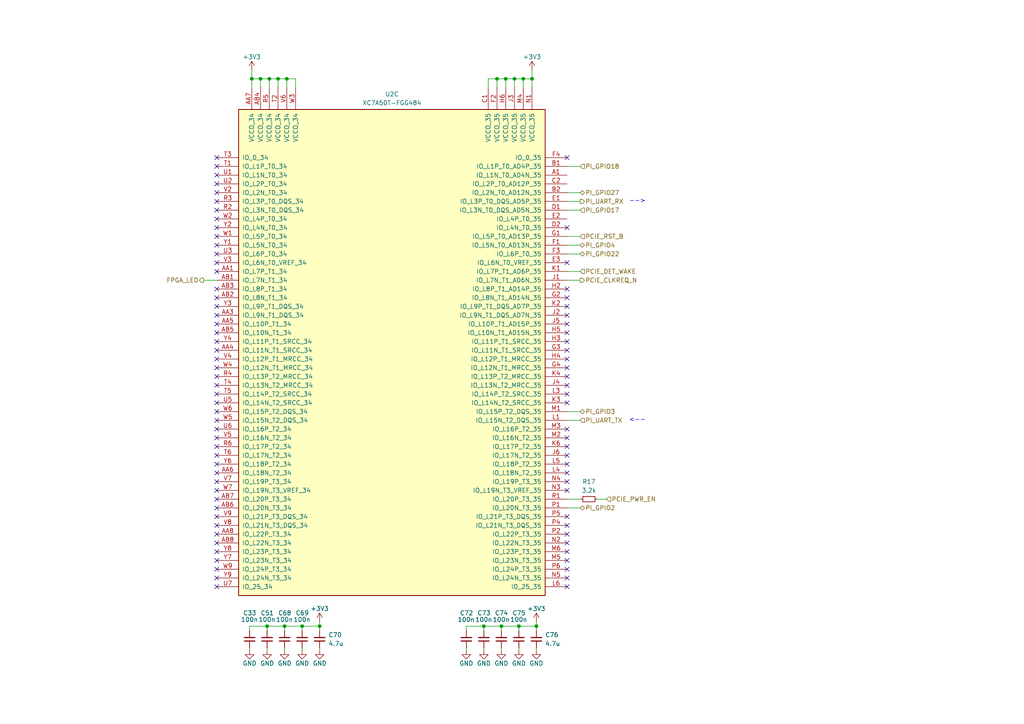
<source format=kicad_sch>
(kicad_sch (version 20230121) (generator eeschema)

  (uuid 5d3a678e-36e2-4008-ae0c-553b9bde6c4a)

  (paper "A4")

  (title_block
    (title "FPGA Banks 34 & 35")
    (date "2024-02-14")
    (rev "0.1")
    (company "George Smart, M1GEO")
    (comment 1 "https://github.com/m1geo/Pi5-Artix-FPGA-Hat")
    (comment 2 "https://www.george-smart.co.uk")
  )

  (lib_symbols
    (symbol "Device:C_Small" (pin_numbers hide) (pin_names (offset 0.254) hide) (in_bom yes) (on_board yes)
      (property "Reference" "C" (at 0.254 1.778 0)
        (effects (font (size 1.27 1.27)) (justify left))
      )
      (property "Value" "C_Small" (at 0.254 -2.032 0)
        (effects (font (size 1.27 1.27)) (justify left))
      )
      (property "Footprint" "" (at 0 0 0)
        (effects (font (size 1.27 1.27)) hide)
      )
      (property "Datasheet" "~" (at 0 0 0)
        (effects (font (size 1.27 1.27)) hide)
      )
      (property "ki_keywords" "capacitor cap" (at 0 0 0)
        (effects (font (size 1.27 1.27)) hide)
      )
      (property "ki_description" "Unpolarized capacitor, small symbol" (at 0 0 0)
        (effects (font (size 1.27 1.27)) hide)
      )
      (property "ki_fp_filters" "C_*" (at 0 0 0)
        (effects (font (size 1.27 1.27)) hide)
      )
      (symbol "C_Small_0_1"
        (polyline
          (pts
            (xy -1.524 -0.508)
            (xy 1.524 -0.508)
          )
          (stroke (width 0.3302) (type default))
          (fill (type none))
        )
        (polyline
          (pts
            (xy -1.524 0.508)
            (xy 1.524 0.508)
          )
          (stroke (width 0.3048) (type default))
          (fill (type none))
        )
      )
      (symbol "C_Small_1_1"
        (pin passive line (at 0 2.54 270) (length 2.032)
          (name "~" (effects (font (size 1.27 1.27))))
          (number "1" (effects (font (size 1.27 1.27))))
        )
        (pin passive line (at 0 -2.54 90) (length 2.032)
          (name "~" (effects (font (size 1.27 1.27))))
          (number "2" (effects (font (size 1.27 1.27))))
        )
      )
    )
    (symbol "Device:R_Small" (pin_numbers hide) (pin_names (offset 0.254) hide) (in_bom yes) (on_board yes)
      (property "Reference" "R" (at 0.762 0.508 0)
        (effects (font (size 1.27 1.27)) (justify left))
      )
      (property "Value" "R_Small" (at 0.762 -1.016 0)
        (effects (font (size 1.27 1.27)) (justify left))
      )
      (property "Footprint" "" (at 0 0 0)
        (effects (font (size 1.27 1.27)) hide)
      )
      (property "Datasheet" "~" (at 0 0 0)
        (effects (font (size 1.27 1.27)) hide)
      )
      (property "ki_keywords" "R resistor" (at 0 0 0)
        (effects (font (size 1.27 1.27)) hide)
      )
      (property "ki_description" "Resistor, small symbol" (at 0 0 0)
        (effects (font (size 1.27 1.27)) hide)
      )
      (property "ki_fp_filters" "R_*" (at 0 0 0)
        (effects (font (size 1.27 1.27)) hide)
      )
      (symbol "R_Small_0_1"
        (rectangle (start -0.762 1.778) (end 0.762 -1.778)
          (stroke (width 0.2032) (type default))
          (fill (type none))
        )
      )
      (symbol "R_Small_1_1"
        (pin passive line (at 0 2.54 270) (length 0.762)
          (name "~" (effects (font (size 1.27 1.27))))
          (number "1" (effects (font (size 1.27 1.27))))
        )
        (pin passive line (at 0 -2.54 90) (length 0.762)
          (name "~" (effects (font (size 1.27 1.27))))
          (number "2" (effects (font (size 1.27 1.27))))
        )
      )
    )
    (symbol "FPGA_Xilinx_Artix7:XC7A50T-FGG484" (pin_names (offset 1.016)) (in_bom yes) (on_board yes)
      (property "Reference" "U" (at 0 1.27 0)
        (effects (font (size 1.27 1.27)))
      )
      (property "Value" "XC7A50T-FGG484" (at 0 -1.27 0)
        (effects (font (size 1.27 1.27)))
      )
      (property "Footprint" "" (at 0 0 0)
        (effects (font (size 1.27 1.27)) hide)
      )
      (property "Datasheet" "" (at 0 0 0)
        (effects (font (size 1.27 1.27)))
      )
      (property "ki_locked" "" (at 0 0 0)
        (effects (font (size 1.27 1.27)))
      )
      (property "ki_keywords" "FPGA" (at 0 0 0)
        (effects (font (size 1.27 1.27)) hide)
      )
      (property "ki_description" "Artix 7 T 50 XC7A50T-FGG484" (at 0 0 0)
        (effects (font (size 1.27 1.27)) hide)
      )
      (symbol "XC7A50T-FGG484_1_1"
        (rectangle (start -44.45 67.31) (end 44.45 -73.66)
          (stroke (width 0.254) (type default))
          (fill (type background))
        )
        (pin power_in line (at -40.64 73.66 270) (length 6.35)
          (name "VCCO_13" (effects (font (size 1.27 1.27))))
          (number "AA17" (effects (font (size 1.27 1.27))))
        )
        (pin bidirectional line (at 50.8 -30.48 180) (length 6.35)
          (name "IO_L17P_T2_A14_D30_14" (effects (font (size 1.27 1.27))))
          (number "AA18" (effects (font (size 1.27 1.27))))
        )
        (pin bidirectional line (at 50.8 -20.32 180) (length 6.35)
          (name "IO_L15P_T2_DQS_RDWR_B_14" (effects (font (size 1.27 1.27))))
          (number "AA19" (effects (font (size 1.27 1.27))))
        )
        (pin bidirectional line (at 50.8 15.24 180) (length 6.35)
          (name "IO_L8P_T1_D11_14" (effects (font (size 1.27 1.27))))
          (number "AA20" (effects (font (size 1.27 1.27))))
        )
        (pin bidirectional line (at 50.8 12.7 180) (length 6.35)
          (name "IO_L8N_T1_D12_14" (effects (font (size 1.27 1.27))))
          (number "AA21" (effects (font (size 1.27 1.27))))
        )
        (pin power_in line (at -38.1 73.66 270) (length 6.35)
          (name "VCCO_13" (effects (font (size 1.27 1.27))))
          (number "AB14" (effects (font (size 1.27 1.27))))
        )
        (pin bidirectional line (at 50.8 -33.02 180) (length 6.35)
          (name "IO_L17N_T2_A13_D29_14" (effects (font (size 1.27 1.27))))
          (number "AB18" (effects (font (size 1.27 1.27))))
        )
        (pin bidirectional line (at 50.8 -22.86 180) (length 6.35)
          (name "IO_L15N_T2_DQS_DOUT_CSO_B_14" (effects (font (size 1.27 1.27))))
          (number "AB20" (effects (font (size 1.27 1.27))))
        )
        (pin bidirectional line (at 50.8 5.08 180) (length 6.35)
          (name "IO_L10P_T1_D14_14" (effects (font (size 1.27 1.27))))
          (number "AB21" (effects (font (size 1.27 1.27))))
        )
        (pin bidirectional line (at 50.8 2.54 180) (length 6.35)
          (name "IO_L10N_T1_D15_14" (effects (font (size 1.27 1.27))))
          (number "AB22" (effects (font (size 1.27 1.27))))
        )
        (pin power_in line (at 27.94 73.66 270) (length 6.35)
          (name "VCCO_14" (effects (font (size 1.27 1.27))))
          (number "M14" (effects (font (size 1.27 1.27))))
        )
        (pin bidirectional line (at 50.8 -60.96 180) (length 6.35)
          (name "IO_L23P_T3_A03_D19_14" (effects (font (size 1.27 1.27))))
          (number "N13" (effects (font (size 1.27 1.27))))
        )
        (pin bidirectional line (at 50.8 -63.5 180) (length 6.35)
          (name "IO_L23N_T3_A02_D18_14" (effects (font (size 1.27 1.27))))
          (number "N14" (effects (font (size 1.27 1.27))))
        )
        (pin bidirectional line (at 50.8 -71.12 180) (length 6.35)
          (name "IO_25_14" (effects (font (size 1.27 1.27))))
          (number "N15" (effects (font (size 1.27 1.27))))
        )
        (pin bidirectional line (at 50.8 -50.8 180) (length 6.35)
          (name "IO_L21P_T3_DQS_14" (effects (font (size 1.27 1.27))))
          (number "N17" (effects (font (size 1.27 1.27))))
        )
        (pin bidirectional line (at 50.8 -40.64 180) (length 6.35)
          (name "IO_L19P_T3_A10_D26_14" (effects (font (size 1.27 1.27))))
          (number "P14" (effects (font (size 1.27 1.27))))
        )
        (pin bidirectional line (at 50.8 -55.88 180) (length 6.35)
          (name "IO_L22P_T3_A05_D21_14" (effects (font (size 1.27 1.27))))
          (number "P15" (effects (font (size 1.27 1.27))))
        )
        (pin bidirectional line (at 50.8 -66.04 180) (length 6.35)
          (name "IO_L24P_T3_A01_D17_14" (effects (font (size 1.27 1.27))))
          (number "P16" (effects (font (size 1.27 1.27))))
        )
        (pin bidirectional line (at 50.8 -53.34 180) (length 6.35)
          (name "IO_L21N_T3_DQS_A06_D22_14" (effects (font (size 1.27 1.27))))
          (number "P17" (effects (font (size 1.27 1.27))))
        )
        (pin power_in line (at 30.48 73.66 270) (length 6.35)
          (name "VCCO_14" (effects (font (size 1.27 1.27))))
          (number "P18" (effects (font (size 1.27 1.27))))
        )
        (pin bidirectional line (at 50.8 30.48 180) (length 6.35)
          (name "IO_L5P_T0_D06_14" (effects (font (size 1.27 1.27))))
          (number "P19" (effects (font (size 1.27 1.27))))
        )
        (pin bidirectional line (at 50.8 53.34 180) (length 6.35)
          (name "IO_0_14" (effects (font (size 1.27 1.27))))
          (number "P20" (effects (font (size 1.27 1.27))))
        )
        (pin bidirectional line (at 50.8 45.72 180) (length 6.35)
          (name "IO_L2P_T0_D02_14" (effects (font (size 1.27 1.27))))
          (number "P21" (effects (font (size 1.27 1.27))))
        )
        (pin bidirectional line (at 50.8 50.8 180) (length 6.35)
          (name "IO_L1P_T0_D00_MOSI_14" (effects (font (size 1.27 1.27))))
          (number "P22" (effects (font (size 1.27 1.27))))
        )
        (pin bidirectional line (at 50.8 -43.18 180) (length 6.35)
          (name "IO_L19N_T3_A09_D25_VREF_14" (effects (font (size 1.27 1.27))))
          (number "R14" (effects (font (size 1.27 1.27))))
        )
        (pin power_in line (at 33.02 73.66 270) (length 6.35)
          (name "VCCO_14" (effects (font (size 1.27 1.27))))
          (number "R15" (effects (font (size 1.27 1.27))))
        )
        (pin bidirectional line (at 50.8 -58.42 180) (length 6.35)
          (name "IO_L22N_T3_A04_D20_14" (effects (font (size 1.27 1.27))))
          (number "R16" (effects (font (size 1.27 1.27))))
        )
        (pin bidirectional line (at 50.8 -68.58 180) (length 6.35)
          (name "IO_L24N_T3_A00_D16_14" (effects (font (size 1.27 1.27))))
          (number "R17" (effects (font (size 1.27 1.27))))
        )
        (pin bidirectional line (at 50.8 -45.72 180) (length 6.35)
          (name "IO_L20P_T3_A08_D24_14" (effects (font (size 1.27 1.27))))
          (number "R18" (effects (font (size 1.27 1.27))))
        )
        (pin bidirectional line (at 50.8 27.94 180) (length 6.35)
          (name "IO_L5N_T0_D07_14" (effects (font (size 1.27 1.27))))
          (number "R19" (effects (font (size 1.27 1.27))))
        )
        (pin bidirectional line (at 50.8 43.18 180) (length 6.35)
          (name "IO_L2N_T0_D03_14" (effects (font (size 1.27 1.27))))
          (number "R21" (effects (font (size 1.27 1.27))))
        )
        (pin bidirectional line (at 50.8 48.26 180) (length 6.35)
          (name "IO_L1N_T0_D01_DIN_14" (effects (font (size 1.27 1.27))))
          (number "R22" (effects (font (size 1.27 1.27))))
        )
        (pin bidirectional line (at 50.8 -48.26 180) (length 6.35)
          (name "IO_L20N_T3_A07_D23_14" (effects (font (size 1.27 1.27))))
          (number "T18" (effects (font (size 1.27 1.27))))
        )
        (pin bidirectional line (at 50.8 25.4 180) (length 6.35)
          (name "IO_L6P_T0_FCS_B_14" (effects (font (size 1.27 1.27))))
          (number "T19" (effects (font (size 1.27 1.27))))
        )
        (pin bidirectional line (at 50.8 22.86 180) (length 6.35)
          (name "IO_L6N_T0_D08_VREF_14" (effects (font (size 1.27 1.27))))
          (number "T20" (effects (font (size 1.27 1.27))))
        )
        (pin bidirectional line (at 50.8 35.56 180) (length 6.35)
          (name "IO_L4P_T0_D04_14" (effects (font (size 1.27 1.27))))
          (number "T21" (effects (font (size 1.27 1.27))))
        )
        (pin power_in line (at 35.56 73.66 270) (length 6.35)
          (name "VCCO_14" (effects (font (size 1.27 1.27))))
          (number "T22" (effects (font (size 1.27 1.27))))
        )
        (pin bidirectional line (at 50.8 -35.56 180) (length 6.35)
          (name "IO_L18P_T2_A12_D28_14" (effects (font (size 1.27 1.27))))
          (number "U17" (effects (font (size 1.27 1.27))))
        )
        (pin bidirectional line (at 50.8 -38.1 180) (length 6.35)
          (name "IO_L18N_T2_A11_D27_14" (effects (font (size 1.27 1.27))))
          (number "U18" (effects (font (size 1.27 1.27))))
        )
        (pin power_in line (at 38.1 73.66 270) (length 6.35)
          (name "VCCO_14" (effects (font (size 1.27 1.27))))
          (number "U19" (effects (font (size 1.27 1.27))))
        )
        (pin bidirectional line (at 50.8 0 180) (length 6.35)
          (name "IO_L11P_T1_SRCC_14" (effects (font (size 1.27 1.27))))
          (number "U20" (effects (font (size 1.27 1.27))))
        )
        (pin bidirectional line (at 50.8 33.02 180) (length 6.35)
          (name "IO_L4N_T0_D05_14" (effects (font (size 1.27 1.27))))
          (number "U21" (effects (font (size 1.27 1.27))))
        )
        (pin bidirectional line (at 50.8 40.64 180) (length 6.35)
          (name "IO_L3P_T0_DQS_PUDC_B_14" (effects (font (size 1.27 1.27))))
          (number "U22" (effects (font (size 1.27 1.27))))
        )
        (pin power_in line (at -35.56 73.66 270) (length 6.35)
          (name "VCCO_13" (effects (font (size 1.27 1.27))))
          (number "V16" (effects (font (size 1.27 1.27))))
        )
        (pin bidirectional line (at 50.8 -25.4 180) (length 6.35)
          (name "IO_L16P_T2_CSI_B_14" (effects (font (size 1.27 1.27))))
          (number "V17" (effects (font (size 1.27 1.27))))
        )
        (pin bidirectional line (at 50.8 -15.24 180) (length 6.35)
          (name "IO_L14P_T2_SRCC_14" (effects (font (size 1.27 1.27))))
          (number "V18" (effects (font (size 1.27 1.27))))
        )
        (pin bidirectional line (at 50.8 -17.78 180) (length 6.35)
          (name "IO_L14N_T2_SRCC_14" (effects (font (size 1.27 1.27))))
          (number "V19" (effects (font (size 1.27 1.27))))
        )
        (pin bidirectional line (at 50.8 -2.54 180) (length 6.35)
          (name "IO_L11N_T1_SRCC_14" (effects (font (size 1.27 1.27))))
          (number "V20" (effects (font (size 1.27 1.27))))
        )
        (pin bidirectional line (at 50.8 38.1 180) (length 6.35)
          (name "IO_L3N_T0_DQS_EMCCLK_14" (effects (font (size 1.27 1.27))))
          (number "V22" (effects (font (size 1.27 1.27))))
        )
        (pin power_in line (at -33.02 73.66 270) (length 6.35)
          (name "VCCO_13" (effects (font (size 1.27 1.27))))
          (number "W13" (effects (font (size 1.27 1.27))))
        )
        (pin bidirectional line (at 50.8 -27.94 180) (length 6.35)
          (name "IO_L16N_T2_A15_D31_14" (effects (font (size 1.27 1.27))))
          (number "W17" (effects (font (size 1.27 1.27))))
        )
        (pin bidirectional line (at 50.8 -5.08 180) (length 6.35)
          (name "IO_L12P_T1_MRCC_14" (effects (font (size 1.27 1.27))))
          (number "W19" (effects (font (size 1.27 1.27))))
        )
        (pin bidirectional line (at 50.8 -7.62 180) (length 6.35)
          (name "IO_L12N_T1_MRCC_14" (effects (font (size 1.27 1.27))))
          (number "W20" (effects (font (size 1.27 1.27))))
        )
        (pin bidirectional line (at 50.8 20.32 180) (length 6.35)
          (name "IO_L7P_T1_D09_14" (effects (font (size 1.27 1.27))))
          (number "W21" (effects (font (size 1.27 1.27))))
        )
        (pin bidirectional line (at 50.8 17.78 180) (length 6.35)
          (name "IO_L7N_T1_D10_14" (effects (font (size 1.27 1.27))))
          (number "W22" (effects (font (size 1.27 1.27))))
        )
        (pin power_in line (at -30.48 73.66 270) (length 6.35)
          (name "VCCO_13" (effects (font (size 1.27 1.27))))
          (number "Y10" (effects (font (size 1.27 1.27))))
        )
        (pin bidirectional line (at 50.8 -10.16 180) (length 6.35)
          (name "IO_L13P_T2_MRCC_14" (effects (font (size 1.27 1.27))))
          (number "Y18" (effects (font (size 1.27 1.27))))
        )
        (pin bidirectional line (at 50.8 -12.7 180) (length 6.35)
          (name "IO_L13N_T2_MRCC_14" (effects (font (size 1.27 1.27))))
          (number "Y19" (effects (font (size 1.27 1.27))))
        )
        (pin power_in line (at 40.64 73.66 270) (length 6.35)
          (name "VCCO_14" (effects (font (size 1.27 1.27))))
          (number "Y20" (effects (font (size 1.27 1.27))))
        )
        (pin bidirectional line (at 50.8 10.16 180) (length 6.35)
          (name "IO_L9P_T1_DQS_14" (effects (font (size 1.27 1.27))))
          (number "Y21" (effects (font (size 1.27 1.27))))
        )
        (pin bidirectional line (at 50.8 7.62 180) (length 6.35)
          (name "IO_L9N_T1_DQS_D13_14" (effects (font (size 1.27 1.27))))
          (number "Y22" (effects (font (size 1.27 1.27))))
        )
      )
      (symbol "XC7A50T-FGG484_2_1"
        (rectangle (start -44.45 67.31) (end 44.45 -73.66)
          (stroke (width 0.254) (type default))
          (fill (type background))
        )
        (pin bidirectional line (at 50.8 5.08 180) (length 6.35)
          (name "IO_L10P_T1_16" (effects (font (size 1.27 1.27))))
          (number "A13" (effects (font (size 1.27 1.27))))
        )
        (pin bidirectional line (at 50.8 2.54 180) (length 6.35)
          (name "IO_L10N_T1_16" (effects (font (size 1.27 1.27))))
          (number "A14" (effects (font (size 1.27 1.27))))
        )
        (pin bidirectional line (at 50.8 10.16 180) (length 6.35)
          (name "IO_L9P_T1_DQS_16" (effects (font (size 1.27 1.27))))
          (number "A15" (effects (font (size 1.27 1.27))))
        )
        (pin bidirectional line (at 50.8 7.62 180) (length 6.35)
          (name "IO_L9N_T1_DQS_16" (effects (font (size 1.27 1.27))))
          (number "A16" (effects (font (size 1.27 1.27))))
        )
        (pin power_in line (at 27.94 73.66 270) (length 6.35)
          (name "VCCO_16" (effects (font (size 1.27 1.27))))
          (number "A17" (effects (font (size 1.27 1.27))))
        )
        (pin bidirectional line (at 50.8 -30.48 180) (length 6.35)
          (name "IO_L17P_T2_16" (effects (font (size 1.27 1.27))))
          (number "A18" (effects (font (size 1.27 1.27))))
        )
        (pin bidirectional line (at 50.8 -33.02 180) (length 6.35)
          (name "IO_L17N_T2_16" (effects (font (size 1.27 1.27))))
          (number "A19" (effects (font (size 1.27 1.27))))
        )
        (pin bidirectional line (at 50.8 -27.94 180) (length 6.35)
          (name "IO_L16N_T2_16" (effects (font (size 1.27 1.27))))
          (number "A20" (effects (font (size 1.27 1.27))))
        )
        (pin bidirectional line (at 50.8 -53.34 180) (length 6.35)
          (name "IO_L21N_T3_DQS_16" (effects (font (size 1.27 1.27))))
          (number "A21" (effects (font (size 1.27 1.27))))
        )
        (pin bidirectional line (at 50.8 12.7 180) (length 6.35)
          (name "IO_L8N_T1_16" (effects (font (size 1.27 1.27))))
          (number "B13" (effects (font (size 1.27 1.27))))
        )
        (pin power_in line (at 30.48 73.66 270) (length 6.35)
          (name "VCCO_16" (effects (font (size 1.27 1.27))))
          (number "B14" (effects (font (size 1.27 1.27))))
        )
        (pin bidirectional line (at 50.8 20.32 180) (length 6.35)
          (name "IO_L7P_T1_16" (effects (font (size 1.27 1.27))))
          (number "B15" (effects (font (size 1.27 1.27))))
        )
        (pin bidirectional line (at 50.8 17.78 180) (length 6.35)
          (name "IO_L7N_T1_16" (effects (font (size 1.27 1.27))))
          (number "B16" (effects (font (size 1.27 1.27))))
        )
        (pin bidirectional line (at 50.8 0 180) (length 6.35)
          (name "IO_L11P_T1_SRCC_16" (effects (font (size 1.27 1.27))))
          (number "B17" (effects (font (size 1.27 1.27))))
        )
        (pin bidirectional line (at 50.8 -2.54 180) (length 6.35)
          (name "IO_L11N_T1_SRCC_16" (effects (font (size 1.27 1.27))))
          (number "B18" (effects (font (size 1.27 1.27))))
        )
        (pin bidirectional line (at 50.8 -25.4 180) (length 6.35)
          (name "IO_L16P_T2_16" (effects (font (size 1.27 1.27))))
          (number "B20" (effects (font (size 1.27 1.27))))
        )
        (pin bidirectional line (at 50.8 -50.8 180) (length 6.35)
          (name "IO_L21P_T3_DQS_16" (effects (font (size 1.27 1.27))))
          (number "B21" (effects (font (size 1.27 1.27))))
        )
        (pin bidirectional line (at 50.8 -48.26 180) (length 6.35)
          (name "IO_L20N_T3_16" (effects (font (size 1.27 1.27))))
          (number "B22" (effects (font (size 1.27 1.27))))
        )
        (pin bidirectional line (at 50.8 15.24 180) (length 6.35)
          (name "IO_L8P_T1_16" (effects (font (size 1.27 1.27))))
          (number "C13" (effects (font (size 1.27 1.27))))
        )
        (pin bidirectional line (at 50.8 40.64 180) (length 6.35)
          (name "IO_L3P_T0_DQS_16" (effects (font (size 1.27 1.27))))
          (number "C14" (effects (font (size 1.27 1.27))))
        )
        (pin bidirectional line (at 50.8 38.1 180) (length 6.35)
          (name "IO_L3N_T0_DQS_16" (effects (font (size 1.27 1.27))))
          (number "C15" (effects (font (size 1.27 1.27))))
        )
        (pin bidirectional line (at 50.8 -7.62 180) (length 6.35)
          (name "IO_L12N_T1_MRCC_16" (effects (font (size 1.27 1.27))))
          (number "C17" (effects (font (size 1.27 1.27))))
        )
        (pin bidirectional line (at 50.8 -10.16 180) (length 6.35)
          (name "IO_L13P_T2_MRCC_16" (effects (font (size 1.27 1.27))))
          (number "C18" (effects (font (size 1.27 1.27))))
        )
        (pin bidirectional line (at 50.8 -12.7 180) (length 6.35)
          (name "IO_L13N_T2_MRCC_16" (effects (font (size 1.27 1.27))))
          (number "C19" (effects (font (size 1.27 1.27))))
        )
        (pin bidirectional line (at 50.8 -43.18 180) (length 6.35)
          (name "IO_L19N_T3_VREF_16" (effects (font (size 1.27 1.27))))
          (number "C20" (effects (font (size 1.27 1.27))))
        )
        (pin power_in line (at 33.02 73.66 270) (length 6.35)
          (name "VCCO_16" (effects (font (size 1.27 1.27))))
          (number "C21" (effects (font (size 1.27 1.27))))
        )
        (pin bidirectional line (at 50.8 -45.72 180) (length 6.35)
          (name "IO_L20P_T3_16" (effects (font (size 1.27 1.27))))
          (number "C22" (effects (font (size 1.27 1.27))))
        )
        (pin bidirectional line (at 50.8 25.4 180) (length 6.35)
          (name "IO_L6P_T0_16" (effects (font (size 1.27 1.27))))
          (number "D14" (effects (font (size 1.27 1.27))))
        )
        (pin bidirectional line (at 50.8 22.86 180) (length 6.35)
          (name "IO_L6N_T0_VREF_16" (effects (font (size 1.27 1.27))))
          (number "D15" (effects (font (size 1.27 1.27))))
        )
        (pin bidirectional line (at 50.8 27.94 180) (length 6.35)
          (name "IO_L5N_T0_16" (effects (font (size 1.27 1.27))))
          (number "D16" (effects (font (size 1.27 1.27))))
        )
        (pin bidirectional line (at 50.8 -5.08 180) (length 6.35)
          (name "IO_L12P_T1_MRCC_16" (effects (font (size 1.27 1.27))))
          (number "D17" (effects (font (size 1.27 1.27))))
        )
        (pin power_in line (at 35.56 73.66 270) (length 6.35)
          (name "VCCO_16" (effects (font (size 1.27 1.27))))
          (number "D18" (effects (font (size 1.27 1.27))))
        )
        (pin bidirectional line (at 50.8 -17.78 180) (length 6.35)
          (name "IO_L14N_T2_SRCC_16" (effects (font (size 1.27 1.27))))
          (number "D19" (effects (font (size 1.27 1.27))))
        )
        (pin bidirectional line (at 50.8 -40.64 180) (length 6.35)
          (name "IO_L19P_T3_16" (effects (font (size 1.27 1.27))))
          (number "D20" (effects (font (size 1.27 1.27))))
        )
        (pin bidirectional line (at 50.8 -63.5 180) (length 6.35)
          (name "IO_L23N_T3_16" (effects (font (size 1.27 1.27))))
          (number "D21" (effects (font (size 1.27 1.27))))
        )
        (pin bidirectional line (at 50.8 -58.42 180) (length 6.35)
          (name "IO_L22N_T3_16" (effects (font (size 1.27 1.27))))
          (number "D22" (effects (font (size 1.27 1.27))))
        )
        (pin bidirectional line (at 50.8 35.56 180) (length 6.35)
          (name "IO_L4P_T0_16" (effects (font (size 1.27 1.27))))
          (number "E13" (effects (font (size 1.27 1.27))))
        )
        (pin bidirectional line (at 50.8 33.02 180) (length 6.35)
          (name "IO_L4N_T0_16" (effects (font (size 1.27 1.27))))
          (number "E14" (effects (font (size 1.27 1.27))))
        )
        (pin power_in line (at 38.1 73.66 270) (length 6.35)
          (name "VCCO_16" (effects (font (size 1.27 1.27))))
          (number "E15" (effects (font (size 1.27 1.27))))
        )
        (pin bidirectional line (at 50.8 30.48 180) (length 6.35)
          (name "IO_L5P_T0_16" (effects (font (size 1.27 1.27))))
          (number "E16" (effects (font (size 1.27 1.27))))
        )
        (pin bidirectional line (at 50.8 43.18 180) (length 6.35)
          (name "IO_L2N_T0_16" (effects (font (size 1.27 1.27))))
          (number "E17" (effects (font (size 1.27 1.27))))
        )
        (pin bidirectional line (at 50.8 -22.86 180) (length 6.35)
          (name "IO_L15N_T2_DQS_16" (effects (font (size 1.27 1.27))))
          (number "E18" (effects (font (size 1.27 1.27))))
        )
        (pin bidirectional line (at 50.8 -15.24 180) (length 6.35)
          (name "IO_L14P_T2_SRCC_16" (effects (font (size 1.27 1.27))))
          (number "E19" (effects (font (size 1.27 1.27))))
        )
        (pin bidirectional line (at 50.8 -60.96 180) (length 6.35)
          (name "IO_L23P_T3_16" (effects (font (size 1.27 1.27))))
          (number "E21" (effects (font (size 1.27 1.27))))
        )
        (pin bidirectional line (at 50.8 -55.88 180) (length 6.35)
          (name "IO_L22P_T3_16" (effects (font (size 1.27 1.27))))
          (number "E22" (effects (font (size 1.27 1.27))))
        )
        (pin bidirectional line (at 50.8 50.8 180) (length 6.35)
          (name "IO_L1P_T0_16" (effects (font (size 1.27 1.27))))
          (number "F13" (effects (font (size 1.27 1.27))))
        )
        (pin bidirectional line (at 50.8 48.26 180) (length 6.35)
          (name "IO_L1N_T0_16" (effects (font (size 1.27 1.27))))
          (number "F14" (effects (font (size 1.27 1.27))))
        )
        (pin bidirectional line (at 50.8 53.34 180) (length 6.35)
          (name "IO_0_16" (effects (font (size 1.27 1.27))))
          (number "F15" (effects (font (size 1.27 1.27))))
        )
        (pin bidirectional line (at 50.8 45.72 180) (length 6.35)
          (name "IO_L2P_T0_16" (effects (font (size 1.27 1.27))))
          (number "F16" (effects (font (size 1.27 1.27))))
        )
        (pin bidirectional line (at 50.8 -20.32 180) (length 6.35)
          (name "IO_L15P_T2_DQS_16" (effects (font (size 1.27 1.27))))
          (number "F18" (effects (font (size 1.27 1.27))))
        )
        (pin bidirectional line (at 50.8 -35.56 180) (length 6.35)
          (name "IO_L18P_T2_16" (effects (font (size 1.27 1.27))))
          (number "F19" (effects (font (size 1.27 1.27))))
        )
        (pin bidirectional line (at 50.8 -38.1 180) (length 6.35)
          (name "IO_L18N_T2_16" (effects (font (size 1.27 1.27))))
          (number "F20" (effects (font (size 1.27 1.27))))
        )
        (pin bidirectional line (at 50.8 -71.12 180) (length 6.35)
          (name "IO_25_16" (effects (font (size 1.27 1.27))))
          (number "F21" (effects (font (size 1.27 1.27))))
        )
        (pin power_in line (at 40.64 73.66 270) (length 6.35)
          (name "VCCO_16" (effects (font (size 1.27 1.27))))
          (number "F22" (effects (font (size 1.27 1.27))))
        )
        (pin bidirectional line (at -50.8 48.26 0) (length 6.35)
          (name "IO_L1N_T0_AD0N_15" (effects (font (size 1.27 1.27))))
          (number "G13" (effects (font (size 1.27 1.27))))
        )
        (pin bidirectional line (at -50.8 45.72 0) (length 6.35)
          (name "IO_L2P_T0_AD8P_15" (effects (font (size 1.27 1.27))))
          (number "G15" (effects (font (size 1.27 1.27))))
        )
        (pin bidirectional line (at -50.8 43.18 0) (length 6.35)
          (name "IO_L2N_T0_AD8N_15" (effects (font (size 1.27 1.27))))
          (number "G16" (effects (font (size 1.27 1.27))))
        )
        (pin bidirectional line (at -50.8 35.56 0) (length 6.35)
          (name "IO_L4P_T0_15" (effects (font (size 1.27 1.27))))
          (number "G17" (effects (font (size 1.27 1.27))))
        )
        (pin bidirectional line (at -50.8 33.02 0) (length 6.35)
          (name "IO_L4N_T0_15" (effects (font (size 1.27 1.27))))
          (number "G18" (effects (font (size 1.27 1.27))))
        )
        (pin power_in line (at -40.64 73.66 270) (length 6.35)
          (name "VCCO_15" (effects (font (size 1.27 1.27))))
          (number "G19" (effects (font (size 1.27 1.27))))
        )
        (pin bidirectional line (at -50.8 12.7 0) (length 6.35)
          (name "IO_L8N_T1_AD10N_15" (effects (font (size 1.27 1.27))))
          (number "G20" (effects (font (size 1.27 1.27))))
        )
        (pin bidirectional line (at 50.8 -66.04 180) (length 6.35)
          (name "IO_L24P_T3_16" (effects (font (size 1.27 1.27))))
          (number "G21" (effects (font (size 1.27 1.27))))
        )
        (pin bidirectional line (at 50.8 -68.58 180) (length 6.35)
          (name "IO_L24N_T3_16" (effects (font (size 1.27 1.27))))
          (number "G22" (effects (font (size 1.27 1.27))))
        )
        (pin bidirectional line (at -50.8 50.8 0) (length 6.35)
          (name "IO_L1P_T0_AD0P_15" (effects (font (size 1.27 1.27))))
          (number "H13" (effects (font (size 1.27 1.27))))
        )
        (pin bidirectional line (at -50.8 38.1 0) (length 6.35)
          (name "IO_L3N_T0_DQS_AD1N_15" (effects (font (size 1.27 1.27))))
          (number "H14" (effects (font (size 1.27 1.27))))
        )
        (pin bidirectional line (at -50.8 27.94 0) (length 6.35)
          (name "IO_L5N_T0_AD9N_15" (effects (font (size 1.27 1.27))))
          (number "H15" (effects (font (size 1.27 1.27))))
        )
        (pin power_in line (at -38.1 73.66 270) (length 6.35)
          (name "VCCO_15" (effects (font (size 1.27 1.27))))
          (number "H16" (effects (font (size 1.27 1.27))))
        )
        (pin bidirectional line (at -50.8 25.4 0) (length 6.35)
          (name "IO_L6P_T0_15" (effects (font (size 1.27 1.27))))
          (number "H17" (effects (font (size 1.27 1.27))))
        )
        (pin bidirectional line (at -50.8 22.86 0) (length 6.35)
          (name "IO_L6N_T0_VREF_15" (effects (font (size 1.27 1.27))))
          (number "H18" (effects (font (size 1.27 1.27))))
        )
        (pin bidirectional line (at -50.8 -7.62 0) (length 6.35)
          (name "IO_L12N_T1_MRCC_15" (effects (font (size 1.27 1.27))))
          (number "H19" (effects (font (size 1.27 1.27))))
        )
        (pin bidirectional line (at -50.8 15.24 0) (length 6.35)
          (name "IO_L8P_T1_AD10P_15" (effects (font (size 1.27 1.27))))
          (number "H20" (effects (font (size 1.27 1.27))))
        )
        (pin bidirectional line (at -50.8 17.78 0) (length 6.35)
          (name "IO_L7N_T1_AD2N_15" (effects (font (size 1.27 1.27))))
          (number "H22" (effects (font (size 1.27 1.27))))
        )
        (pin power_in line (at -35.56 73.66 270) (length 6.35)
          (name "VCCO_15" (effects (font (size 1.27 1.27))))
          (number "J13" (effects (font (size 1.27 1.27))))
        )
        (pin bidirectional line (at -50.8 40.64 0) (length 6.35)
          (name "IO_L3P_T0_DQS_AD1P_15" (effects (font (size 1.27 1.27))))
          (number "J14" (effects (font (size 1.27 1.27))))
        )
        (pin bidirectional line (at -50.8 30.48 0) (length 6.35)
          (name "IO_L5P_T0_AD9P_15" (effects (font (size 1.27 1.27))))
          (number "J15" (effects (font (size 1.27 1.27))))
        )
        (pin bidirectional line (at -50.8 53.34 0) (length 6.35)
          (name "IO_0_15" (effects (font (size 1.27 1.27))))
          (number "J16" (effects (font (size 1.27 1.27))))
        )
        (pin bidirectional line (at -50.8 -53.34 0) (length 6.35)
          (name "IO_L21N_T3_DQS_A18_15" (effects (font (size 1.27 1.27))))
          (number "J17" (effects (font (size 1.27 1.27))))
        )
        (pin bidirectional line (at -50.8 -5.08 0) (length 6.35)
          (name "IO_L12P_T1_MRCC_15" (effects (font (size 1.27 1.27))))
          (number "J19" (effects (font (size 1.27 1.27))))
        )
        (pin bidirectional line (at -50.8 0 0) (length 6.35)
          (name "IO_L11P_T1_SRCC_15" (effects (font (size 1.27 1.27))))
          (number "J20" (effects (font (size 1.27 1.27))))
        )
        (pin bidirectional line (at -50.8 -2.54 0) (length 6.35)
          (name "IO_L11N_T1_SRCC_15" (effects (font (size 1.27 1.27))))
          (number "J21" (effects (font (size 1.27 1.27))))
        )
        (pin bidirectional line (at -50.8 20.32 0) (length 6.35)
          (name "IO_L7P_T1_AD2P_15" (effects (font (size 1.27 1.27))))
          (number "J22" (effects (font (size 1.27 1.27))))
        )
        (pin bidirectional line (at -50.8 -40.64 0) (length 6.35)
          (name "IO_L19P_T3_A22_15" (effects (font (size 1.27 1.27))))
          (number "K13" (effects (font (size 1.27 1.27))))
        )
        (pin bidirectional line (at -50.8 -43.18 0) (length 6.35)
          (name "IO_L19N_T3_A21_VREF_15" (effects (font (size 1.27 1.27))))
          (number "K14" (effects (font (size 1.27 1.27))))
        )
        (pin bidirectional line (at -50.8 -63.5 0) (length 6.35)
          (name "IO_L23N_T3_FWE_B_15" (effects (font (size 1.27 1.27))))
          (number "K16" (effects (font (size 1.27 1.27))))
        )
        (pin bidirectional line (at -50.8 -50.8 0) (length 6.35)
          (name "IO_L21P_T3_DQS_15" (effects (font (size 1.27 1.27))))
          (number "K17" (effects (font (size 1.27 1.27))))
        )
        (pin bidirectional line (at -50.8 -10.16 0) (length 6.35)
          (name "IO_L13P_T2_MRCC_15" (effects (font (size 1.27 1.27))))
          (number "K18" (effects (font (size 1.27 1.27))))
        )
        (pin bidirectional line (at -50.8 -12.7 0) (length 6.35)
          (name "IO_L13N_T2_MRCC_15" (effects (font (size 1.27 1.27))))
          (number "K19" (effects (font (size 1.27 1.27))))
        )
        (pin power_in line (at -33.02 73.66 270) (length 6.35)
          (name "VCCO_15" (effects (font (size 1.27 1.27))))
          (number "K20" (effects (font (size 1.27 1.27))))
        )
        (pin bidirectional line (at -50.8 10.16 0) (length 6.35)
          (name "IO_L9P_T1_DQS_AD3P_15" (effects (font (size 1.27 1.27))))
          (number "K21" (effects (font (size 1.27 1.27))))
        )
        (pin bidirectional line (at -50.8 7.62 0) (length 6.35)
          (name "IO_L9N_T1_DQS_AD3N_15" (effects (font (size 1.27 1.27))))
          (number "K22" (effects (font (size 1.27 1.27))))
        )
        (pin bidirectional line (at -50.8 -48.26 0) (length 6.35)
          (name "IO_L20N_T3_A19_15" (effects (font (size 1.27 1.27))))
          (number "L13" (effects (font (size 1.27 1.27))))
        )
        (pin bidirectional line (at -50.8 -55.88 0) (length 6.35)
          (name "IO_L22P_T3_A17_15" (effects (font (size 1.27 1.27))))
          (number "L14" (effects (font (size 1.27 1.27))))
        )
        (pin bidirectional line (at -50.8 -58.42 0) (length 6.35)
          (name "IO_L22N_T3_A16_15" (effects (font (size 1.27 1.27))))
          (number "L15" (effects (font (size 1.27 1.27))))
        )
        (pin bidirectional line (at -50.8 -60.96 0) (length 6.35)
          (name "IO_L23P_T3_FOE_B_15" (effects (font (size 1.27 1.27))))
          (number "L16" (effects (font (size 1.27 1.27))))
        )
        (pin power_in line (at -30.48 73.66 270) (length 6.35)
          (name "VCCO_15" (effects (font (size 1.27 1.27))))
          (number "L17" (effects (font (size 1.27 1.27))))
        )
        (pin bidirectional line (at -50.8 -27.94 0) (length 6.35)
          (name "IO_L16N_T2_A27_15" (effects (font (size 1.27 1.27))))
          (number "L18" (effects (font (size 1.27 1.27))))
        )
        (pin bidirectional line (at -50.8 -15.24 0) (length 6.35)
          (name "IO_L14P_T2_SRCC_15" (effects (font (size 1.27 1.27))))
          (number "L19" (effects (font (size 1.27 1.27))))
        )
        (pin bidirectional line (at -50.8 -17.78 0) (length 6.35)
          (name "IO_L14N_T2_SRCC_15" (effects (font (size 1.27 1.27))))
          (number "L20" (effects (font (size 1.27 1.27))))
        )
        (pin bidirectional line (at -50.8 2.54 0) (length 6.35)
          (name "IO_L10N_T1_AD11N_15" (effects (font (size 1.27 1.27))))
          (number "L21" (effects (font (size 1.27 1.27))))
        )
        (pin bidirectional line (at -50.8 -45.72 0) (length 6.35)
          (name "IO_L20P_T3_A20_15" (effects (font (size 1.27 1.27))))
          (number "M13" (effects (font (size 1.27 1.27))))
        )
        (pin bidirectional line (at -50.8 -66.04 0) (length 6.35)
          (name "IO_L24P_T3_RS1_15" (effects (font (size 1.27 1.27))))
          (number "M15" (effects (font (size 1.27 1.27))))
        )
        (pin bidirectional line (at -50.8 -68.58 0) (length 6.35)
          (name "IO_L24N_T3_RS0_15" (effects (font (size 1.27 1.27))))
          (number "M16" (effects (font (size 1.27 1.27))))
        )
        (pin bidirectional line (at -50.8 -71.12 0) (length 6.35)
          (name "IO_25_15" (effects (font (size 1.27 1.27))))
          (number "M17" (effects (font (size 1.27 1.27))))
        )
        (pin bidirectional line (at -50.8 -25.4 0) (length 6.35)
          (name "IO_L16P_T2_A28_15" (effects (font (size 1.27 1.27))))
          (number "M18" (effects (font (size 1.27 1.27))))
        )
        (pin bidirectional line (at -50.8 -38.1 0) (length 6.35)
          (name "IO_L18N_T2_A23_15" (effects (font (size 1.27 1.27))))
          (number "M20" (effects (font (size 1.27 1.27))))
        )
        (pin bidirectional line (at -50.8 5.08 0) (length 6.35)
          (name "IO_L10P_T1_AD11P_15" (effects (font (size 1.27 1.27))))
          (number "M21" (effects (font (size 1.27 1.27))))
        )
        (pin bidirectional line (at -50.8 -22.86 0) (length 6.35)
          (name "IO_L15N_T2_DQS_ADV_B_15" (effects (font (size 1.27 1.27))))
          (number "M22" (effects (font (size 1.27 1.27))))
        )
        (pin bidirectional line (at -50.8 -30.48 0) (length 6.35)
          (name "IO_L17P_T2_A26_15" (effects (font (size 1.27 1.27))))
          (number "N18" (effects (font (size 1.27 1.27))))
        )
        (pin bidirectional line (at -50.8 -33.02 0) (length 6.35)
          (name "IO_L17N_T2_A25_15" (effects (font (size 1.27 1.27))))
          (number "N19" (effects (font (size 1.27 1.27))))
        )
        (pin bidirectional line (at -50.8 -35.56 0) (length 6.35)
          (name "IO_L18P_T2_A24_15" (effects (font (size 1.27 1.27))))
          (number "N20" (effects (font (size 1.27 1.27))))
        )
        (pin power_in line (at -27.94 73.66 270) (length 6.35)
          (name "VCCO_15" (effects (font (size 1.27 1.27))))
          (number "N21" (effects (font (size 1.27 1.27))))
        )
        (pin bidirectional line (at -50.8 -20.32 0) (length 6.35)
          (name "IO_L15P_T2_DQS_15" (effects (font (size 1.27 1.27))))
          (number "N22" (effects (font (size 1.27 1.27))))
        )
      )
      (symbol "XC7A50T-FGG484_3_1"
        (rectangle (start -44.45 67.31) (end 44.45 -73.66)
          (stroke (width 0.254) (type default))
          (fill (type background))
        )
        (pin bidirectional line (at 50.8 48.26 180) (length 6.35)
          (name "IO_L1N_T0_AD4N_35" (effects (font (size 1.27 1.27))))
          (number "A1" (effects (font (size 1.27 1.27))))
        )
        (pin bidirectional line (at -50.8 20.32 0) (length 6.35)
          (name "IO_L7P_T1_34" (effects (font (size 1.27 1.27))))
          (number "AA1" (effects (font (size 1.27 1.27))))
        )
        (pin bidirectional line (at -50.8 7.62 0) (length 6.35)
          (name "IO_L9N_T1_DQS_34" (effects (font (size 1.27 1.27))))
          (number "AA3" (effects (font (size 1.27 1.27))))
        )
        (pin bidirectional line (at -50.8 -2.54 0) (length 6.35)
          (name "IO_L11N_T1_SRCC_34" (effects (font (size 1.27 1.27))))
          (number "AA4" (effects (font (size 1.27 1.27))))
        )
        (pin bidirectional line (at -50.8 5.08 0) (length 6.35)
          (name "IO_L10P_T1_34" (effects (font (size 1.27 1.27))))
          (number "AA5" (effects (font (size 1.27 1.27))))
        )
        (pin bidirectional line (at -50.8 -38.1 0) (length 6.35)
          (name "IO_L18N_T2_34" (effects (font (size 1.27 1.27))))
          (number "AA6" (effects (font (size 1.27 1.27))))
        )
        (pin power_in line (at -40.64 73.66 270) (length 6.35)
          (name "VCCO_34" (effects (font (size 1.27 1.27))))
          (number "AA7" (effects (font (size 1.27 1.27))))
        )
        (pin bidirectional line (at -50.8 -55.88 0) (length 6.35)
          (name "IO_L22P_T3_34" (effects (font (size 1.27 1.27))))
          (number "AA8" (effects (font (size 1.27 1.27))))
        )
        (pin bidirectional line (at -50.8 17.78 0) (length 6.35)
          (name "IO_L7N_T1_34" (effects (font (size 1.27 1.27))))
          (number "AB1" (effects (font (size 1.27 1.27))))
        )
        (pin bidirectional line (at -50.8 12.7 0) (length 6.35)
          (name "IO_L8N_T1_34" (effects (font (size 1.27 1.27))))
          (number "AB2" (effects (font (size 1.27 1.27))))
        )
        (pin bidirectional line (at -50.8 15.24 0) (length 6.35)
          (name "IO_L8P_T1_34" (effects (font (size 1.27 1.27))))
          (number "AB3" (effects (font (size 1.27 1.27))))
        )
        (pin power_in line (at -38.1 73.66 270) (length 6.35)
          (name "VCCO_34" (effects (font (size 1.27 1.27))))
          (number "AB4" (effects (font (size 1.27 1.27))))
        )
        (pin bidirectional line (at -50.8 2.54 0) (length 6.35)
          (name "IO_L10N_T1_34" (effects (font (size 1.27 1.27))))
          (number "AB5" (effects (font (size 1.27 1.27))))
        )
        (pin bidirectional line (at -50.8 -48.26 0) (length 6.35)
          (name "IO_L20N_T3_34" (effects (font (size 1.27 1.27))))
          (number "AB6" (effects (font (size 1.27 1.27))))
        )
        (pin bidirectional line (at -50.8 -45.72 0) (length 6.35)
          (name "IO_L20P_T3_34" (effects (font (size 1.27 1.27))))
          (number "AB7" (effects (font (size 1.27 1.27))))
        )
        (pin bidirectional line (at -50.8 -58.42 0) (length 6.35)
          (name "IO_L22N_T3_34" (effects (font (size 1.27 1.27))))
          (number "AB8" (effects (font (size 1.27 1.27))))
        )
        (pin bidirectional line (at 50.8 50.8 180) (length 6.35)
          (name "IO_L1P_T0_AD4P_35" (effects (font (size 1.27 1.27))))
          (number "B1" (effects (font (size 1.27 1.27))))
        )
        (pin bidirectional line (at 50.8 43.18 180) (length 6.35)
          (name "IO_L2N_T0_AD12N_35" (effects (font (size 1.27 1.27))))
          (number "B2" (effects (font (size 1.27 1.27))))
        )
        (pin power_in line (at 27.94 73.66 270) (length 6.35)
          (name "VCCO_35" (effects (font (size 1.27 1.27))))
          (number "C1" (effects (font (size 1.27 1.27))))
        )
        (pin bidirectional line (at 50.8 45.72 180) (length 6.35)
          (name "IO_L2P_T0_AD12P_35" (effects (font (size 1.27 1.27))))
          (number "C2" (effects (font (size 1.27 1.27))))
        )
        (pin bidirectional line (at 50.8 38.1 180) (length 6.35)
          (name "IO_L3N_T0_DQS_AD5N_35" (effects (font (size 1.27 1.27))))
          (number "D1" (effects (font (size 1.27 1.27))))
        )
        (pin bidirectional line (at 50.8 33.02 180) (length 6.35)
          (name "IO_L4N_T0_35" (effects (font (size 1.27 1.27))))
          (number "D2" (effects (font (size 1.27 1.27))))
        )
        (pin bidirectional line (at 50.8 40.64 180) (length 6.35)
          (name "IO_L3P_T0_DQS_AD5P_35" (effects (font (size 1.27 1.27))))
          (number "E1" (effects (font (size 1.27 1.27))))
        )
        (pin bidirectional line (at 50.8 35.56 180) (length 6.35)
          (name "IO_L4P_T0_35" (effects (font (size 1.27 1.27))))
          (number "E2" (effects (font (size 1.27 1.27))))
        )
        (pin bidirectional line (at 50.8 22.86 180) (length 6.35)
          (name "IO_L6N_T0_VREF_35" (effects (font (size 1.27 1.27))))
          (number "E3" (effects (font (size 1.27 1.27))))
        )
        (pin bidirectional line (at 50.8 27.94 180) (length 6.35)
          (name "IO_L5N_T0_AD13N_35" (effects (font (size 1.27 1.27))))
          (number "F1" (effects (font (size 1.27 1.27))))
        )
        (pin power_in line (at 30.48 73.66 270) (length 6.35)
          (name "VCCO_35" (effects (font (size 1.27 1.27))))
          (number "F2" (effects (font (size 1.27 1.27))))
        )
        (pin bidirectional line (at 50.8 25.4 180) (length 6.35)
          (name "IO_L6P_T0_35" (effects (font (size 1.27 1.27))))
          (number "F3" (effects (font (size 1.27 1.27))))
        )
        (pin bidirectional line (at 50.8 53.34 180) (length 6.35)
          (name "IO_0_35" (effects (font (size 1.27 1.27))))
          (number "F4" (effects (font (size 1.27 1.27))))
        )
        (pin bidirectional line (at 50.8 30.48 180) (length 6.35)
          (name "IO_L5P_T0_AD13P_35" (effects (font (size 1.27 1.27))))
          (number "G1" (effects (font (size 1.27 1.27))))
        )
        (pin bidirectional line (at 50.8 12.7 180) (length 6.35)
          (name "IO_L8N_T1_AD14N_35" (effects (font (size 1.27 1.27))))
          (number "G2" (effects (font (size 1.27 1.27))))
        )
        (pin bidirectional line (at 50.8 -2.54 180) (length 6.35)
          (name "IO_L11N_T1_SRCC_35" (effects (font (size 1.27 1.27))))
          (number "G3" (effects (font (size 1.27 1.27))))
        )
        (pin bidirectional line (at 50.8 -7.62 180) (length 6.35)
          (name "IO_L12N_T1_MRCC_35" (effects (font (size 1.27 1.27))))
          (number "G4" (effects (font (size 1.27 1.27))))
        )
        (pin bidirectional line (at 50.8 15.24 180) (length 6.35)
          (name "IO_L8P_T1_AD14P_35" (effects (font (size 1.27 1.27))))
          (number "H2" (effects (font (size 1.27 1.27))))
        )
        (pin bidirectional line (at 50.8 0 180) (length 6.35)
          (name "IO_L11P_T1_SRCC_35" (effects (font (size 1.27 1.27))))
          (number "H3" (effects (font (size 1.27 1.27))))
        )
        (pin bidirectional line (at 50.8 -5.08 180) (length 6.35)
          (name "IO_L12P_T1_MRCC_35" (effects (font (size 1.27 1.27))))
          (number "H4" (effects (font (size 1.27 1.27))))
        )
        (pin bidirectional line (at 50.8 2.54 180) (length 6.35)
          (name "IO_L10N_T1_AD15N_35" (effects (font (size 1.27 1.27))))
          (number "H5" (effects (font (size 1.27 1.27))))
        )
        (pin power_in line (at 33.02 73.66 270) (length 6.35)
          (name "VCCO_35" (effects (font (size 1.27 1.27))))
          (number "H6" (effects (font (size 1.27 1.27))))
        )
        (pin bidirectional line (at 50.8 17.78 180) (length 6.35)
          (name "IO_L7N_T1_AD6N_35" (effects (font (size 1.27 1.27))))
          (number "J1" (effects (font (size 1.27 1.27))))
        )
        (pin bidirectional line (at 50.8 7.62 180) (length 6.35)
          (name "IO_L9N_T1_DQS_AD7N_35" (effects (font (size 1.27 1.27))))
          (number "J2" (effects (font (size 1.27 1.27))))
        )
        (pin power_in line (at 35.56 73.66 270) (length 6.35)
          (name "VCCO_35" (effects (font (size 1.27 1.27))))
          (number "J3" (effects (font (size 1.27 1.27))))
        )
        (pin bidirectional line (at 50.8 -12.7 180) (length 6.35)
          (name "IO_L13N_T2_MRCC_35" (effects (font (size 1.27 1.27))))
          (number "J4" (effects (font (size 1.27 1.27))))
        )
        (pin bidirectional line (at 50.8 5.08 180) (length 6.35)
          (name "IO_L10P_T1_AD15P_35" (effects (font (size 1.27 1.27))))
          (number "J5" (effects (font (size 1.27 1.27))))
        )
        (pin bidirectional line (at 50.8 -33.02 180) (length 6.35)
          (name "IO_L17N_T2_35" (effects (font (size 1.27 1.27))))
          (number "J6" (effects (font (size 1.27 1.27))))
        )
        (pin bidirectional line (at 50.8 20.32 180) (length 6.35)
          (name "IO_L7P_T1_AD6P_35" (effects (font (size 1.27 1.27))))
          (number "K1" (effects (font (size 1.27 1.27))))
        )
        (pin bidirectional line (at 50.8 10.16 180) (length 6.35)
          (name "IO_L9P_T1_DQS_AD7P_35" (effects (font (size 1.27 1.27))))
          (number "K2" (effects (font (size 1.27 1.27))))
        )
        (pin bidirectional line (at 50.8 -17.78 180) (length 6.35)
          (name "IO_L14N_T2_SRCC_35" (effects (font (size 1.27 1.27))))
          (number "K3" (effects (font (size 1.27 1.27))))
        )
        (pin bidirectional line (at 50.8 -10.16 180) (length 6.35)
          (name "IO_L13P_T2_MRCC_35" (effects (font (size 1.27 1.27))))
          (number "K4" (effects (font (size 1.27 1.27))))
        )
        (pin bidirectional line (at 50.8 -30.48 180) (length 6.35)
          (name "IO_L17P_T2_35" (effects (font (size 1.27 1.27))))
          (number "K6" (effects (font (size 1.27 1.27))))
        )
        (pin bidirectional line (at 50.8 -22.86 180) (length 6.35)
          (name "IO_L15N_T2_DQS_35" (effects (font (size 1.27 1.27))))
          (number "L1" (effects (font (size 1.27 1.27))))
        )
        (pin bidirectional line (at 50.8 -15.24 180) (length 6.35)
          (name "IO_L14P_T2_SRCC_35" (effects (font (size 1.27 1.27))))
          (number "L3" (effects (font (size 1.27 1.27))))
        )
        (pin bidirectional line (at 50.8 -38.1 180) (length 6.35)
          (name "IO_L18N_T2_35" (effects (font (size 1.27 1.27))))
          (number "L4" (effects (font (size 1.27 1.27))))
        )
        (pin bidirectional line (at 50.8 -35.56 180) (length 6.35)
          (name "IO_L18P_T2_35" (effects (font (size 1.27 1.27))))
          (number "L5" (effects (font (size 1.27 1.27))))
        )
        (pin bidirectional line (at 50.8 -71.12 180) (length 6.35)
          (name "IO_25_35" (effects (font (size 1.27 1.27))))
          (number "L6" (effects (font (size 1.27 1.27))))
        )
        (pin bidirectional line (at 50.8 -20.32 180) (length 6.35)
          (name "IO_L15P_T2_DQS_35" (effects (font (size 1.27 1.27))))
          (number "M1" (effects (font (size 1.27 1.27))))
        )
        (pin bidirectional line (at 50.8 -27.94 180) (length 6.35)
          (name "IO_L16N_T2_35" (effects (font (size 1.27 1.27))))
          (number "M2" (effects (font (size 1.27 1.27))))
        )
        (pin bidirectional line (at 50.8 -25.4 180) (length 6.35)
          (name "IO_L16P_T2_35" (effects (font (size 1.27 1.27))))
          (number "M3" (effects (font (size 1.27 1.27))))
        )
        (pin power_in line (at 38.1 73.66 270) (length 6.35)
          (name "VCCO_35" (effects (font (size 1.27 1.27))))
          (number "M4" (effects (font (size 1.27 1.27))))
        )
        (pin bidirectional line (at 50.8 -63.5 180) (length 6.35)
          (name "IO_L23N_T3_35" (effects (font (size 1.27 1.27))))
          (number "M5" (effects (font (size 1.27 1.27))))
        )
        (pin bidirectional line (at 50.8 -60.96 180) (length 6.35)
          (name "IO_L23P_T3_35" (effects (font (size 1.27 1.27))))
          (number "M6" (effects (font (size 1.27 1.27))))
        )
        (pin power_in line (at 40.64 73.66 270) (length 6.35)
          (name "VCCO_35" (effects (font (size 1.27 1.27))))
          (number "N1" (effects (font (size 1.27 1.27))))
        )
        (pin bidirectional line (at 50.8 -58.42 180) (length 6.35)
          (name "IO_L22N_T3_35" (effects (font (size 1.27 1.27))))
          (number "N2" (effects (font (size 1.27 1.27))))
        )
        (pin bidirectional line (at 50.8 -43.18 180) (length 6.35)
          (name "IO_L19N_T3_VREF_35" (effects (font (size 1.27 1.27))))
          (number "N3" (effects (font (size 1.27 1.27))))
        )
        (pin bidirectional line (at 50.8 -40.64 180) (length 6.35)
          (name "IO_L19P_T3_35" (effects (font (size 1.27 1.27))))
          (number "N4" (effects (font (size 1.27 1.27))))
        )
        (pin bidirectional line (at 50.8 -68.58 180) (length 6.35)
          (name "IO_L24N_T3_35" (effects (font (size 1.27 1.27))))
          (number "N5" (effects (font (size 1.27 1.27))))
        )
        (pin bidirectional line (at 50.8 -48.26 180) (length 6.35)
          (name "IO_L20N_T3_35" (effects (font (size 1.27 1.27))))
          (number "P1" (effects (font (size 1.27 1.27))))
        )
        (pin bidirectional line (at 50.8 -55.88 180) (length 6.35)
          (name "IO_L22P_T3_35" (effects (font (size 1.27 1.27))))
          (number "P2" (effects (font (size 1.27 1.27))))
        )
        (pin bidirectional line (at 50.8 -53.34 180) (length 6.35)
          (name "IO_L21N_T3_DQS_35" (effects (font (size 1.27 1.27))))
          (number "P4" (effects (font (size 1.27 1.27))))
        )
        (pin bidirectional line (at 50.8 -50.8 180) (length 6.35)
          (name "IO_L21P_T3_DQS_35" (effects (font (size 1.27 1.27))))
          (number "P5" (effects (font (size 1.27 1.27))))
        )
        (pin bidirectional line (at 50.8 -66.04 180) (length 6.35)
          (name "IO_L24P_T3_35" (effects (font (size 1.27 1.27))))
          (number "P6" (effects (font (size 1.27 1.27))))
        )
        (pin bidirectional line (at 50.8 -45.72 180) (length 6.35)
          (name "IO_L20P_T3_35" (effects (font (size 1.27 1.27))))
          (number "R1" (effects (font (size 1.27 1.27))))
        )
        (pin bidirectional line (at -50.8 38.1 0) (length 6.35)
          (name "IO_L3N_T0_DQS_34" (effects (font (size 1.27 1.27))))
          (number "R2" (effects (font (size 1.27 1.27))))
        )
        (pin bidirectional line (at -50.8 40.64 0) (length 6.35)
          (name "IO_L3P_T0_DQS_34" (effects (font (size 1.27 1.27))))
          (number "R3" (effects (font (size 1.27 1.27))))
        )
        (pin bidirectional line (at -50.8 -10.16 0) (length 6.35)
          (name "IO_L13P_T2_MRCC_34" (effects (font (size 1.27 1.27))))
          (number "R4" (effects (font (size 1.27 1.27))))
        )
        (pin power_in line (at -35.56 73.66 270) (length 6.35)
          (name "VCCO_34" (effects (font (size 1.27 1.27))))
          (number "R5" (effects (font (size 1.27 1.27))))
        )
        (pin bidirectional line (at -50.8 -30.48 0) (length 6.35)
          (name "IO_L17P_T2_34" (effects (font (size 1.27 1.27))))
          (number "R6" (effects (font (size 1.27 1.27))))
        )
        (pin bidirectional line (at -50.8 50.8 0) (length 6.35)
          (name "IO_L1P_T0_34" (effects (font (size 1.27 1.27))))
          (number "T1" (effects (font (size 1.27 1.27))))
        )
        (pin power_in line (at -33.02 73.66 270) (length 6.35)
          (name "VCCO_34" (effects (font (size 1.27 1.27))))
          (number "T2" (effects (font (size 1.27 1.27))))
        )
        (pin bidirectional line (at -50.8 53.34 0) (length 6.35)
          (name "IO_0_34" (effects (font (size 1.27 1.27))))
          (number "T3" (effects (font (size 1.27 1.27))))
        )
        (pin bidirectional line (at -50.8 -12.7 0) (length 6.35)
          (name "IO_L13N_T2_MRCC_34" (effects (font (size 1.27 1.27))))
          (number "T4" (effects (font (size 1.27 1.27))))
        )
        (pin bidirectional line (at -50.8 -15.24 0) (length 6.35)
          (name "IO_L14P_T2_SRCC_34" (effects (font (size 1.27 1.27))))
          (number "T5" (effects (font (size 1.27 1.27))))
        )
        (pin bidirectional line (at -50.8 -33.02 0) (length 6.35)
          (name "IO_L17N_T2_34" (effects (font (size 1.27 1.27))))
          (number "T6" (effects (font (size 1.27 1.27))))
        )
        (pin bidirectional line (at -50.8 48.26 0) (length 6.35)
          (name "IO_L1N_T0_34" (effects (font (size 1.27 1.27))))
          (number "U1" (effects (font (size 1.27 1.27))))
        )
        (pin bidirectional line (at -50.8 45.72 0) (length 6.35)
          (name "IO_L2P_T0_34" (effects (font (size 1.27 1.27))))
          (number "U2" (effects (font (size 1.27 1.27))))
        )
        (pin bidirectional line (at -50.8 25.4 0) (length 6.35)
          (name "IO_L6P_T0_34" (effects (font (size 1.27 1.27))))
          (number "U3" (effects (font (size 1.27 1.27))))
        )
        (pin bidirectional line (at -50.8 -17.78 0) (length 6.35)
          (name "IO_L14N_T2_SRCC_34" (effects (font (size 1.27 1.27))))
          (number "U5" (effects (font (size 1.27 1.27))))
        )
        (pin bidirectional line (at -50.8 -25.4 0) (length 6.35)
          (name "IO_L16P_T2_34" (effects (font (size 1.27 1.27))))
          (number "U6" (effects (font (size 1.27 1.27))))
        )
        (pin bidirectional line (at -50.8 -71.12 0) (length 6.35)
          (name "IO_25_34" (effects (font (size 1.27 1.27))))
          (number "U7" (effects (font (size 1.27 1.27))))
        )
        (pin bidirectional line (at -50.8 43.18 0) (length 6.35)
          (name "IO_L2N_T0_34" (effects (font (size 1.27 1.27))))
          (number "V2" (effects (font (size 1.27 1.27))))
        )
        (pin bidirectional line (at -50.8 22.86 0) (length 6.35)
          (name "IO_L6N_T0_VREF_34" (effects (font (size 1.27 1.27))))
          (number "V3" (effects (font (size 1.27 1.27))))
        )
        (pin bidirectional line (at -50.8 -5.08 0) (length 6.35)
          (name "IO_L12P_T1_MRCC_34" (effects (font (size 1.27 1.27))))
          (number "V4" (effects (font (size 1.27 1.27))))
        )
        (pin bidirectional line (at -50.8 -27.94 0) (length 6.35)
          (name "IO_L16N_T2_34" (effects (font (size 1.27 1.27))))
          (number "V5" (effects (font (size 1.27 1.27))))
        )
        (pin power_in line (at -30.48 73.66 270) (length 6.35)
          (name "VCCO_34" (effects (font (size 1.27 1.27))))
          (number "V6" (effects (font (size 1.27 1.27))))
        )
        (pin bidirectional line (at -50.8 -40.64 0) (length 6.35)
          (name "IO_L19P_T3_34" (effects (font (size 1.27 1.27))))
          (number "V7" (effects (font (size 1.27 1.27))))
        )
        (pin bidirectional line (at -50.8 -53.34 0) (length 6.35)
          (name "IO_L21N_T3_DQS_34" (effects (font (size 1.27 1.27))))
          (number "V8" (effects (font (size 1.27 1.27))))
        )
        (pin bidirectional line (at -50.8 -50.8 0) (length 6.35)
          (name "IO_L21P_T3_DQS_34" (effects (font (size 1.27 1.27))))
          (number "V9" (effects (font (size 1.27 1.27))))
        )
        (pin bidirectional line (at -50.8 30.48 0) (length 6.35)
          (name "IO_L5P_T0_34" (effects (font (size 1.27 1.27))))
          (number "W1" (effects (font (size 1.27 1.27))))
        )
        (pin bidirectional line (at -50.8 35.56 0) (length 6.35)
          (name "IO_L4P_T0_34" (effects (font (size 1.27 1.27))))
          (number "W2" (effects (font (size 1.27 1.27))))
        )
        (pin power_in line (at -27.94 73.66 270) (length 6.35)
          (name "VCCO_34" (effects (font (size 1.27 1.27))))
          (number "W3" (effects (font (size 1.27 1.27))))
        )
        (pin bidirectional line (at -50.8 -7.62 0) (length 6.35)
          (name "IO_L12N_T1_MRCC_34" (effects (font (size 1.27 1.27))))
          (number "W4" (effects (font (size 1.27 1.27))))
        )
        (pin bidirectional line (at -50.8 -22.86 0) (length 6.35)
          (name "IO_L15N_T2_DQS_34" (effects (font (size 1.27 1.27))))
          (number "W5" (effects (font (size 1.27 1.27))))
        )
        (pin bidirectional line (at -50.8 -20.32 0) (length 6.35)
          (name "IO_L15P_T2_DQS_34" (effects (font (size 1.27 1.27))))
          (number "W6" (effects (font (size 1.27 1.27))))
        )
        (pin bidirectional line (at -50.8 -43.18 0) (length 6.35)
          (name "IO_L19N_T3_VREF_34" (effects (font (size 1.27 1.27))))
          (number "W7" (effects (font (size 1.27 1.27))))
        )
        (pin bidirectional line (at -50.8 -66.04 0) (length 6.35)
          (name "IO_L24P_T3_34" (effects (font (size 1.27 1.27))))
          (number "W9" (effects (font (size 1.27 1.27))))
        )
        (pin bidirectional line (at -50.8 27.94 0) (length 6.35)
          (name "IO_L5N_T0_34" (effects (font (size 1.27 1.27))))
          (number "Y1" (effects (font (size 1.27 1.27))))
        )
        (pin bidirectional line (at -50.8 33.02 0) (length 6.35)
          (name "IO_L4N_T0_34" (effects (font (size 1.27 1.27))))
          (number "Y2" (effects (font (size 1.27 1.27))))
        )
        (pin bidirectional line (at -50.8 10.16 0) (length 6.35)
          (name "IO_L9P_T1_DQS_34" (effects (font (size 1.27 1.27))))
          (number "Y3" (effects (font (size 1.27 1.27))))
        )
        (pin bidirectional line (at -50.8 0 0) (length 6.35)
          (name "IO_L11P_T1_SRCC_34" (effects (font (size 1.27 1.27))))
          (number "Y4" (effects (font (size 1.27 1.27))))
        )
        (pin bidirectional line (at -50.8 -35.56 0) (length 6.35)
          (name "IO_L18P_T2_34" (effects (font (size 1.27 1.27))))
          (number "Y6" (effects (font (size 1.27 1.27))))
        )
        (pin bidirectional line (at -50.8 -63.5 0) (length 6.35)
          (name "IO_L23N_T3_34" (effects (font (size 1.27 1.27))))
          (number "Y7" (effects (font (size 1.27 1.27))))
        )
        (pin bidirectional line (at -50.8 -60.96 0) (length 6.35)
          (name "IO_L23P_T3_34" (effects (font (size 1.27 1.27))))
          (number "Y8" (effects (font (size 1.27 1.27))))
        )
        (pin bidirectional line (at -50.8 -68.58 0) (length 6.35)
          (name "IO_L24N_T3_34" (effects (font (size 1.27 1.27))))
          (number "Y9" (effects (font (size 1.27 1.27))))
        )
      )
      (symbol "XC7A50T-FGG484_4_1"
        (rectangle (start -31.75 30.48) (end 31.75 -30.48)
          (stroke (width 0.254) (type default))
          (fill (type background))
        )
        (pin bidirectional line (at -38.1 -7.62 0) (length 6.35)
          (name "MGTPRXN2_216" (effects (font (size 1.27 1.27))))
          (number "A10" (effects (font (size 1.27 1.27))))
        )
        (pin bidirectional line (at -38.1 25.4 0) (length 6.35)
          (name "MGTPTXN0_216" (effects (font (size 1.27 1.27))))
          (number "A4" (effects (font (size 1.27 1.27))))
        )
        (pin bidirectional line (at -38.1 15.24 0) (length 6.35)
          (name "MGTPTXN2_216" (effects (font (size 1.27 1.27))))
          (number "A6" (effects (font (size 1.27 1.27))))
        )
        (pin bidirectional line (at -38.1 2.54 0) (length 6.35)
          (name "MGTPRXN0_216" (effects (font (size 1.27 1.27))))
          (number "A8" (effects (font (size 1.27 1.27))))
        )
        (pin bidirectional line (at -38.1 -5.08 0) (length 6.35)
          (name "MGTPRXP2_216" (effects (font (size 1.27 1.27))))
          (number "B10" (effects (font (size 1.27 1.27))))
        )
        (pin bidirectional line (at -38.1 27.94 0) (length 6.35)
          (name "MGTPTXP0_216" (effects (font (size 1.27 1.27))))
          (number "B4" (effects (font (size 1.27 1.27))))
        )
        (pin bidirectional line (at -38.1 17.78 0) (length 6.35)
          (name "MGTPTXP2_216" (effects (font (size 1.27 1.27))))
          (number "B6" (effects (font (size 1.27 1.27))))
        )
        (pin bidirectional line (at -38.1 5.08 0) (length 6.35)
          (name "MGTPRXP0_216" (effects (font (size 1.27 1.27))))
          (number "B8" (effects (font (size 1.27 1.27))))
        )
        (pin bidirectional line (at -38.1 -2.54 0) (length 6.35)
          (name "MGTPRXN1_216" (effects (font (size 1.27 1.27))))
          (number "C11" (effects (font (size 1.27 1.27))))
        )
        (pin bidirectional line (at -38.1 20.32 0) (length 6.35)
          (name "MGTPTXN1_216" (effects (font (size 1.27 1.27))))
          (number "C5" (effects (font (size 1.27 1.27))))
        )
        (pin bidirectional line (at -38.1 10.16 0) (length 6.35)
          (name "MGTPTXN3_216" (effects (font (size 1.27 1.27))))
          (number "C7" (effects (font (size 1.27 1.27))))
        )
        (pin bidirectional line (at -38.1 -12.7 0) (length 6.35)
          (name "MGTPRXN3_216" (effects (font (size 1.27 1.27))))
          (number "C9" (effects (font (size 1.27 1.27))))
        )
        (pin bidirectional line (at -38.1 0 0) (length 6.35)
          (name "MGTPRXP1_216" (effects (font (size 1.27 1.27))))
          (number "D11" (effects (font (size 1.27 1.27))))
        )
        (pin bidirectional line (at -38.1 22.86 0) (length 6.35)
          (name "MGTPTXP1_216" (effects (font (size 1.27 1.27))))
          (number "D5" (effects (font (size 1.27 1.27))))
        )
        (pin bidirectional line (at -38.1 12.7 0) (length 6.35)
          (name "MGTPTXP3_216" (effects (font (size 1.27 1.27))))
          (number "D7" (effects (font (size 1.27 1.27))))
        )
        (pin bidirectional line (at -38.1 -10.16 0) (length 6.35)
          (name "MGTPRXP3_216" (effects (font (size 1.27 1.27))))
          (number "D9" (effects (font (size 1.27 1.27))))
        )
        (pin bidirectional line (at -38.1 -25.4 0) (length 6.35)
          (name "MGTREFCLK1N_216" (effects (font (size 1.27 1.27))))
          (number "E10" (effects (font (size 1.27 1.27))))
        )
        (pin bidirectional line (at -38.1 -20.32 0) (length 6.35)
          (name "MGTREFCLK0N_216" (effects (font (size 1.27 1.27))))
          (number "E6" (effects (font (size 1.27 1.27))))
        )
        (pin bidirectional line (at -38.1 -22.86 0) (length 6.35)
          (name "MGTREFCLK1P_216" (effects (font (size 1.27 1.27))))
          (number "F10" (effects (font (size 1.27 1.27))))
        )
        (pin bidirectional line (at -38.1 -17.78 0) (length 6.35)
          (name "MGTREFCLK0P_216" (effects (font (size 1.27 1.27))))
          (number "F6" (effects (font (size 1.27 1.27))))
        )
      )
      (symbol "XC7A50T-FGG484_5_1"
        (rectangle (start -31.75 12.7) (end 31.75 -12.7)
          (stroke (width 0.254) (type default))
          (fill (type background))
        )
        (pin power_in line (at 38.1 2.54 180) (length 6.35)
          (name "MGTAVTT" (effects (font (size 1.27 1.27))))
          (number "B11" (effects (font (size 1.27 1.27))))
        )
        (pin power_in line (at 38.1 10.16 180) (length 6.35)
          (name "MGTAVTT" (effects (font (size 1.27 1.27))))
          (number "B5" (effects (font (size 1.27 1.27))))
        )
        (pin power_in line (at 38.1 7.62 180) (length 6.35)
          (name "MGTAVTT" (effects (font (size 1.27 1.27))))
          (number "B7" (effects (font (size 1.27 1.27))))
        )
        (pin power_in line (at 38.1 5.08 180) (length 6.35)
          (name "MGTAVTT" (effects (font (size 1.27 1.27))))
          (number "B9" (effects (font (size 1.27 1.27))))
        )
        (pin power_in line (at 38.1 0 180) (length 6.35)
          (name "MGTAVTT" (effects (font (size 1.27 1.27))))
          (number "C4" (effects (font (size 1.27 1.27))))
        )
        (pin power_in line (at 38.1 -2.54 180) (length 6.35)
          (name "MGTAVTT" (effects (font (size 1.27 1.27))))
          (number "C8" (effects (font (size 1.27 1.27))))
        )
        (pin power_in line (at -38.1 7.62 0) (length 6.35)
          (name "MGTAVCC" (effects (font (size 1.27 1.27))))
          (number "D10" (effects (font (size 1.27 1.27))))
        )
        (pin power_in line (at -38.1 10.16 0) (length 6.35)
          (name "MGTAVCC" (effects (font (size 1.27 1.27))))
          (number "D6" (effects (font (size 1.27 1.27))))
        )
        (pin power_in line (at -38.1 0 0) (length 6.35)
          (name "MGTAVCC" (effects (font (size 1.27 1.27))))
          (number "E8" (effects (font (size 1.27 1.27))))
        )
        (pin power_in line (at -38.1 5.08 0) (length 6.35)
          (name "MGTAVCC" (effects (font (size 1.27 1.27))))
          (number "F7" (effects (font (size 1.27 1.27))))
        )
        (pin power_in line (at 38.1 -7.62 180) (length 6.35)
          (name "MGTRREF_216" (effects (font (size 1.27 1.27))))
          (number "F8" (effects (font (size 1.27 1.27))))
        )
        (pin power_in line (at -38.1 2.54 0) (length 6.35)
          (name "MGTAVCC" (effects (font (size 1.27 1.27))))
          (number "F9" (effects (font (size 1.27 1.27))))
        )
      )
      (symbol "XC7A50T-FGG484_6_1"
        (rectangle (start -31.75 34.29) (end 31.75 -40.64)
          (stroke (width 0.254) (type default))
          (fill (type background))
        )
        (pin power_in line (at 25.4 40.64 270) (length 6.35)
          (name "VCCO_0" (effects (font (size 1.27 1.27))))
          (number "F12" (effects (font (size 1.27 1.27))))
        )
        (pin bidirectional line (at 38.1 -5.08 180) (length 6.35)
          (name "DONE_0" (effects (font (size 1.27 1.27))))
          (number "G11" (effects (font (size 1.27 1.27))))
        )
        (pin bidirectional line (at 38.1 -20.32 180) (length 6.35)
          (name "VP_0" (effects (font (size 1.27 1.27))))
          (number "L10" (effects (font (size 1.27 1.27))))
        )
        (pin bidirectional line (at 38.1 7.62 180) (length 6.35)
          (name "CCLK_0" (effects (font (size 1.27 1.27))))
          (number "L12" (effects (font (size 1.27 1.27))))
        )
        (pin bidirectional line (at 38.1 -30.48 180) (length 6.35)
          (name "VREFN_0" (effects (font (size 1.27 1.27))))
          (number "L9" (effects (font (size 1.27 1.27))))
        )
        (pin bidirectional line (at 38.1 -27.94 180) (length 6.35)
          (name "VREFP_0" (effects (font (size 1.27 1.27))))
          (number "M10" (effects (font (size 1.27 1.27))))
        )
        (pin bidirectional line (at 38.1 -22.86 180) (length 6.35)
          (name "VN_0" (effects (font (size 1.27 1.27))))
          (number "M9" (effects (font (size 1.27 1.27))))
        )
        (pin bidirectional line (at 38.1 -35.56 180) (length 6.35)
          (name "DXP_0" (effects (font (size 1.27 1.27))))
          (number "N10" (effects (font (size 1.27 1.27))))
        )
        (pin bidirectional line (at 38.1 -10.16 180) (length 6.35)
          (name "PROGRAM_B_0" (effects (font (size 1.27 1.27))))
          (number "N12" (effects (font (size 1.27 1.27))))
        )
        (pin bidirectional line (at 38.1 -38.1 180) (length 6.35)
          (name "DXN_0" (effects (font (size 1.27 1.27))))
          (number "N9" (effects (font (size 1.27 1.27))))
        )
        (pin bidirectional line (at 38.1 20.32 180) (length 6.35)
          (name "TDI_0" (effects (font (size 1.27 1.27))))
          (number "R13" (effects (font (size 1.27 1.27))))
        )
        (pin power_in line (at 27.94 40.64 270) (length 6.35)
          (name "VCCO_0" (effects (font (size 1.27 1.27))))
          (number "T12" (effects (font (size 1.27 1.27))))
        )
        (pin bidirectional line (at 38.1 15.24 180) (length 6.35)
          (name "TMS_0" (effects (font (size 1.27 1.27))))
          (number "T13" (effects (font (size 1.27 1.27))))
        )
        (pin bidirectional line (at 38.1 2.54 180) (length 6.35)
          (name "M1_0" (effects (font (size 1.27 1.27))))
          (number "U10" (effects (font (size 1.27 1.27))))
        )
        (pin bidirectional line (at 38.1 5.08 180) (length 6.35)
          (name "M0_0" (effects (font (size 1.27 1.27))))
          (number "U11" (effects (font (size 1.27 1.27))))
        )
        (pin bidirectional line (at 38.1 -7.62 180) (length 6.35)
          (name "INIT_B_0" (effects (font (size 1.27 1.27))))
          (number "U12" (effects (font (size 1.27 1.27))))
        )
        (pin bidirectional line (at 38.1 17.78 180) (length 6.35)
          (name "TDO_0" (effects (font (size 1.27 1.27))))
          (number "U13" (effects (font (size 1.27 1.27))))
        )
        (pin bidirectional line (at 38.1 -15.24 180) (length 6.35)
          (name "CFGBVS_0" (effects (font (size 1.27 1.27))))
          (number "U8" (effects (font (size 1.27 1.27))))
        )
        (pin bidirectional line (at 38.1 0 180) (length 6.35)
          (name "M2_0" (effects (font (size 1.27 1.27))))
          (number "U9" (effects (font (size 1.27 1.27))))
        )
        (pin bidirectional line (at 38.1 12.7 180) (length 6.35)
          (name "TCK_0" (effects (font (size 1.27 1.27))))
          (number "V12" (effects (font (size 1.27 1.27))))
        )
      )
      (symbol "XC7A50T-FGG484_7_1"
        (rectangle (start -19.05 76.2) (end 19.05 -76.2)
          (stroke (width 0.254) (type default))
          (fill (type background))
        )
        (pin power_in line (at -25.4 22.86 0) (length 6.35)
          (name "GND" (effects (font (size 1.27 1.27))))
          (number "A11" (effects (font (size 1.27 1.27))))
        )
        (pin power_in line (at -25.4 20.32 0) (length 6.35)
          (name "GND" (effects (font (size 1.27 1.27))))
          (number "A12" (effects (font (size 1.27 1.27))))
        )
        (pin power_in line (at -25.4 35.56 0) (length 6.35)
          (name "GND" (effects (font (size 1.27 1.27))))
          (number "A2" (effects (font (size 1.27 1.27))))
        )
        (pin power_in line (at -25.4 17.78 0) (length 6.35)
          (name "GND" (effects (font (size 1.27 1.27))))
          (number "A22" (effects (font (size 1.27 1.27))))
        )
        (pin power_in line (at -25.4 33.02 0) (length 6.35)
          (name "GND" (effects (font (size 1.27 1.27))))
          (number "A3" (effects (font (size 1.27 1.27))))
        )
        (pin power_in line (at -25.4 30.48 0) (length 6.35)
          (name "GND" (effects (font (size 1.27 1.27))))
          (number "A5" (effects (font (size 1.27 1.27))))
        )
        (pin power_in line (at -25.4 27.94 0) (length 6.35)
          (name "GND" (effects (font (size 1.27 1.27))))
          (number "A7" (effects (font (size 1.27 1.27))))
        )
        (pin power_in line (at -25.4 25.4 0) (length 6.35)
          (name "GND" (effects (font (size 1.27 1.27))))
          (number "A9" (effects (font (size 1.27 1.27))))
        )
        (pin power_in line (at 25.4 -66.04 180) (length 6.35)
          (name "GND" (effects (font (size 1.27 1.27))))
          (number "AA12" (effects (font (size 1.27 1.27))))
        )
        (pin power_in line (at 25.4 -63.5 180) (length 6.35)
          (name "GND" (effects (font (size 1.27 1.27))))
          (number "AA2" (effects (font (size 1.27 1.27))))
        )
        (pin power_in line (at 25.4 -68.58 180) (length 6.35)
          (name "GND" (effects (font (size 1.27 1.27))))
          (number "AA22" (effects (font (size 1.27 1.27))))
        )
        (pin power_in line (at 25.4 -73.66 180) (length 6.35)
          (name "GND" (effects (font (size 1.27 1.27))))
          (number "AB19" (effects (font (size 1.27 1.27))))
        )
        (pin power_in line (at 25.4 -71.12 180) (length 6.35)
          (name "GND" (effects (font (size 1.27 1.27))))
          (number "AB9" (effects (font (size 1.27 1.27))))
        )
        (pin power_in line (at -25.4 12.7 0) (length 6.35)
          (name "GND" (effects (font (size 1.27 1.27))))
          (number "B12" (effects (font (size 1.27 1.27))))
        )
        (pin power_in line (at -25.4 10.16 0) (length 6.35)
          (name "GND" (effects (font (size 1.27 1.27))))
          (number "B19" (effects (font (size 1.27 1.27))))
        )
        (pin power_in line (at -25.4 15.24 0) (length 6.35)
          (name "GND" (effects (font (size 1.27 1.27))))
          (number "B3" (effects (font (size 1.27 1.27))))
        )
        (pin power_in line (at -25.4 2.54 0) (length 6.35)
          (name "GND" (effects (font (size 1.27 1.27))))
          (number "C10" (effects (font (size 1.27 1.27))))
        )
        (pin power_in line (at -25.4 0 0) (length 6.35)
          (name "GND" (effects (font (size 1.27 1.27))))
          (number "C12" (effects (font (size 1.27 1.27))))
        )
        (pin power_in line (at -25.4 -2.54 0) (length 6.35)
          (name "GND" (effects (font (size 1.27 1.27))))
          (number "C16" (effects (font (size 1.27 1.27))))
        )
        (pin power_in line (at -25.4 7.62 0) (length 6.35)
          (name "GND" (effects (font (size 1.27 1.27))))
          (number "C3" (effects (font (size 1.27 1.27))))
        )
        (pin power_in line (at -25.4 5.08 0) (length 6.35)
          (name "GND" (effects (font (size 1.27 1.27))))
          (number "C6" (effects (font (size 1.27 1.27))))
        )
        (pin power_in line (at -25.4 -12.7 0) (length 6.35)
          (name "GND" (effects (font (size 1.27 1.27))))
          (number "D12" (effects (font (size 1.27 1.27))))
        )
        (pin power_in line (at -25.4 -15.24 0) (length 6.35)
          (name "GND" (effects (font (size 1.27 1.27))))
          (number "D13" (effects (font (size 1.27 1.27))))
        )
        (pin power_in line (at -25.4 -5.08 0) (length 6.35)
          (name "GND" (effects (font (size 1.27 1.27))))
          (number "D3" (effects (font (size 1.27 1.27))))
        )
        (pin power_in line (at -25.4 -7.62 0) (length 6.35)
          (name "GND" (effects (font (size 1.27 1.27))))
          (number "D4" (effects (font (size 1.27 1.27))))
        )
        (pin power_in line (at -25.4 -10.16 0) (length 6.35)
          (name "GND" (effects (font (size 1.27 1.27))))
          (number "D8" (effects (font (size 1.27 1.27))))
        )
        (pin power_in line (at -25.4 -27.94 0) (length 6.35)
          (name "GND" (effects (font (size 1.27 1.27))))
          (number "E11" (effects (font (size 1.27 1.27))))
        )
        (pin power_in line (at -25.4 53.34 0) (length 6.35)
          (name "VCCBATT_0" (effects (font (size 1.27 1.27))))
          (number "E12" (effects (font (size 1.27 1.27))))
        )
        (pin power_in line (at -25.4 -30.48 0) (length 6.35)
          (name "GND" (effects (font (size 1.27 1.27))))
          (number "E20" (effects (font (size 1.27 1.27))))
        )
        (pin power_in line (at -25.4 -17.78 0) (length 6.35)
          (name "GND" (effects (font (size 1.27 1.27))))
          (number "E4" (effects (font (size 1.27 1.27))))
        )
        (pin power_in line (at -25.4 -20.32 0) (length 6.35)
          (name "GND" (effects (font (size 1.27 1.27))))
          (number "E5" (effects (font (size 1.27 1.27))))
        )
        (pin power_in line (at -25.4 -22.86 0) (length 6.35)
          (name "GND" (effects (font (size 1.27 1.27))))
          (number "E7" (effects (font (size 1.27 1.27))))
        )
        (pin power_in line (at -25.4 -25.4 0) (length 6.35)
          (name "GND" (effects (font (size 1.27 1.27))))
          (number "E9" (effects (font (size 1.27 1.27))))
        )
        (pin power_in line (at -25.4 -35.56 0) (length 6.35)
          (name "GND" (effects (font (size 1.27 1.27))))
          (number "F11" (effects (font (size 1.27 1.27))))
        )
        (pin power_in line (at -25.4 -38.1 0) (length 6.35)
          (name "GND" (effects (font (size 1.27 1.27))))
          (number "F17" (effects (font (size 1.27 1.27))))
        )
        (pin power_in line (at -25.4 -33.02 0) (length 6.35)
          (name "GND" (effects (font (size 1.27 1.27))))
          (number "F5" (effects (font (size 1.27 1.27))))
        )
        (pin power_in line (at -25.4 -53.34 0) (length 6.35)
          (name "GND" (effects (font (size 1.27 1.27))))
          (number "G10" (effects (font (size 1.27 1.27))))
        )
        (pin power_in line (at -25.4 -55.88 0) (length 6.35)
          (name "GND" (effects (font (size 1.27 1.27))))
          (number "G12" (effects (font (size 1.27 1.27))))
        )
        (pin power_in line (at -25.4 -58.42 0) (length 6.35)
          (name "GND" (effects (font (size 1.27 1.27))))
          (number "G14" (effects (font (size 1.27 1.27))))
        )
        (pin power_in line (at -25.4 -40.64 0) (length 6.35)
          (name "GND" (effects (font (size 1.27 1.27))))
          (number "G5" (effects (font (size 1.27 1.27))))
        )
        (pin power_in line (at -25.4 -43.18 0) (length 6.35)
          (name "GND" (effects (font (size 1.27 1.27))))
          (number "G6" (effects (font (size 1.27 1.27))))
        )
        (pin power_in line (at -25.4 -45.72 0) (length 6.35)
          (name "GND" (effects (font (size 1.27 1.27))))
          (number "G7" (effects (font (size 1.27 1.27))))
        )
        (pin power_in line (at -25.4 -48.26 0) (length 6.35)
          (name "GND" (effects (font (size 1.27 1.27))))
          (number "G8" (effects (font (size 1.27 1.27))))
        )
        (pin power_in line (at -25.4 -50.8 0) (length 6.35)
          (name "GND" (effects (font (size 1.27 1.27))))
          (number "G9" (effects (font (size 1.27 1.27))))
        )
        (pin power_in line (at -25.4 -60.96 0) (length 6.35)
          (name "GND" (effects (font (size 1.27 1.27))))
          (number "H1" (effects (font (size 1.27 1.27))))
        )
        (pin power_in line (at 25.4 71.12 180) (length 6.35)
          (name "VCCINT" (effects (font (size 1.27 1.27))))
          (number "H10" (effects (font (size 1.27 1.27))))
        )
        (pin power_in line (at -25.4 -68.58 0) (length 6.35)
          (name "GND" (effects (font (size 1.27 1.27))))
          (number "H11" (effects (font (size 1.27 1.27))))
        )
        (pin power_in line (at -25.4 73.66 0) (length 6.35)
          (name "VCCAUX" (effects (font (size 1.27 1.27))))
          (number "H12" (effects (font (size 1.27 1.27))))
        )
        (pin power_in line (at -25.4 -71.12 0) (length 6.35)
          (name "GND" (effects (font (size 1.27 1.27))))
          (number "H21" (effects (font (size 1.27 1.27))))
        )
        (pin power_in line (at -25.4 -63.5 0) (length 6.35)
          (name "GND" (effects (font (size 1.27 1.27))))
          (number "H7" (effects (font (size 1.27 1.27))))
        )
        (pin power_in line (at 25.4 73.66 180) (length 6.35)
          (name "VCCINT" (effects (font (size 1.27 1.27))))
          (number "H8" (effects (font (size 1.27 1.27))))
        )
        (pin power_in line (at -25.4 -66.04 0) (length 6.35)
          (name "GND" (effects (font (size 1.27 1.27))))
          (number "H9" (effects (font (size 1.27 1.27))))
        )
        (pin power_in line (at 25.4 33.02 180) (length 6.35)
          (name "GND" (effects (font (size 1.27 1.27))))
          (number "J10" (effects (font (size 1.27 1.27))))
        )
        (pin power_in line (at -25.4 50.8 0) (length 6.35)
          (name "VCCBRAM" (effects (font (size 1.27 1.27))))
          (number "J11" (effects (font (size 1.27 1.27))))
        )
        (pin power_in line (at 25.4 30.48 180) (length 6.35)
          (name "GND" (effects (font (size 1.27 1.27))))
          (number "J12" (effects (font (size 1.27 1.27))))
        )
        (pin power_in line (at 25.4 27.94 180) (length 6.35)
          (name "GND" (effects (font (size 1.27 1.27))))
          (number "J18" (effects (font (size 1.27 1.27))))
        )
        (pin power_in line (at 25.4 68.58 180) (length 6.35)
          (name "VCCINT" (effects (font (size 1.27 1.27))))
          (number "J7" (effects (font (size 1.27 1.27))))
        )
        (pin power_in line (at -25.4 -73.66 0) (length 6.35)
          (name "GND" (effects (font (size 1.27 1.27))))
          (number "J8" (effects (font (size 1.27 1.27))))
        )
        (pin power_in line (at 25.4 66.04 180) (length 6.35)
          (name "VCCINT" (effects (font (size 1.27 1.27))))
          (number "J9" (effects (font (size 1.27 1.27))))
        )
        (pin power_in line (at -25.4 55.88 0) (length 6.35)
          (name "VCCADC_0" (effects (font (size 1.27 1.27))))
          (number "K10" (effects (font (size 1.27 1.27))))
        )
        (pin power_in line (at 25.4 20.32 180) (length 6.35)
          (name "GND" (effects (font (size 1.27 1.27))))
          (number "K11" (effects (font (size 1.27 1.27))))
        )
        (pin power_in line (at -25.4 71.12 0) (length 6.35)
          (name "VCCAUX" (effects (font (size 1.27 1.27))))
          (number "K12" (effects (font (size 1.27 1.27))))
        )
        (pin power_in line (at 25.4 17.78 180) (length 6.35)
          (name "GND" (effects (font (size 1.27 1.27))))
          (number "K15" (effects (font (size 1.27 1.27))))
        )
        (pin power_in line (at 25.4 25.4 180) (length 6.35)
          (name "GND" (effects (font (size 1.27 1.27))))
          (number "K5" (effects (font (size 1.27 1.27))))
        )
        (pin power_in line (at 25.4 22.86 180) (length 6.35)
          (name "GND" (effects (font (size 1.27 1.27))))
          (number "K7" (effects (font (size 1.27 1.27))))
        )
        (pin power_in line (at 25.4 63.5 180) (length 6.35)
          (name "VCCINT" (effects (font (size 1.27 1.27))))
          (number "K8" (effects (font (size 1.27 1.27))))
        )
        (pin power_in line (at -25.4 58.42 0) (length 6.35)
          (name "GNDADC_0" (effects (font (size 1.27 1.27))))
          (number "K9" (effects (font (size 1.27 1.27))))
        )
        (pin power_in line (at -25.4 48.26 0) (length 6.35)
          (name "VCCBRAM" (effects (font (size 1.27 1.27))))
          (number "L11" (effects (font (size 1.27 1.27))))
        )
        (pin power_in line (at 25.4 15.24 180) (length 6.35)
          (name "GND" (effects (font (size 1.27 1.27))))
          (number "L2" (effects (font (size 1.27 1.27))))
        )
        (pin power_in line (at 25.4 10.16 180) (length 6.35)
          (name "GND" (effects (font (size 1.27 1.27))))
          (number "L22" (effects (font (size 1.27 1.27))))
        )
        (pin power_in line (at 25.4 60.96 180) (length 6.35)
          (name "VCCINT" (effects (font (size 1.27 1.27))))
          (number "L7" (effects (font (size 1.27 1.27))))
        )
        (pin power_in line (at 25.4 12.7 180) (length 6.35)
          (name "GND" (effects (font (size 1.27 1.27))))
          (number "L8" (effects (font (size 1.27 1.27))))
        )
        (pin power_in line (at 25.4 5.08 180) (length 6.35)
          (name "GND" (effects (font (size 1.27 1.27))))
          (number "M11" (effects (font (size 1.27 1.27))))
        )
        (pin power_in line (at -25.4 68.58 0) (length 6.35)
          (name "VCCAUX" (effects (font (size 1.27 1.27))))
          (number "M12" (effects (font (size 1.27 1.27))))
        )
        (pin power_in line (at 25.4 2.54 180) (length 6.35)
          (name "GND" (effects (font (size 1.27 1.27))))
          (number "M19" (effects (font (size 1.27 1.27))))
        )
        (pin power_in line (at 25.4 7.62 180) (length 6.35)
          (name "GND" (effects (font (size 1.27 1.27))))
          (number "M7" (effects (font (size 1.27 1.27))))
        )
        (pin power_in line (at 25.4 58.42 180) (length 6.35)
          (name "VCCINT" (effects (font (size 1.27 1.27))))
          (number "M8" (effects (font (size 1.27 1.27))))
        )
        (pin power_in line (at -25.4 45.72 0) (length 6.35)
          (name "VCCBRAM" (effects (font (size 1.27 1.27))))
          (number "N11" (effects (font (size 1.27 1.27))))
        )
        (pin power_in line (at 25.4 -5.08 180) (length 6.35)
          (name "GND" (effects (font (size 1.27 1.27))))
          (number "N16" (effects (font (size 1.27 1.27))))
        )
        (pin power_in line (at 25.4 0 180) (length 6.35)
          (name "GND" (effects (font (size 1.27 1.27))))
          (number "N6" (effects (font (size 1.27 1.27))))
        )
        (pin power_in line (at 25.4 55.88 180) (length 6.35)
          (name "VCCINT" (effects (font (size 1.27 1.27))))
          (number "N7" (effects (font (size 1.27 1.27))))
        )
        (pin power_in line (at 25.4 -2.54 180) (length 6.35)
          (name "GND" (effects (font (size 1.27 1.27))))
          (number "N8" (effects (font (size 1.27 1.27))))
        )
        (pin power_in line (at 25.4 50.8 180) (length 6.35)
          (name "VCCINT" (effects (font (size 1.27 1.27))))
          (number "P10" (effects (font (size 1.27 1.27))))
        )
        (pin power_in line (at 25.4 -15.24 180) (length 6.35)
          (name "GND" (effects (font (size 1.27 1.27))))
          (number "P11" (effects (font (size 1.27 1.27))))
        )
        (pin power_in line (at -25.4 66.04 0) (length 6.35)
          (name "VCCAUX" (effects (font (size 1.27 1.27))))
          (number "P12" (effects (font (size 1.27 1.27))))
        )
        (pin power_in line (at 25.4 -17.78 180) (length 6.35)
          (name "GND" (effects (font (size 1.27 1.27))))
          (number "P13" (effects (font (size 1.27 1.27))))
        )
        (pin power_in line (at 25.4 -7.62 180) (length 6.35)
          (name "GND" (effects (font (size 1.27 1.27))))
          (number "P3" (effects (font (size 1.27 1.27))))
        )
        (pin power_in line (at 25.4 -10.16 180) (length 6.35)
          (name "GND" (effects (font (size 1.27 1.27))))
          (number "P7" (effects (font (size 1.27 1.27))))
        )
        (pin power_in line (at 25.4 53.34 180) (length 6.35)
          (name "VCCINT" (effects (font (size 1.27 1.27))))
          (number "P8" (effects (font (size 1.27 1.27))))
        )
        (pin power_in line (at 25.4 -12.7 180) (length 6.35)
          (name "GND" (effects (font (size 1.27 1.27))))
          (number "P9" (effects (font (size 1.27 1.27))))
        )
        (pin power_in line (at 25.4 -22.86 180) (length 6.35)
          (name "GND" (effects (font (size 1.27 1.27))))
          (number "R10" (effects (font (size 1.27 1.27))))
        )
        (pin power_in line (at -25.4 63.5 0) (length 6.35)
          (name "VCCAUX" (effects (font (size 1.27 1.27))))
          (number "R11" (effects (font (size 1.27 1.27))))
        )
        (pin power_in line (at 25.4 -25.4 180) (length 6.35)
          (name "GND" (effects (font (size 1.27 1.27))))
          (number "R12" (effects (font (size 1.27 1.27))))
        )
        (pin power_in line (at 25.4 -27.94 180) (length 6.35)
          (name "GND" (effects (font (size 1.27 1.27))))
          (number "R20" (effects (font (size 1.27 1.27))))
        )
        (pin power_in line (at 25.4 48.26 180) (length 6.35)
          (name "VCCINT" (effects (font (size 1.27 1.27))))
          (number "R7" (effects (font (size 1.27 1.27))))
        )
        (pin power_in line (at 25.4 -20.32 180) (length 6.35)
          (name "GND" (effects (font (size 1.27 1.27))))
          (number "R8" (effects (font (size 1.27 1.27))))
        )
        (pin power_in line (at 25.4 45.72 180) (length 6.35)
          (name "VCCINT" (effects (font (size 1.27 1.27))))
          (number "R9" (effects (font (size 1.27 1.27))))
        )
        (pin power_in line (at 25.4 40.64 180) (length 6.35)
          (name "VCCINT" (effects (font (size 1.27 1.27))))
          (number "T10" (effects (font (size 1.27 1.27))))
        )
        (pin power_in line (at 25.4 -35.56 180) (length 6.35)
          (name "GND" (effects (font (size 1.27 1.27))))
          (number "T11" (effects (font (size 1.27 1.27))))
        )
        (pin power_in line (at 25.4 -38.1 180) (length 6.35)
          (name "GND" (effects (font (size 1.27 1.27))))
          (number "T17" (effects (font (size 1.27 1.27))))
        )
        (pin power_in line (at 25.4 -30.48 180) (length 6.35)
          (name "GND" (effects (font (size 1.27 1.27))))
          (number "T7" (effects (font (size 1.27 1.27))))
        )
        (pin power_in line (at 25.4 43.18 180) (length 6.35)
          (name "VCCINT" (effects (font (size 1.27 1.27))))
          (number "T8" (effects (font (size 1.27 1.27))))
        )
        (pin power_in line (at 25.4 -33.02 180) (length 6.35)
          (name "GND" (effects (font (size 1.27 1.27))))
          (number "T9" (effects (font (size 1.27 1.27))))
        )
        (pin power_in line (at 25.4 -43.18 180) (length 6.35)
          (name "GND" (effects (font (size 1.27 1.27))))
          (number "U14" (effects (font (size 1.27 1.27))))
        )
        (pin power_in line (at 25.4 -40.64 180) (length 6.35)
          (name "GND" (effects (font (size 1.27 1.27))))
          (number "U4" (effects (font (size 1.27 1.27))))
        )
        (pin power_in line (at 25.4 -45.72 180) (length 6.35)
          (name "GND" (effects (font (size 1.27 1.27))))
          (number "V1" (effects (font (size 1.27 1.27))))
        )
        (pin power_in line (at 25.4 -48.26 180) (length 6.35)
          (name "GND" (effects (font (size 1.27 1.27))))
          (number "V11" (effects (font (size 1.27 1.27))))
        )
        (pin power_in line (at 25.4 -50.8 180) (length 6.35)
          (name "GND" (effects (font (size 1.27 1.27))))
          (number "V21" (effects (font (size 1.27 1.27))))
        )
        (pin power_in line (at 25.4 -55.88 180) (length 6.35)
          (name "GND" (effects (font (size 1.27 1.27))))
          (number "W18" (effects (font (size 1.27 1.27))))
        )
        (pin power_in line (at 25.4 -53.34 180) (length 6.35)
          (name "GND" (effects (font (size 1.27 1.27))))
          (number "W8" (effects (font (size 1.27 1.27))))
        )
        (pin power_in line (at 25.4 -60.96 180) (length 6.35)
          (name "GND" (effects (font (size 1.27 1.27))))
          (number "Y15" (effects (font (size 1.27 1.27))))
        )
        (pin power_in line (at 25.4 -58.42 180) (length 6.35)
          (name "GND" (effects (font (size 1.27 1.27))))
          (number "Y5" (effects (font (size 1.27 1.27))))
        )
      )
    )
    (symbol "power:+3V3" (power) (pin_names (offset 0)) (in_bom yes) (on_board yes)
      (property "Reference" "#PWR" (at 0 -3.81 0)
        (effects (font (size 1.27 1.27)) hide)
      )
      (property "Value" "+3V3" (at 0 3.556 0)
        (effects (font (size 1.27 1.27)))
      )
      (property "Footprint" "" (at 0 0 0)
        (effects (font (size 1.27 1.27)) hide)
      )
      (property "Datasheet" "" (at 0 0 0)
        (effects (font (size 1.27 1.27)) hide)
      )
      (property "ki_keywords" "global power" (at 0 0 0)
        (effects (font (size 1.27 1.27)) hide)
      )
      (property "ki_description" "Power symbol creates a global label with name \"+3V3\"" (at 0 0 0)
        (effects (font (size 1.27 1.27)) hide)
      )
      (symbol "+3V3_0_1"
        (polyline
          (pts
            (xy -0.762 1.27)
            (xy 0 2.54)
          )
          (stroke (width 0) (type default))
          (fill (type none))
        )
        (polyline
          (pts
            (xy 0 0)
            (xy 0 2.54)
          )
          (stroke (width 0) (type default))
          (fill (type none))
        )
        (polyline
          (pts
            (xy 0 2.54)
            (xy 0.762 1.27)
          )
          (stroke (width 0) (type default))
          (fill (type none))
        )
      )
      (symbol "+3V3_1_1"
        (pin power_in line (at 0 0 90) (length 0) hide
          (name "+3V3" (effects (font (size 1.27 1.27))))
          (number "1" (effects (font (size 1.27 1.27))))
        )
      )
    )
    (symbol "power:GND" (power) (pin_names (offset 0)) (in_bom yes) (on_board yes)
      (property "Reference" "#PWR" (at 0 -6.35 0)
        (effects (font (size 1.27 1.27)) hide)
      )
      (property "Value" "GND" (at 0 -3.81 0)
        (effects (font (size 1.27 1.27)))
      )
      (property "Footprint" "" (at 0 0 0)
        (effects (font (size 1.27 1.27)) hide)
      )
      (property "Datasheet" "" (at 0 0 0)
        (effects (font (size 1.27 1.27)) hide)
      )
      (property "ki_keywords" "global power" (at 0 0 0)
        (effects (font (size 1.27 1.27)) hide)
      )
      (property "ki_description" "Power symbol creates a global label with name \"GND\" , ground" (at 0 0 0)
        (effects (font (size 1.27 1.27)) hide)
      )
      (symbol "GND_0_1"
        (polyline
          (pts
            (xy 0 0)
            (xy 0 -1.27)
            (xy 1.27 -1.27)
            (xy 0 -2.54)
            (xy -1.27 -1.27)
            (xy 0 -1.27)
          )
          (stroke (width 0) (type default))
          (fill (type none))
        )
      )
      (symbol "GND_1_1"
        (pin power_in line (at 0 0 270) (length 0) hide
          (name "GND" (effects (font (size 1.27 1.27))))
          (number "1" (effects (font (size 1.27 1.27))))
        )
      )
    )
  )

  (junction (at 151.765 22.86) (diameter 0) (color 0 0 0 0)
    (uuid 06be210c-e0de-4f33-94ac-32e9626307c3)
  )
  (junction (at 146.685 22.86) (diameter 0) (color 0 0 0 0)
    (uuid 07f05e49-c8ea-49bb-91ab-bbf81c8b7c7d)
  )
  (junction (at 73.025 22.86) (diameter 0) (color 0 0 0 0)
    (uuid 19d36269-d18c-41d7-8920-013f05f5c200)
  )
  (junction (at 75.565 22.86) (diameter 0) (color 0 0 0 0)
    (uuid 1d6f76a3-6da4-4cf9-94df-93bd75be4690)
  )
  (junction (at 80.645 22.86) (diameter 0) (color 0 0 0 0)
    (uuid 263511b6-21e6-462f-83d9-57fe6854c515)
  )
  (junction (at 145.415 181.61) (diameter 0) (color 0 0 0 0)
    (uuid 2638cc0d-c36d-4195-bf55-1b3585dca87c)
  )
  (junction (at 140.335 181.61) (diameter 0) (color 0 0 0 0)
    (uuid 2a085916-6346-47b5-a3d3-6556d943d7de)
  )
  (junction (at 155.575 181.61) (diameter 0) (color 0 0 0 0)
    (uuid 2b271683-3ec1-45d0-b7fe-d0c9b67f1dfc)
  )
  (junction (at 78.105 22.86) (diameter 0) (color 0 0 0 0)
    (uuid 2cf6e6d3-850e-4471-a1f5-aae9637a4152)
  )
  (junction (at 92.71 181.61) (diameter 0) (color 0 0 0 0)
    (uuid 3940caef-68f8-4537-a2bf-6d423830f069)
  )
  (junction (at 87.63 181.61) (diameter 0) (color 0 0 0 0)
    (uuid 43070a21-5960-487f-ad6e-c374d998c4d7)
  )
  (junction (at 154.305 22.86) (diameter 0) (color 0 0 0 0)
    (uuid 50290d4b-d192-45d6-8784-747fcbf5408c)
  )
  (junction (at 144.145 22.86) (diameter 0) (color 0 0 0 0)
    (uuid 56dc8521-cdd5-4ca2-ad11-033722bde815)
  )
  (junction (at 83.185 22.86) (diameter 0) (color 0 0 0 0)
    (uuid 7cd28b4e-46f3-48a5-ab0f-2566217f861c)
  )
  (junction (at 82.55 181.61) (diameter 0) (color 0 0 0 0)
    (uuid c032cf81-34f7-4e56-87a6-72e712587409)
  )
  (junction (at 150.495 181.61) (diameter 0) (color 0 0 0 0)
    (uuid c6b10d16-742a-454b-92e2-505e7243fd1d)
  )
  (junction (at 77.47 181.61) (diameter 0) (color 0 0 0 0)
    (uuid dfb0962b-f2c1-4c08-8880-ad1dd559ba6e)
  )
  (junction (at 149.225 22.86) (diameter 0) (color 0 0 0 0)
    (uuid f44d44d3-f25d-47ba-97d3-2d5dcc5929e1)
  )

  (no_connect (at 164.465 132.08) (uuid 00671e5f-e859-4dd7-969a-db8c01358a82))
  (no_connect (at 62.865 76.2) (uuid 01003e84-dae5-4afd-890a-4332940ca0f0))
  (no_connect (at 164.465 99.06) (uuid 027ccc64-aa25-4fb0-8896-4e8a2a59fb08))
  (no_connect (at 164.465 139.7) (uuid 03642b06-47e1-4815-925d-6e569db8f13b))
  (no_connect (at 62.865 58.42) (uuid 0b01a0dc-57a3-4985-8834-9552f4188bd9))
  (no_connect (at 164.465 111.76) (uuid 0cc11208-a628-4b3b-8627-b379c6317ad0))
  (no_connect (at 164.465 162.56) (uuid 111cc528-bd25-4035-8edd-fdda737382fc))
  (no_connect (at 62.865 137.16) (uuid 1a60e460-f7fe-4866-aec4-c8329adc507c))
  (no_connect (at 164.465 134.62) (uuid 1c604641-8a7a-476a-853b-983a034152c4))
  (no_connect (at 62.865 101.6) (uuid 1d102c97-e694-4fba-9f99-c956562cb995))
  (no_connect (at 164.465 137.16) (uuid 22df64d8-3cd8-4e89-b84b-a12d2e97afb9))
  (no_connect (at 164.465 96.52) (uuid 26f523df-af9d-484f-a3fa-bf9c763e4712))
  (no_connect (at 164.465 152.4) (uuid 27da4a9c-86f4-489d-a63c-a15dd44104b4))
  (no_connect (at 164.465 154.94) (uuid 285a7f8e-8d58-4ac1-a914-73a8b7fa1992))
  (no_connect (at 164.465 101.6) (uuid 2946ca46-8db6-4284-b662-3603fabef3ce))
  (no_connect (at 62.865 78.74) (uuid 29c28e21-c2fa-4c4d-ae79-1f31d573493a))
  (no_connect (at 164.465 149.86) (uuid 2fda53a0-901e-447d-88a4-cb65c2eb328d))
  (no_connect (at 62.865 142.24) (uuid 31ea00f0-d49d-46e2-a439-e5fb7425b04c))
  (no_connect (at 164.465 104.14) (uuid 331d7d85-8502-4e6d-a1af-272dd9bb84fa))
  (no_connect (at 164.465 114.3) (uuid 38ea0300-8a2d-42e6-9155-5fd7d08d3f95))
  (no_connect (at 164.465 93.98) (uuid 3dea4007-eda0-4e58-8d03-998f9499bb5f))
  (no_connect (at 164.465 157.48) (uuid 403fdc5d-67a8-4f0e-8b21-081869420ea5))
  (no_connect (at 62.865 96.52) (uuid 40fea3eb-b9b4-4db9-b706-4a7b985f2167))
  (no_connect (at 164.465 106.68) (uuid 439f8b55-cf73-400f-8389-c3c0d7b87a8f))
  (no_connect (at 164.465 167.64) (uuid 4639915f-0867-4900-be74-1dec7fd8ff24))
  (no_connect (at 62.865 73.66) (uuid 49a34673-55d0-4b00-ad45-fb240005781a))
  (no_connect (at 62.865 45.72) (uuid 49f91225-837a-4ea1-afae-7116fa693c25))
  (no_connect (at 164.465 91.44) (uuid 4b22f688-e9fd-4ea7-825a-f4338ea6f631))
  (no_connect (at 164.465 142.24) (uuid 4d80017e-2140-4c6e-834c-a14fa534f48e))
  (no_connect (at 62.865 121.92) (uuid 4f07c53c-04fb-4004-96e1-6f387b200f91))
  (no_connect (at 62.865 154.94) (uuid 53061b9d-0e7a-457c-bbc7-5daa80e5cfb7))
  (no_connect (at 62.865 109.22) (uuid 53410bbf-987a-49eb-b718-c7fc0f9c1d57))
  (no_connect (at 62.865 167.64) (uuid 54f102ca-77d7-4ace-95fc-3a2fa3168bff))
  (no_connect (at 62.865 162.56) (uuid 582722f6-dd91-4171-92de-ab7670168328))
  (no_connect (at 62.865 48.26) (uuid 5ccdcde4-3326-4646-8c07-486502873837))
  (no_connect (at 62.865 60.96) (uuid 61a92cfc-db75-4e9d-8bfd-5b8e0382356e))
  (no_connect (at 62.865 66.04) (uuid 63a4540d-6020-45da-be76-32016020634c))
  (no_connect (at 62.865 106.68) (uuid 6cf68338-bcc1-40b4-b75f-89207872da1e))
  (no_connect (at 62.865 63.5) (uuid 6f13bb18-62f6-4fbf-982f-d5fa128ac85e))
  (no_connect (at 164.465 124.46) (uuid 706c57cd-eb03-49dc-a571-6c49eb20531a))
  (no_connect (at 62.865 86.36) (uuid 72ffacf2-17fc-4af0-b469-548c11e42e5a))
  (no_connect (at 62.865 53.34) (uuid 759ca309-e03f-4dfc-98b6-3263208f3cf3))
  (no_connect (at 62.865 152.4) (uuid 7662c0b2-a808-431b-8398-53fdbcf4fff3))
  (no_connect (at 62.865 93.98) (uuid 767aeeb3-3897-4e2f-8aa5-fda7f61652ad))
  (no_connect (at 62.865 127) (uuid 7931f8db-290c-4d3d-aaa4-6dd9866d42d8))
  (no_connect (at 62.865 132.08) (uuid 7a1a2936-8924-43e6-81b2-cb63990b3578))
  (no_connect (at 164.465 165.1) (uuid 7b3cc401-6777-4a49-ab79-2cc13e207f28))
  (no_connect (at 62.865 119.38) (uuid 8aa7085b-d182-41bd-8f81-9946f64dd841))
  (no_connect (at 164.465 86.36) (uuid 94464f0d-8575-4000-a6f4-9c3317fef184))
  (no_connect (at 62.865 55.88) (uuid 9c2f7911-4b27-4d9a-b92f-e8321fb55c0b))
  (no_connect (at 164.465 45.72) (uuid 9d35014e-49ca-46e0-a096-c45adc61677a))
  (no_connect (at 164.465 76.2) (uuid a7741457-61ea-4328-a365-5f3bfb798e7c))
  (no_connect (at 164.465 116.84) (uuid aed34d7b-b50f-4afc-9ff1-ef66d488e6dc))
  (no_connect (at 62.865 139.7) (uuid b1cac77d-f90b-4b8e-a5da-3ca8ffb05e1e))
  (no_connect (at 62.865 111.76) (uuid b9500c2a-8147-4c87-8b0b-7c775b40f22a))
  (no_connect (at 62.865 157.48) (uuid bd31af6c-8400-4f76-bf51-6673eeb0e6c5))
  (no_connect (at 62.865 134.62) (uuid bde63f9c-0ec6-46b4-b688-638a89d2e19c))
  (no_connect (at 62.865 170.18) (uuid be01df70-f6f8-4954-ac45-8a952589f4ea))
  (no_connect (at 164.465 88.9) (uuid bfb0c603-ee76-4cea-bb24-7fef66304d79))
  (no_connect (at 62.865 129.54) (uuid bfb0cb1b-b276-483f-b142-e72be0e8148e))
  (no_connect (at 62.865 165.1) (uuid c098dd42-8375-4cef-a9e3-3aacf9af4670))
  (no_connect (at 62.865 147.32) (uuid c1a24712-e522-4a2c-8b4f-a179ba20c141))
  (no_connect (at 62.865 99.06) (uuid c4dc8aed-e48c-4a10-81f4-7e85057519cd))
  (no_connect (at 62.865 116.84) (uuid c55d0da6-321a-4b2b-aea3-c8c6df8f0187))
  (no_connect (at 164.465 129.54) (uuid c5e8be9e-3d8d-4d72-9f06-f4d5c31749e9))
  (no_connect (at 62.865 83.82) (uuid c6d2e76a-d258-44fd-b459-c57fca2ee0d9))
  (no_connect (at 62.865 124.46) (uuid c7819c75-8d2f-4048-bd97-01de0cd567e2))
  (no_connect (at 164.465 66.04) (uuid c793337b-060a-4545-a051-e639c2a603a5))
  (no_connect (at 62.865 71.12) (uuid d8498c36-7b16-462b-bc75-843d1b05fea1))
  (no_connect (at 62.865 104.14) (uuid da66f167-d135-494e-a839-d473d3f87700))
  (no_connect (at 62.865 144.78) (uuid e30977d2-e511-44a7-bfd0-aa35b3e9acc2))
  (no_connect (at 62.865 160.02) (uuid e4f2ad07-0816-4504-9f1d-51ae436b4bd1))
  (no_connect (at 164.465 160.02) (uuid e5a0b027-3422-41d1-b04e-4549ea6752ab))
  (no_connect (at 164.465 109.22) (uuid e5ca97e5-fb99-48ad-9bdd-868cda713594))
  (no_connect (at 164.465 83.82) (uuid eb425d16-3977-4b89-8343-496408bdda8f))
  (no_connect (at 62.865 68.58) (uuid ec1f6373-ca22-42a2-b50c-ea52b7485ea9))
  (no_connect (at 62.865 50.8) (uuid ed485426-7922-42c0-9559-33cecd4432a0))
  (no_connect (at 62.865 91.44) (uuid edf8f978-6d96-4211-859a-a7f9fdc18c78))
  (no_connect (at 62.865 88.9) (uuid f02b9861-3e35-4030-9d2b-7ab2744be084))
  (no_connect (at 62.865 114.3) (uuid f440fcdc-9436-44b6-b887-3ed1d3beea28))
  (no_connect (at 62.865 149.86) (uuid f9cdff90-11bc-4e03-93cc-f55506e12635))
  (no_connect (at 164.465 127) (uuid fd03e010-4ea8-43aa-b3db-cd6111aea35c))
  (no_connect (at 164.465 170.18) (uuid fe9c5ffc-0831-4034-ba40-ab7105d112db))

  (wire (pts (xy 77.47 181.61) (xy 82.55 181.61))
    (stroke (width 0) (type default))
    (uuid 033071db-ce5d-4161-a1d2-09422df04e3e)
  )
  (wire (pts (xy 72.39 182.88) (xy 72.39 181.61))
    (stroke (width 0) (type default))
    (uuid 05a85f86-d9f1-4e2f-ad75-524ec1287b46)
  )
  (wire (pts (xy 173.355 144.78) (xy 175.895 144.78))
    (stroke (width 0) (type default))
    (uuid 07c07431-92fb-40c0-9eac-f0f33e1747da)
  )
  (wire (pts (xy 78.105 22.86) (xy 75.565 22.86))
    (stroke (width 0) (type default))
    (uuid 0ba631b6-2fab-4e52-afca-5cac60eaa686)
  )
  (wire (pts (xy 146.685 22.86) (xy 146.685 25.4))
    (stroke (width 0) (type default))
    (uuid 0d5b3a3a-e11d-4e5d-8559-05db2505282a)
  )
  (wire (pts (xy 140.335 187.96) (xy 140.335 188.595))
    (stroke (width 0) (type default))
    (uuid 115f1181-9a49-48b1-a0be-5942276798d4)
  )
  (wire (pts (xy 140.335 181.61) (xy 145.415 181.61))
    (stroke (width 0) (type default))
    (uuid 15629829-c970-41db-b8da-d333aeb33ff8)
  )
  (wire (pts (xy 164.465 119.38) (xy 168.275 119.38))
    (stroke (width 0) (type default))
    (uuid 1b801a22-c941-41fb-83c4-3c86d360d6da)
  )
  (wire (pts (xy 151.765 22.86) (xy 151.765 25.4))
    (stroke (width 0) (type default))
    (uuid 1ef92a57-f59e-457b-99b8-09811e567842)
  )
  (wire (pts (xy 150.495 181.61) (xy 155.575 181.61))
    (stroke (width 0) (type default))
    (uuid 1fa28b7d-15bc-4fd9-bf8a-cda0766adf94)
  )
  (wire (pts (xy 145.415 181.61) (xy 150.495 181.61))
    (stroke (width 0) (type default))
    (uuid 205e1e86-7d04-493a-b842-7db416eb6c54)
  )
  (wire (pts (xy 80.645 25.4) (xy 80.645 22.86))
    (stroke (width 0) (type default))
    (uuid 284dff97-6eaa-49be-b418-3304eb137f60)
  )
  (wire (pts (xy 77.47 182.88) (xy 77.47 181.61))
    (stroke (width 0) (type default))
    (uuid 2cd4acb5-a081-40b2-bc5e-43c55f380ca6)
  )
  (wire (pts (xy 164.465 81.28) (xy 168.275 81.28))
    (stroke (width 0) (type default))
    (uuid 2e4553f2-e351-463f-96d1-1deded12bda6)
  )
  (wire (pts (xy 92.71 181.61) (xy 92.71 182.88))
    (stroke (width 0) (type default))
    (uuid 31f1128e-4d72-4ffb-865d-6e340a4f8836)
  )
  (wire (pts (xy 72.39 181.61) (xy 77.47 181.61))
    (stroke (width 0) (type default))
    (uuid 3581183e-f2de-46ca-bcfe-f76dd662bb1d)
  )
  (wire (pts (xy 154.305 22.86) (xy 154.305 25.4))
    (stroke (width 0) (type default))
    (uuid 38fe7b31-751d-4d28-a389-977a6d90ba04)
  )
  (wire (pts (xy 59.055 81.28) (xy 62.865 81.28))
    (stroke (width 0) (type default))
    (uuid 3f91dd96-9fcf-4d27-bec0-787e62b939fc)
  )
  (wire (pts (xy 92.71 187.96) (xy 92.71 188.595))
    (stroke (width 0) (type default))
    (uuid 4005180b-234f-4717-a569-8b280bb0ac9b)
  )
  (wire (pts (xy 144.145 22.86) (xy 144.145 25.4))
    (stroke (width 0) (type default))
    (uuid 42cc5c3e-7f28-4186-82d4-3c864a668387)
  )
  (wire (pts (xy 164.465 147.32) (xy 168.275 147.32))
    (stroke (width 0) (type default))
    (uuid 432da672-0e99-4029-a3f6-76339ee911d8)
  )
  (wire (pts (xy 140.335 182.88) (xy 140.335 181.61))
    (stroke (width 0) (type default))
    (uuid 48b03148-b5e0-483e-adcb-ac4d9eded3bb)
  )
  (wire (pts (xy 72.39 187.96) (xy 72.39 188.595))
    (stroke (width 0) (type default))
    (uuid 4afbe399-74c4-4207-b1b5-96ac74976679)
  )
  (wire (pts (xy 145.415 182.88) (xy 145.415 181.61))
    (stroke (width 0) (type default))
    (uuid 4e38d7de-3eb4-4de3-8457-68c3d5a97be5)
  )
  (wire (pts (xy 164.465 71.12) (xy 168.275 71.12))
    (stroke (width 0) (type default))
    (uuid 5152daac-fbba-416b-a95a-f9987c10d9d1)
  )
  (wire (pts (xy 77.47 187.96) (xy 77.47 188.595))
    (stroke (width 0) (type default))
    (uuid 524dc6c4-6a2c-4661-9f3c-448892980a51)
  )
  (wire (pts (xy 144.145 22.86) (xy 141.605 22.86))
    (stroke (width 0) (type default))
    (uuid 54ed918f-0fdc-44f7-ae82-9f7afaa1fcd1)
  )
  (wire (pts (xy 141.605 22.86) (xy 141.605 25.4))
    (stroke (width 0) (type default))
    (uuid 576b29c1-a599-45fd-8922-c1f3d73cb929)
  )
  (wire (pts (xy 164.465 78.74) (xy 168.275 78.74))
    (stroke (width 0) (type default))
    (uuid 5b63f186-ae07-4cf7-9405-ec06a1c3b635)
  )
  (wire (pts (xy 164.465 48.26) (xy 168.275 48.26))
    (stroke (width 0) (type default))
    (uuid 5ec04d52-c6fb-4e25-87b9-8c514ad4bc78)
  )
  (wire (pts (xy 168.275 73.66) (xy 164.465 73.66))
    (stroke (width 0) (type default))
    (uuid 66892ef6-f15b-43c4-8155-1d007fd0036a)
  )
  (wire (pts (xy 146.685 22.86) (xy 144.145 22.86))
    (stroke (width 0) (type default))
    (uuid 69114a1d-68e5-42f9-84e1-115bf06773dd)
  )
  (wire (pts (xy 164.465 144.78) (xy 168.275 144.78))
    (stroke (width 0) (type default))
    (uuid 6aa18e99-c9ea-435c-8a3d-27f847018ae1)
  )
  (wire (pts (xy 135.255 182.88) (xy 135.255 181.61))
    (stroke (width 0) (type default))
    (uuid 73e3c987-f9ec-4727-9e6e-f83cac003462)
  )
  (wire (pts (xy 87.63 182.88) (xy 87.63 181.61))
    (stroke (width 0) (type default))
    (uuid 7582d7e7-9f72-4a43-9d91-5ce62c7d6523)
  )
  (wire (pts (xy 85.725 22.86) (xy 83.185 22.86))
    (stroke (width 0) (type default))
    (uuid 77caf4c1-7bec-4039-aeff-7a92232ddf5c)
  )
  (wire (pts (xy 82.55 181.61) (xy 87.63 181.61))
    (stroke (width 0) (type default))
    (uuid 7e049497-16d5-4d5a-8659-77c9c6b6436d)
  )
  (wire (pts (xy 155.575 180.34) (xy 155.575 181.61))
    (stroke (width 0) (type default))
    (uuid 7f2d78ac-ed92-4d1b-b579-3967786b4442)
  )
  (wire (pts (xy 82.55 187.96) (xy 82.55 188.595))
    (stroke (width 0) (type default))
    (uuid 7f346175-4004-4f87-8431-9f836ca1a407)
  )
  (wire (pts (xy 78.105 22.86) (xy 78.105 25.4))
    (stroke (width 0) (type default))
    (uuid 8082d91a-ec44-45ef-9db1-329b48e31df9)
  )
  (wire (pts (xy 87.63 181.61) (xy 92.71 181.61))
    (stroke (width 0) (type default))
    (uuid 8c74d242-f70f-48cf-a3d8-bc67c70c5e25)
  )
  (wire (pts (xy 164.465 68.58) (xy 168.275 68.58))
    (stroke (width 0) (type default))
    (uuid 8d2949fb-5aa4-451e-afe9-04827a2810a0)
  )
  (wire (pts (xy 154.305 22.86) (xy 151.765 22.86))
    (stroke (width 0) (type default))
    (uuid 90adc4fb-b04e-4ab4-8b6d-c6616b22e04e)
  )
  (wire (pts (xy 154.305 20.32) (xy 154.305 22.86))
    (stroke (width 0) (type default))
    (uuid 92e64550-8196-4a5c-b4a3-d93d0e837c12)
  )
  (wire (pts (xy 73.025 22.86) (xy 73.025 25.4))
    (stroke (width 0) (type default))
    (uuid 9331f390-a457-403b-a185-38cbe2aadc91)
  )
  (wire (pts (xy 149.225 22.86) (xy 149.225 25.4))
    (stroke (width 0) (type default))
    (uuid 951602aa-f942-45ab-aeb4-b1b6ef70351b)
  )
  (wire (pts (xy 164.465 60.96) (xy 168.275 60.96))
    (stroke (width 0) (type default))
    (uuid 9548ae6b-8908-4c62-a8e2-4e3d9df7a3e6)
  )
  (wire (pts (xy 80.645 22.86) (xy 78.105 22.86))
    (stroke (width 0) (type default))
    (uuid 993d1cfd-0a1a-4dd4-b6ed-106bf3b8853d)
  )
  (wire (pts (xy 75.565 22.86) (xy 75.565 25.4))
    (stroke (width 0) (type default))
    (uuid 9b5d4d6d-c952-4606-8cac-5d201896d1c5)
  )
  (wire (pts (xy 135.255 181.61) (xy 140.335 181.61))
    (stroke (width 0) (type default))
    (uuid 9e26502b-df10-4b5c-8a7f-b07f1b73296b)
  )
  (wire (pts (xy 75.565 22.86) (xy 73.025 22.86))
    (stroke (width 0) (type default))
    (uuid a0eb2a97-dd21-4d28-8196-cf3cc7442053)
  )
  (wire (pts (xy 83.185 25.4) (xy 83.185 22.86))
    (stroke (width 0) (type default))
    (uuid a1fdb0d7-b009-443d-a7b6-9a38424ee897)
  )
  (wire (pts (xy 73.025 20.32) (xy 73.025 22.86))
    (stroke (width 0) (type default))
    (uuid a3b5427c-a64d-4f23-a41b-394f050d8de6)
  )
  (wire (pts (xy 151.765 22.86) (xy 149.225 22.86))
    (stroke (width 0) (type default))
    (uuid a508436e-f602-4697-9395-0711491508fd)
  )
  (wire (pts (xy 155.575 182.88) (xy 155.575 181.61))
    (stroke (width 0) (type default))
    (uuid b31e3416-98c8-4c49-a7da-095bad3a2bee)
  )
  (wire (pts (xy 150.495 187.96) (xy 150.495 188.595))
    (stroke (width 0) (type default))
    (uuid b7fe114e-c2ec-45af-929c-89b91f6b86dd)
  )
  (wire (pts (xy 83.185 22.86) (xy 80.645 22.86))
    (stroke (width 0) (type default))
    (uuid b8d374a8-53f6-4ecc-af43-887459e014a2)
  )
  (wire (pts (xy 150.495 182.88) (xy 150.495 181.61))
    (stroke (width 0) (type default))
    (uuid bea01348-e64c-42a5-8b78-d2d83df2fb85)
  )
  (wire (pts (xy 164.465 55.88) (xy 168.275 55.88))
    (stroke (width 0) (type default))
    (uuid ce502254-1aff-4de3-ab35-fbae16eae176)
  )
  (wire (pts (xy 82.55 182.88) (xy 82.55 181.61))
    (stroke (width 0) (type default))
    (uuid d1d30ef6-103c-4910-93f0-d74cf6e518ab)
  )
  (wire (pts (xy 85.725 25.4) (xy 85.725 22.86))
    (stroke (width 0) (type default))
    (uuid d23b94ba-9167-4b60-a41c-d2e31b2f1c9b)
  )
  (wire (pts (xy 155.575 187.96) (xy 155.575 188.595))
    (stroke (width 0) (type default))
    (uuid d67be897-28fc-46c2-900c-2ee58899b4cf)
  )
  (wire (pts (xy 164.465 121.92) (xy 168.275 121.92))
    (stroke (width 0) (type default))
    (uuid d957c00c-a9ab-4e7b-aaf0-d681338160b0)
  )
  (wire (pts (xy 164.465 58.42) (xy 168.275 58.42))
    (stroke (width 0) (type default))
    (uuid ded44736-b3ad-45ca-8ecc-f6f74466975f)
  )
  (wire (pts (xy 149.225 22.86) (xy 146.685 22.86))
    (stroke (width 0) (type default))
    (uuid e8bb352c-88e3-46b2-a5e1-ee8b97289996)
  )
  (wire (pts (xy 135.255 187.96) (xy 135.255 188.595))
    (stroke (width 0) (type default))
    (uuid ee6a673f-b8b1-428d-883f-11e26ccacc03)
  )
  (wire (pts (xy 145.415 187.96) (xy 145.415 188.595))
    (stroke (width 0) (type default))
    (uuid f50d2482-3b4a-4692-9345-010fefb3eb43)
  )
  (wire (pts (xy 87.63 187.96) (xy 87.63 188.595))
    (stroke (width 0) (type default))
    (uuid f6f85f1e-bb2b-44c6-b11e-c8f0257fd8c0)
  )
  (wire (pts (xy 92.71 180.34) (xy 92.71 181.61))
    (stroke (width 0) (type default))
    (uuid fb107435-69f6-4da6-b49b-84903458e3d9)
  )

  (text "-->" (at 187.325 59.055 0)
    (effects (font (size 1.27 1.27)) (justify right bottom))
    (uuid 82d31bb4-8fcf-4700-bc97-b332b728a7d9)
  )
  (text "<--" (at 187.325 122.555 0)
    (effects (font (size 1.27 1.27)) (justify right bottom))
    (uuid f57382ec-8379-458d-9cd0-9f434d550e0f)
  )

  (hierarchical_label "PI_GPIO3" (shape bidirectional) (at 168.275 119.38 0) (fields_autoplaced)
    (effects (font (size 1.27 1.27)) (justify left))
    (uuid 04586cba-a5d3-4419-b64d-3f8bf300d7a8)
  )
  (hierarchical_label "PCIE_PWR_EN" (shape input) (at 175.895 144.78 0) (fields_autoplaced)
    (effects (font (size 1.27 1.27)) (justify left))
    (uuid 0c172211-0794-4377-88b0-14cd125aa6b1)
  )
  (hierarchical_label "PI_GPIO2" (shape bidirectional) (at 168.275 147.32 0) (fields_autoplaced)
    (effects (font (size 1.27 1.27)) (justify left))
    (uuid 0f955661-4a82-459c-b8b8-7ac80f210e06)
  )
  (hierarchical_label "PI_GPIO22" (shape bidirectional) (at 168.275 73.66 0) (fields_autoplaced)
    (effects (font (size 1.27 1.27)) (justify left))
    (uuid 1bc7226a-2bdb-4adb-a132-8b4e9c760308)
  )
  (hierarchical_label "PI_GPIO27" (shape bidirectional) (at 168.275 55.88 0) (fields_autoplaced)
    (effects (font (size 1.27 1.27)) (justify left))
    (uuid 3dbecc33-bcad-4f64-bcae-3b6b9bc34742)
  )
  (hierarchical_label "PCIE_CLKREQ_N" (shape output) (at 168.275 81.28 0) (fields_autoplaced)
    (effects (font (size 1.27 1.27)) (justify left))
    (uuid 4a7135fe-080f-4680-a8cf-3ef0bcdd9b8b)
  )
  (hierarchical_label "PI_UART_RX" (shape output) (at 168.275 58.42 0) (fields_autoplaced)
    (effects (font (size 1.27 1.27)) (justify left))
    (uuid 66cc2bc6-681c-441a-8bb8-925aed0560d6)
  )
  (hierarchical_label "FPGA_LED" (shape output) (at 59.055 81.28 180) (fields_autoplaced)
    (effects (font (size 1.27 1.27)) (justify right))
    (uuid 75c2e92f-6951-413a-bdef-e4fd6f6c5bdb)
  )
  (hierarchical_label "PI_UART_TX" (shape input) (at 168.275 121.92 0) (fields_autoplaced)
    (effects (font (size 1.27 1.27)) (justify left))
    (uuid 8e250851-36cb-44d1-8fdf-4d1eda671239)
  )
  (hierarchical_label "PCIE_DET_WAKE" (shape input) (at 168.275 78.74 0) (fields_autoplaced)
    (effects (font (size 1.27 1.27)) (justify left))
    (uuid 9b489fad-5acd-4fa9-82e3-bdb0b586b4c5)
  )
  (hierarchical_label "PI_GPIO4" (shape bidirectional) (at 168.275 71.12 0) (fields_autoplaced)
    (effects (font (size 1.27 1.27)) (justify left))
    (uuid b0cebec5-5a08-430b-8b67-fc94f80a7819)
  )
  (hierarchical_label "PI_GPIO18" (shape input) (at 168.275 48.26 0) (fields_autoplaced)
    (effects (font (size 1.27 1.27)) (justify left))
    (uuid baf377cc-4a04-4e02-9ee3-743f710b04fc)
  )
  (hierarchical_label "PI_GPIO17" (shape input) (at 168.275 60.96 0) (fields_autoplaced)
    (effects (font (size 1.27 1.27)) (justify left))
    (uuid c72aaed3-98a3-4506-8f04-1b8ae1f93cfc)
  )
  (hierarchical_label "PCIE_RST_B" (shape input) (at 168.275 68.58 0) (fields_autoplaced)
    (effects (font (size 1.27 1.27)) (justify left))
    (uuid f8b555f5-3dc5-4f37-947f-904a0535f315)
  )

  (symbol (lib_id "Device:C_Small") (at 92.71 185.42 180) (unit 1)
    (in_bom yes) (on_board yes) (dnp no) (fields_autoplaced)
    (uuid 02eb6c6a-8577-4611-b12f-7fb656f32390)
    (property "Reference" "C70" (at 95.25 184.1436 0)
      (effects (font (size 1.27 1.27)) (justify right))
    )
    (property "Value" "4.7u" (at 95.25 186.6836 0)
      (effects (font (size 1.27 1.27)) (justify right))
    )
    (property "Footprint" "Capacitor_SMD:C_0402_1005Metric" (at 92.71 185.42 0)
      (effects (font (size 1.27 1.27)) hide)
    )
    (property "Datasheet" "https://datasheet.lcsc.com/lcsc/2304140030_Samsung-Electro-Mechanics-CL05A475MP5NRNC_C23733.pdf" (at 92.71 185.42 0)
      (effects (font (size 1.27 1.27)) hide)
    )
    (property "LCSC" "C23733" (at 92.71 185.42 90)
      (effects (font (size 1.27 1.27)) hide)
    )
    (pin "1" (uuid 1706d861-bdc7-4054-ae3d-07f0be6db6f5))
    (pin "2" (uuid f8d0d043-058b-42e4-a592-17c83ccc4c54))
    (instances
      (project "Pi5-Artix50T-Hat"
        (path "/e63e39d7-6ac0-4ffd-8aa3-1841a4541b55/58f29d61-b732-4149-afb6-3ea37966fd1b/478e6a6c-f816-4e6b-8386-2aa7bc333436"
          (reference "C70") (unit 1)
        )
      )
    )
  )

  (symbol (lib_id "Device:C_Small") (at 145.415 185.42 180) (unit 1)
    (in_bom yes) (on_board yes) (dnp no)
    (uuid 0ea41ed6-fd18-44db-bc43-b10e51d41e61)
    (property "Reference" "C74" (at 143.51 177.8 0)
      (effects (font (size 1.27 1.27)) (justify right))
    )
    (property "Value" "100n" (at 142.875 179.705 0)
      (effects (font (size 1.27 1.27)) (justify right))
    )
    (property "Footprint" "Capacitor_SMD:C_0402_1005Metric" (at 145.415 185.42 0)
      (effects (font (size 1.27 1.27)) hide)
    )
    (property "Datasheet" "https://datasheet.lcsc.com/lcsc/2304140030_Samsung-Electro-Mechanics-CL05B104KO5NNNC_C1525.pdf" (at 145.415 185.42 0)
      (effects (font (size 1.27 1.27)) hide)
    )
    (property "LCSC" "C1525" (at 145.415 185.42 90)
      (effects (font (size 1.27 1.27)) hide)
    )
    (pin "1" (uuid 3a4c9bc1-9a46-4e15-8d34-6105382fab0d))
    (pin "2" (uuid 8ed60e0c-94e5-45d6-8c2e-825374b4f61f))
    (instances
      (project "Pi5-Artix50T-Hat"
        (path "/e63e39d7-6ac0-4ffd-8aa3-1841a4541b55/58f29d61-b732-4149-afb6-3ea37966fd1b/478e6a6c-f816-4e6b-8386-2aa7bc333436"
          (reference "C74") (unit 1)
        )
      )
    )
  )

  (symbol (lib_id "power:GND") (at 145.415 188.595 0) (unit 1)
    (in_bom yes) (on_board yes) (dnp no)
    (uuid 148d9cfd-4118-4c4b-9d29-83d14e21f3b5)
    (property "Reference" "#PWR0118" (at 145.415 194.945 0)
      (effects (font (size 1.27 1.27)) hide)
    )
    (property "Value" "GND" (at 145.415 192.405 0)
      (effects (font (size 1.27 1.27)))
    )
    (property "Footprint" "" (at 145.415 188.595 0)
      (effects (font (size 1.27 1.27)) hide)
    )
    (property "Datasheet" "" (at 145.415 188.595 0)
      (effects (font (size 1.27 1.27)) hide)
    )
    (pin "1" (uuid 8abdda04-e5cd-4230-8f3c-2bdd23a86174))
    (instances
      (project "Pi5-Artix50T-Hat"
        (path "/e63e39d7-6ac0-4ffd-8aa3-1841a4541b55/58f29d61-b732-4149-afb6-3ea37966fd1b/478e6a6c-f816-4e6b-8386-2aa7bc333436"
          (reference "#PWR0118") (unit 1)
        )
      )
    )
  )

  (symbol (lib_id "power:GND") (at 77.47 188.595 0) (unit 1)
    (in_bom yes) (on_board yes) (dnp no)
    (uuid 2173df69-4933-4543-aea1-7cde5a8ae4cc)
    (property "Reference" "#PWR081" (at 77.47 194.945 0)
      (effects (font (size 1.27 1.27)) hide)
    )
    (property "Value" "GND" (at 77.47 192.405 0)
      (effects (font (size 1.27 1.27)))
    )
    (property "Footprint" "" (at 77.47 188.595 0)
      (effects (font (size 1.27 1.27)) hide)
    )
    (property "Datasheet" "" (at 77.47 188.595 0)
      (effects (font (size 1.27 1.27)) hide)
    )
    (pin "1" (uuid af3ba512-4809-4788-a924-4fd67b05f5b7))
    (instances
      (project "Pi5-Artix50T-Hat"
        (path "/e63e39d7-6ac0-4ffd-8aa3-1841a4541b55/58f29d61-b732-4149-afb6-3ea37966fd1b/478e6a6c-f816-4e6b-8386-2aa7bc333436"
          (reference "#PWR081") (unit 1)
        )
      )
    )
  )

  (symbol (lib_id "Device:C_Small") (at 155.575 185.42 180) (unit 1)
    (in_bom yes) (on_board yes) (dnp no) (fields_autoplaced)
    (uuid 24a19399-f577-4247-88ee-d030381b1295)
    (property "Reference" "C76" (at 158.115 184.1436 0)
      (effects (font (size 1.27 1.27)) (justify right))
    )
    (property "Value" "4.7u" (at 158.115 186.6836 0)
      (effects (font (size 1.27 1.27)) (justify right))
    )
    (property "Footprint" "Capacitor_SMD:C_0402_1005Metric" (at 155.575 185.42 0)
      (effects (font (size 1.27 1.27)) hide)
    )
    (property "Datasheet" "https://datasheet.lcsc.com/lcsc/2304140030_Samsung-Electro-Mechanics-CL05A475MP5NRNC_C23733.pdf" (at 155.575 185.42 0)
      (effects (font (size 1.27 1.27)) hide)
    )
    (property "LCSC" "C23733" (at 155.575 185.42 90)
      (effects (font (size 1.27 1.27)) hide)
    )
    (pin "1" (uuid 7ae5eb61-1f07-4936-af67-50188f516a18))
    (pin "2" (uuid c96cbaa0-77cf-40c5-a920-40989df4132d))
    (instances
      (project "Pi5-Artix50T-Hat"
        (path "/e63e39d7-6ac0-4ffd-8aa3-1841a4541b55/58f29d61-b732-4149-afb6-3ea37966fd1b/478e6a6c-f816-4e6b-8386-2aa7bc333436"
          (reference "C76") (unit 1)
        )
      )
    )
  )

  (symbol (lib_id "power:GND") (at 82.55 188.595 0) (unit 1)
    (in_bom yes) (on_board yes) (dnp no)
    (uuid 2b51f4fb-69b1-4f8e-ae4f-8ecf4ee35ec1)
    (property "Reference" "#PWR097" (at 82.55 194.945 0)
      (effects (font (size 1.27 1.27)) hide)
    )
    (property "Value" "GND" (at 82.55 192.405 0)
      (effects (font (size 1.27 1.27)))
    )
    (property "Footprint" "" (at 82.55 188.595 0)
      (effects (font (size 1.27 1.27)) hide)
    )
    (property "Datasheet" "" (at 82.55 188.595 0)
      (effects (font (size 1.27 1.27)) hide)
    )
    (pin "1" (uuid ab2ca6c8-a1ae-4e31-bfc0-e97d2b2271d9))
    (instances
      (project "Pi5-Artix50T-Hat"
        (path "/e63e39d7-6ac0-4ffd-8aa3-1841a4541b55/58f29d61-b732-4149-afb6-3ea37966fd1b/478e6a6c-f816-4e6b-8386-2aa7bc333436"
          (reference "#PWR097") (unit 1)
        )
      )
    )
  )

  (symbol (lib_id "power:GND") (at 135.255 188.595 0) (unit 1)
    (in_bom yes) (on_board yes) (dnp no)
    (uuid 2dcccd18-37a2-4051-b2af-e3ef22bd91bb)
    (property "Reference" "#PWR0116" (at 135.255 194.945 0)
      (effects (font (size 1.27 1.27)) hide)
    )
    (property "Value" "GND" (at 135.255 192.405 0)
      (effects (font (size 1.27 1.27)))
    )
    (property "Footprint" "" (at 135.255 188.595 0)
      (effects (font (size 1.27 1.27)) hide)
    )
    (property "Datasheet" "" (at 135.255 188.595 0)
      (effects (font (size 1.27 1.27)) hide)
    )
    (pin "1" (uuid c5d6ce89-beb0-419a-88a3-3cc90b63d729))
    (instances
      (project "Pi5-Artix50T-Hat"
        (path "/e63e39d7-6ac0-4ffd-8aa3-1841a4541b55/58f29d61-b732-4149-afb6-3ea37966fd1b/478e6a6c-f816-4e6b-8386-2aa7bc333436"
          (reference "#PWR0116") (unit 1)
        )
      )
    )
  )

  (symbol (lib_id "FPGA_Xilinx_Artix7:XC7A50T-FGG484") (at 113.665 99.06 0) (unit 3)
    (in_bom yes) (on_board yes) (dnp no)
    (uuid 454522a4-890e-4880-9c5f-cd159b840602)
    (property "Reference" "U2" (at 113.665 27.305 0)
      (effects (font (size 1.27 1.27)))
    )
    (property "Value" "XC7A50T-FGG484" (at 113.665 29.845 0)
      (effects (font (size 1.27 1.27)))
    )
    (property "Footprint" "Package_BGA:Xilinx_FGG484" (at 113.665 99.06 0)
      (effects (font (size 1.27 1.27)) hide)
    )
    (property "Datasheet" "https://docs.xilinx.com/v/u/en-US/ds181_Artix_7_Data_Sheet" (at 113.665 99.06 0)
      (effects (font (size 1.27 1.27)) hide)
    )
    (property "LCSC" "C1550658" (at 113.665 99.06 0)
      (effects (font (size 1.27 1.27)) hide)
    )
    (pin "AA17" (uuid de39f985-6397-4ccd-af76-bfd1754165a8))
    (pin "AA18" (uuid 88a1790a-74be-47fc-ac3b-cd4231d139f9))
    (pin "AA19" (uuid 5c69cca0-2950-4aeb-832b-b9b04d0624ea))
    (pin "AA20" (uuid 1c1682fc-fe71-4135-a59b-635c38397cca))
    (pin "AA21" (uuid 331bbd9c-5aac-442f-adaf-c6a9d2a3266c))
    (pin "AB14" (uuid 36f5b87c-0085-4631-bf61-e1f77e7eecec))
    (pin "AB18" (uuid 8ebf7460-dfc5-4683-879b-d6d25fb62c08))
    (pin "AB20" (uuid 85505728-4cd6-4f82-94f3-102bdfc2108f))
    (pin "AB21" (uuid ebef9c29-a5b8-48e9-8981-18984612f4d1))
    (pin "AB22" (uuid 2c502bc5-5586-4094-9874-4464eaaddcc9))
    (pin "M14" (uuid 09554b74-6fea-42de-a40d-f592205e5dbf))
    (pin "N13" (uuid 89c8c300-22e7-4365-a5dd-ab317b62ddee))
    (pin "N14" (uuid 58de1fa8-f11e-46ca-87cc-dbe9c4273a59))
    (pin "N15" (uuid d8b33bb9-7447-424b-b1fe-62de69252fc0))
    (pin "N17" (uuid 395974d0-bb68-4d13-8862-aba1fc6ea84b))
    (pin "P14" (uuid 3931c60e-5218-40d9-9734-bb3cfa849e6b))
    (pin "P15" (uuid 0307ec79-91ce-4fb3-9270-3ac375df9eba))
    (pin "P16" (uuid 03ad0619-d7e6-4ae3-9e83-d291f90a33e3))
    (pin "P17" (uuid 62337cc0-a810-4511-a804-33761f7ab103))
    (pin "P18" (uuid 083e8b60-f0ec-47d4-8842-5241d9bad994))
    (pin "P19" (uuid 4422c93c-e776-4144-861c-c3ca9f56d063))
    (pin "P20" (uuid 9f3ddf52-8133-4471-831e-3c2a9d6cab3d))
    (pin "P21" (uuid c08a1790-cd30-4284-90d7-a31a8a74d31c))
    (pin "P22" (uuid ffa99747-60e2-4439-83c2-47b6042ed4a2))
    (pin "R14" (uuid 65919efd-1f0e-4181-996e-fe1058cf4c28))
    (pin "R15" (uuid 1351eb7c-a9e9-4d7d-b014-d51e3f79e54d))
    (pin "R16" (uuid 56d26001-f61e-44e2-8c0e-9e326414bd5c))
    (pin "R17" (uuid a84f2f12-0fda-4ef0-924d-0dc63d9e26b0))
    (pin "R18" (uuid 906c26a6-3297-492b-9647-5e20efc64a59))
    (pin "R19" (uuid e7b25e63-3f94-4942-9255-97bcb076220b))
    (pin "R21" (uuid da891b99-e4fd-4483-ae1a-c1aa07e87ee8))
    (pin "R22" (uuid 1cf85842-cfcd-4327-bb98-a3bbc849742e))
    (pin "T18" (uuid 32059039-a488-44f7-9521-614b25f13d93))
    (pin "T19" (uuid 7d482cf6-0e95-409e-922d-0417db0f468b))
    (pin "T20" (uuid 0f9b162a-de2b-49a7-910a-ad2e1c82ef5f))
    (pin "T21" (uuid cc110dff-afa3-4e12-afbf-3d939d1a3108))
    (pin "T22" (uuid 64bafca4-83e5-4ccf-84de-1cf492a3d4b9))
    (pin "U17" (uuid 489c9f38-a083-4e40-b2e4-8ab3c792d1c2))
    (pin "U18" (uuid c87f7182-5a51-4a02-b1ff-6a7294ca82b2))
    (pin "U19" (uuid 82042f18-f5ea-43ea-a69a-5900d3a26a3b))
    (pin "U20" (uuid e29268ae-5970-40c2-80bf-e7f0712a31c8))
    (pin "U21" (uuid 73ff2965-a604-4bd8-9de9-73c61668c686))
    (pin "U22" (uuid 01417c61-84b4-4160-928e-781b836ba560))
    (pin "V16" (uuid 5bdcf958-df34-436e-b1a1-3257e84e1596))
    (pin "V17" (uuid 97b1c247-9e77-462d-a22b-48693b72d397))
    (pin "V18" (uuid edde81a3-652d-456d-9596-0bd4c998a990))
    (pin "V19" (uuid bc521477-cede-4856-98d5-75b80de64930))
    (pin "V20" (uuid 12ef0472-06d0-4d77-b3c6-2fdf38403227))
    (pin "V22" (uuid 0848d65c-598c-4d15-b010-ff1b444f98bd))
    (pin "W13" (uuid 2b56214d-1016-40ef-9af6-86bb3d0b4204))
    (pin "W17" (uuid fe74768d-322e-49ec-a738-a18899c8ba29))
    (pin "W19" (uuid a263dc68-d50e-4d55-a039-82be34ca66b0))
    (pin "W20" (uuid 985c2d4d-dae6-4d79-b281-528b7645260c))
    (pin "W21" (uuid b4d485c8-4679-4e30-a63d-a9dc23af56da))
    (pin "W22" (uuid 47be10bf-0f51-4a40-9241-fcd52d6bd253))
    (pin "Y10" (uuid c3458ee3-6e80-4936-b55a-fe4f381ae717))
    (pin "Y18" (uuid e927661b-983e-4f51-aab9-69f469bd271a))
    (pin "Y19" (uuid 6fd25f82-528b-4b44-a779-095666bb228a))
    (pin "Y20" (uuid d6c8ee23-3870-490a-843b-da4485e7d392))
    (pin "Y21" (uuid 2ebff5af-efd5-457a-be41-85aaf79d8979))
    (pin "Y22" (uuid b9072aa2-403c-4641-a7b0-b1d442e040e3))
    (pin "A13" (uuid 4c93f5fa-21df-47fe-b716-95fece7d7e89))
    (pin "A14" (uuid 2da79e55-f30b-4d3f-8639-b85529c31b87))
    (pin "A15" (uuid a0b44c95-fd7a-432f-875c-0d1e12005eb6))
    (pin "A16" (uuid af629c56-4fc5-4aa2-8434-3fde7ef10587))
    (pin "A17" (uuid 6ea991a3-7ffc-4f67-b06e-f463b686a199))
    (pin "A18" (uuid 745baae7-79b1-421d-8cf2-c3464fa1f0d1))
    (pin "A19" (uuid d07151db-7b62-446d-94dd-cca14040561c))
    (pin "A20" (uuid 1a51b451-7e55-4f87-9cbc-64933993629c))
    (pin "A21" (uuid b1334f7c-91ac-4606-b23d-fbea0660099c))
    (pin "B13" (uuid bd942c40-32f4-4dfb-959f-af11eb528382))
    (pin "B14" (uuid 1e68aee6-ea54-457f-9859-cf683460bb07))
    (pin "B15" (uuid ed44c63c-0660-4a41-80a5-e28392d6a9e4))
    (pin "B16" (uuid 38f33cea-3b87-4805-b300-bc404a8864a4))
    (pin "B17" (uuid 6c347ff2-958d-4045-b36b-7ccda8409aec))
    (pin "B18" (uuid e7195279-9dd3-42d6-b97e-4d4e0279baae))
    (pin "B20" (uuid f454ea57-d5a9-47d3-9c21-dae1ea09e954))
    (pin "B21" (uuid 3af20285-2556-46c7-a9af-fb49090facb7))
    (pin "B22" (uuid b938b873-172c-469b-9c6a-cf492e6f0667))
    (pin "C13" (uuid 2b204998-9973-4f39-a184-139be3f85b42))
    (pin "C14" (uuid 04a6aa39-a2b9-4ee6-adf2-1b232eceabd8))
    (pin "C15" (uuid f6c672aa-57c2-4e9d-8786-599c7db0d4eb))
    (pin "C17" (uuid 3b11d55e-7f07-459e-b41e-1a397bf15914))
    (pin "C18" (uuid 7dcbb421-82c7-40dc-8b0b-1655a7b1dedb))
    (pin "C19" (uuid b4a29357-d104-410c-82ba-32edef8ad3c1))
    (pin "C20" (uuid 668e4dd3-2c52-4c3d-967a-a4c76270dd66))
    (pin "C21" (uuid ee7564c3-386c-4753-90ce-bb16c27544c8))
    (pin "C22" (uuid d81c9ea8-1da2-4cb3-bf67-d222c974303b))
    (pin "D14" (uuid 24a1ccbf-bab3-43ac-a05e-67755c050abb))
    (pin "D15" (uuid 08558d2c-38c1-495a-a9dc-b6f1efed9218))
    (pin "D16" (uuid eb51a1b6-499d-4662-a905-3a07b6bdbc39))
    (pin "D17" (uuid b66169ac-8a5d-4028-b531-efefbd4ea29f))
    (pin "D18" (uuid 80e85e9c-8eb6-4a8d-a3a2-3043b4a73585))
    (pin "D19" (uuid 578a7114-5488-4275-b987-fac9e945d10e))
    (pin "D20" (uuid e053d14a-6f16-4cde-9a6e-8803d57bb529))
    (pin "D21" (uuid 7b0e5105-803a-465f-8ccb-de1575c999c2))
    (pin "D22" (uuid f8f3c3af-1e10-428e-9bff-d7c0da54f57b))
    (pin "E13" (uuid 6202be88-8ac3-4040-89f4-382ad0b79654))
    (pin "E14" (uuid 4e252599-2557-47cd-9ba1-8d62b8f1e57a))
    (pin "E15" (uuid f6ec3fa8-0b54-4366-9764-7cdcd9586c3d))
    (pin "E16" (uuid cca06fbb-59fb-46f7-90e2-57180ca6df51))
    (pin "E17" (uuid 59cbe13c-47d5-4208-9d60-270130bb8aba))
    (pin "E18" (uuid be73ac1d-851d-4e6e-996c-452b658c1c32))
    (pin "E19" (uuid 016334b5-b65c-47ee-a316-885b0d1e626e))
    (pin "E21" (uuid d56e64cd-9412-4226-bce8-40eb9cc78487))
    (pin "E22" (uuid 17170032-dd54-4577-b1ef-d47714dbed96))
    (pin "F13" (uuid 50c70591-2981-459d-a1a4-af7a70c69ab4))
    (pin "F14" (uuid be15688e-584c-44f7-8724-99fae5c83ced))
    (pin "F15" (uuid a6599ab7-c46c-436e-8f01-b8ffcaf4a6e6))
    (pin "F16" (uuid c0e82cc3-a43c-4689-8e27-da201b8ac6db))
    (pin "F18" (uuid 34635479-d9a2-446d-9e86-8a971156a0c9))
    (pin "F19" (uuid c3307191-2644-4d38-854b-320dd901f364))
    (pin "F20" (uuid d24cd018-b250-478c-a5a5-a2234b747810))
    (pin "F21" (uuid 2ec79fe3-f65e-47a2-83ed-73992624a730))
    (pin "F22" (uuid 54a6107e-413f-47ed-ac9a-38f72951a502))
    (pin "G13" (uuid dec2b1e0-20c3-4c7c-8e21-d59128d5f318))
    (pin "G15" (uuid b31d5427-2cf4-4135-8eeb-646219464cd3))
    (pin "G16" (uuid cb1c6d29-652b-4a15-b82b-0e8ff420bc76))
    (pin "G17" (uuid 08a5823d-5ed3-4172-be45-524e3811b097))
    (pin "G18" (uuid 59962570-9ad4-4dc5-b81d-97e5fa449c5a))
    (pin "G19" (uuid cd0b4f6a-ad4c-47fa-b0d5-fbbf8238f4de))
    (pin "G20" (uuid e3a2b89c-6658-4ce8-8876-8243e0bbda81))
    (pin "G21" (uuid 8d2a821a-6c86-4846-b70c-5259c7f62020))
    (pin "G22" (uuid b92f39f5-1965-4744-8447-af97f78ae00b))
    (pin "H13" (uuid b16e5822-0163-4609-abba-2c0c4f956824))
    (pin "H14" (uuid e14d79ff-631e-4a50-bfc8-a634beeb5222))
    (pin "H15" (uuid d573b7b2-79be-4fdd-ad0e-ae60dd15c305))
    (pin "H16" (uuid 21bf05d0-b582-4449-91ef-642593a6677f))
    (pin "H17" (uuid bcaac327-ba7b-434a-b384-690ccb2614cf))
    (pin "H18" (uuid 1b7e2fae-e542-4779-8dc7-b65751338040))
    (pin "H19" (uuid a392094f-4f4d-447d-8196-821b85d7c735))
    (pin "H20" (uuid 91829102-4d94-4891-9702-ffa356ab9bf9))
    (pin "H22" (uuid e41f10e1-6cf1-4eff-8105-b0b0262ba2e8))
    (pin "J13" (uuid de509a31-4150-46ac-8bb3-4bdc0c2a686f))
    (pin "J14" (uuid 2e42ebd4-9ffe-47d3-a9fc-65d3dca0e8ac))
    (pin "J15" (uuid a2211dcd-e03c-41a3-af2b-7ecd604c9a46))
    (pin "J16" (uuid f9d7efe2-2863-4b7b-b852-105d86db9369))
    (pin "J17" (uuid f36c9877-fd21-4137-acf4-cd1b1d2d3b15))
    (pin "J19" (uuid cd5c067e-b131-44a9-9797-82fdb5a88e08))
    (pin "J20" (uuid 67caef8e-d7cb-4abd-80b3-9ad65ceba625))
    (pin "J21" (uuid 5315fd6a-1b59-49ef-8ca5-bc67d4a1223f))
    (pin "J22" (uuid 526aa3fe-5a6d-45ea-9dde-5e0aeb5f531a))
    (pin "K13" (uuid d5fb2873-13fd-49d3-8339-daf399d7272c))
    (pin "K14" (uuid 9f258c8a-7ba9-4cc1-a152-065a627e52a1))
    (pin "K16" (uuid 9ae515a0-fc76-4862-a138-739d5020c37c))
    (pin "K17" (uuid 14ced5e6-4a7b-499b-a523-9027b592541d))
    (pin "K18" (uuid 81ce5081-d732-4c73-8438-f211e1276971))
    (pin "K19" (uuid a805b1da-286d-4970-ab31-48c129c0cfa3))
    (pin "K20" (uuid a1ef4b15-530f-413b-81ba-09b99b478439))
    (pin "K21" (uuid 161afc03-ee26-4fcc-a891-c1a385ff904e))
    (pin "K22" (uuid 81645a9d-a45b-45fa-8907-9f8d792be7e1))
    (pin "L13" (uuid bd23be7b-4ba9-46d8-b0f9-0dcb984324af))
    (pin "L14" (uuid 6dc08978-798a-4934-896f-ee80a4e8deb4))
    (pin "L15" (uuid 29737b6e-b784-41c0-8d45-a55b1738c64f))
    (pin "L16" (uuid a28d60cb-1efe-45d7-83ea-020e3970bccb))
    (pin "L17" (uuid 3c53b305-0891-4e97-96e1-607e3f898907))
    (pin "L18" (uuid 89d01ac8-9b22-420c-ad04-d8b0d51724ca))
    (pin "L19" (uuid 58348409-ec2c-46e8-a4c7-1512be8aa309))
    (pin "L20" (uuid 971372c9-5c4c-4d2c-a761-9d5aeb0381ef))
    (pin "L21" (uuid ac49a803-d480-42b2-84a3-c1ffbf95a452))
    (pin "M13" (uuid 584f4635-315e-4971-a822-f4008f610866))
    (pin "M15" (uuid 3790385a-5a62-4915-a283-790927cb8ab9))
    (pin "M16" (uuid 79e6a254-a03b-4437-99b8-66e64df215a4))
    (pin "M17" (uuid 9c3b2226-b1b4-47c3-81dc-0a1d1f775a2b))
    (pin "M18" (uuid 6835cb4d-9f79-4107-bf73-046ba1d5c325))
    (pin "M20" (uuid 51aed091-c4cd-48c7-abd4-54c9469b9ddc))
    (pin "M21" (uuid 0343bb37-26e4-4a01-ab4e-280312226049))
    (pin "M22" (uuid 826df11d-c958-495a-87f2-82c817a304d0))
    (pin "N18" (uuid 3d72153f-09ff-41a3-bd65-c0dedbaddb2c))
    (pin "N19" (uuid 56cf2362-727f-4005-bd3a-a0a64c3e7256))
    (pin "N20" (uuid bf95257d-de2e-4a7b-a956-50eeb065a561))
    (pin "N21" (uuid a46ce2dd-45ba-493f-8602-962d5063d870))
    (pin "N22" (uuid c456eb4a-d5dc-4af9-81d1-186170ac53a8))
    (pin "A1" (uuid f885187c-901e-4ee9-945d-c248dd31a2ff))
    (pin "AA1" (uuid 57b4c465-92e6-4450-a252-508a4547175b))
    (pin "AA3" (uuid 8e6cbeff-b14d-4b8e-9fce-18fec654c08e))
    (pin "AA4" (uuid f00c9917-708c-4949-b85b-5405427b3a5c))
    (pin "AA5" (uuid 70c9e5dc-b6b4-43a9-bb8f-089382513f17))
    (pin "AA6" (uuid 569a81c4-7938-477c-bf74-1bbd7dd08674))
    (pin "AA7" (uuid 2b3bf079-2e22-4e60-a85f-244b74d4f808))
    (pin "AA8" (uuid 271535cb-fe53-4559-962c-efaad3528c5b))
    (pin "AB1" (uuid ed49b57a-248c-453c-ba34-5e26f185d710))
    (pin "AB2" (uuid afcea96a-b44a-4394-9b51-017e9ee7f006))
    (pin "AB3" (uuid 075154c2-4213-48b8-8739-2b9f8cd049d6))
    (pin "AB4" (uuid a62dac72-da49-4b58-bdcd-379870eb4e0f))
    (pin "AB5" (uuid ecd5b318-2761-4b03-9791-a7a643547029))
    (pin "AB6" (uuid 3f7b49df-daf2-42f5-a28f-4f5f3342c634))
    (pin "AB7" (uuid 59a26e4c-cfbb-401c-9221-fdc975943460))
    (pin "AB8" (uuid dd7f5ddd-e575-4951-844f-f5f423fdcec5))
    (pin "B1" (uuid 2a557b43-2074-4613-8b2d-9ebcd9bfdf7a))
    (pin "B2" (uuid bfadd4ab-a0d5-4ffa-be3d-12c1115d9614))
    (pin "C1" (uuid 817680a2-ded4-42ca-b1ca-2aae17bb6085))
    (pin "C2" (uuid 138845a8-b8ab-4ae6-87f9-33ae18683d8f))
    (pin "D1" (uuid 6ed0304a-1cde-4d71-857c-a2b6f2c4efcd))
    (pin "D2" (uuid e80f71fb-4075-4600-a658-76afde6dddbf))
    (pin "E1" (uuid 30032a5b-92de-4ce0-a2af-2f3fabe8e113))
    (pin "E2" (uuid 39184247-9e78-410c-84c4-7fbc521f26e6))
    (pin "E3" (uuid 4113e20a-79e2-4186-9e61-75d27ade29a9))
    (pin "F1" (uuid 03f1b830-ad23-432d-9964-19f27b69c3f5))
    (pin "F2" (uuid b07a67df-ccec-463b-829c-740b63d91916))
    (pin "F3" (uuid e33d2261-6f9a-4b19-9391-3b2c05de2f95))
    (pin "F4" (uuid 01617ad8-ef41-4629-9360-4e53171344ba))
    (pin "G1" (uuid 9f1520be-f1b2-4076-8bac-c117b8434730))
    (pin "G2" (uuid 56d898b5-2606-451a-930f-f408f266413d))
    (pin "G3" (uuid df6ef7da-e539-4356-8808-694004cb3162))
    (pin "G4" (uuid 3c355836-1b32-4c57-800d-781e3faa3251))
    (pin "H2" (uuid 57928da9-fc0f-417f-b324-5d933015bff2))
    (pin "H3" (uuid 71cf1f21-a1e5-4df0-b636-bcd6fac0dbd3))
    (pin "H4" (uuid 64446c14-be6d-4ff6-974a-c60946c03507))
    (pin "H5" (uuid c11162e2-82c5-4f5c-b013-af535ac2db02))
    (pin "H6" (uuid 743cdd6b-00f5-4d80-bb4e-ec1ef8814985))
    (pin "J1" (uuid 673459eb-5600-4969-933d-7deca64199f7))
    (pin "J2" (uuid c6d17215-9873-4269-808d-ca1115dd592d))
    (pin "J3" (uuid e55dbb0b-cbc3-4c83-aa76-f75c60b26013))
    (pin "J4" (uuid bd59ae7f-0301-4088-ac29-ad68a8f064ec))
    (pin "J5" (uuid 7873611d-34bf-45c7-9555-98c9723c6bb3))
    (pin "J6" (uuid f05fbed6-8301-4545-8ef9-812794936ad1))
    (pin "K1" (uuid f62f9c91-488a-4f49-b0cd-d31ae0976104))
    (pin "K2" (uuid c6fff1c7-f2b2-40ad-899b-2fec1fb20145))
    (pin "K3" (uuid 04b80add-5daf-442c-9f7e-48921f006bcf))
    (pin "K4" (uuid 0cc8de09-05d7-4807-bb4b-ba453eea4b65))
    (pin "K6" (uuid b2ae3f60-342a-42b8-b670-796533e17470))
    (pin "L1" (uuid 3dbe4c88-3300-4428-8c74-316ef173dac6))
    (pin "L3" (uuid 2d370cb6-d686-4ecd-a75a-c185d16a58af))
    (pin "L4" (uuid 2dd00abb-1616-4bc0-b837-5990795bd840))
    (pin "L5" (uuid 863413a1-b9bd-4935-86e8-520c060e0f9d))
    (pin "L6" (uuid 91cf7e3e-6546-4e78-b48e-d568e78e79fc))
    (pin "M1" (uuid c47a2a2d-1c44-415a-946e-184a60c579cf))
    (pin "M2" (uuid 0ae5f5f1-ec82-4d04-833f-4938ad212081))
    (pin "M3" (uuid a6766968-e855-4890-81d1-fceac561c6b3))
    (pin "M4" (uuid 49a1a40b-54b7-4e48-b5de-6fe4ece6bc7e))
    (pin "M5" (uuid 51f17058-5033-4518-816c-9bfd74dc7f66))
    (pin "M6" (uuid dbb4622d-159c-4468-afe6-4b1a7dfaf229))
    (pin "N1" (uuid 73dc40c1-3a0e-4fa7-a1e1-fb30654ce669))
    (pin "N2" (uuid 2d9ac9b0-9644-4ae4-bd1d-0793c2438451))
    (pin "N3" (uuid a9722526-9d20-457d-9549-9997f35a21ac))
    (pin "N4" (uuid 03331835-8301-4c54-8c96-afcd6b71706b))
    (pin "N5" (uuid f8fffe1a-7787-4526-a2d7-443495f042d3))
    (pin "P1" (uuid a00ef03d-f7a6-4d6a-ae4a-334557b0cd12))
    (pin "P2" (uuid 9a20ff50-091f-405c-a16c-fbbe09121768))
    (pin "P4" (uuid 85859026-cb0a-4799-bdc0-4da76019bcb3))
    (pin "P5" (uuid 2f5c4d75-1bef-4630-be0c-dc738a28096f))
    (pin "P6" (uuid 82619144-b2b1-4958-82d2-90b9a757f77f))
    (pin "R1" (uuid e8f213d5-cb5f-4657-a4b2-8d41caf9e2e9))
    (pin "R2" (uuid 7ab13e90-3ed9-411b-afa5-80309fcf6fbc))
    (pin "R3" (uuid 671cf141-8d99-4ca9-a3db-340331ec1826))
    (pin "R4" (uuid 137adf90-9c15-45c0-bba8-2e3ec8c96f77))
    (pin "R5" (uuid 1127a22a-ddff-431e-94d5-8a9a9a2c4c34))
    (pin "R6" (uuid 40430136-baba-41c1-8b95-3291a8ec4691))
    (pin "T1" (uuid 9068e4f4-91f9-45e6-9520-cd8521352a8f))
    (pin "T2" (uuid ac4a81e6-573f-4053-97ce-31ea24656b1d))
    (pin "T3" (uuid e7f646e5-419c-4a00-8155-1289f6fd4430))
    (pin "T4" (uuid ce2a23f3-f232-4270-8440-df47fa9f7440))
    (pin "T5" (uuid 315d0189-21d7-486e-b718-f299c1e1cb48))
    (pin "T6" (uuid 25ee3b0e-4caf-4412-8ca7-00d6c87f7a8f))
    (pin "U1" (uuid 7f2c5431-9fee-4801-b121-7fd998d40a28))
    (pin "U2" (uuid c4e2a98e-bd69-40a1-8abb-675bbb5e183f))
    (pin "U3" (uuid fdae7170-4c78-42c6-b7cd-2ab45d6d01b1))
    (pin "U5" (uuid dd1d47ca-e704-45d9-b362-2306a6da7a1f))
    (pin "U6" (uuid 1be3c17c-d4ef-4584-9c45-b62af2467344))
    (pin "U7" (uuid dd6d0381-d20a-407c-9ee4-8b4692557463))
    (pin "V2" (uuid 57356b5b-2940-4438-8d9a-1a9b811d58c3))
    (pin "V3" (uuid 6d086cf5-addc-4b3d-a1a2-0acb9c8e21af))
    (pin "V4" (uuid e5503403-95d4-486b-8074-d9b8ec0749a0))
    (pin "V5" (uuid 48954a83-8a9c-4df8-a80f-1e61b0f46bd8))
    (pin "V6" (uuid ddf6396a-4539-4fe5-8fe4-70f963212a48))
    (pin "V7" (uuid f761befc-4dd0-4be0-b5ff-33b96e7d03b5))
    (pin "V8" (uuid 8bac983b-f21e-450f-8c8d-b228a18b0d62))
    (pin "V9" (uuid 4aa8faf5-5cda-4ce7-89d9-9d6bb9b68dc7))
    (pin "W1" (uuid f32bb40c-1b45-4a35-992d-6a01a9a9db02))
    (pin "W2" (uuid 8622b583-e561-43cc-87be-56a12dd27b06))
    (pin "W3" (uuid 35ae6012-867c-466f-a7f7-f1415fef4c57))
    (pin "W4" (uuid f2e54b8f-3968-4bd6-92ac-6c65ab7b9940))
    (pin "W5" (uuid c3312b90-7ab0-4e56-8d6a-ed4a2b226dc0))
    (pin "W6" (uuid 74f7dcd4-be26-4aa4-884a-d28ea36f3dcd))
    (pin "W7" (uuid 278a400e-920d-423d-b5b3-2a7ec07eec5b))
    (pin "W9" (uuid ee130931-5211-49b5-a342-45e2535410eb))
    (pin "Y1" (uuid af724485-bfb3-414f-80f2-eb5005cb3b1f))
    (pin "Y2" (uuid be654e37-c6ca-4993-a0ff-621cd8da0872))
    (pin "Y3" (uuid e9393342-b04f-488e-b961-35dc7559f7b6))
    (pin "Y4" (uuid 2d76c4be-64a6-4acf-b214-748a360977df))
    (pin "Y6" (uuid 6dc23f3e-417b-40b1-8e9d-83a3b7027f57))
    (pin "Y7" (uuid 8bdd3229-0089-4fc3-99b4-35abc97da9eb))
    (pin "Y8" (uuid 86d7192c-5836-4807-9eb9-f6405b4f4f22))
    (pin "Y9" (uuid 7e07e4c5-c45b-4cae-9fc2-3049321e8eac))
    (pin "A10" (uuid 3afce2ee-9639-4fd1-9d1c-ec2c03f65f9d))
    (pin "A4" (uuid 63f4636d-6126-41a5-a8ea-a7dbb5ac4c34))
    (pin "A6" (uuid 11f4f02a-8c93-4573-afd3-00430ec98612))
    (pin "A8" (uuid 267f513e-01ea-460d-8d05-3c2818031f9b))
    (pin "B10" (uuid 7a6625d4-a36b-43b1-ab58-51c88ec1262d))
    (pin "B4" (uuid 92f4f563-b7b8-4ba5-a259-762b76776714))
    (pin "B6" (uuid 1c2e0f52-ea3e-45e1-af06-f16e921fe5c3))
    (pin "B8" (uuid eed6a824-9668-44a0-8caf-23f22217d92c))
    (pin "C11" (uuid 093b3c94-28b0-44a4-8f85-3d670e5a34c3))
    (pin "C5" (uuid 417a3da0-646c-4336-a5ff-39eab09e3070))
    (pin "C7" (uuid 1d5dc0b3-1b0d-43eb-94bb-ecf23cf2b9a0))
    (pin "C9" (uuid b610ec23-13d1-42a4-a35e-60e5b1a4cf02))
    (pin "D11" (uuid a5504b27-4402-40bd-872c-c7dc3839bdbb))
    (pin "D5" (uuid a3051a13-c265-4212-a594-397f89bfc1f4))
    (pin "D7" (uuid c8b59a68-9b20-4a88-8688-2feeac68d3de))
    (pin "D9" (uuid d51882b7-4a19-49c7-9e4a-ae0f839e5a01))
    (pin "E10" (uuid 95f28313-4832-4a64-afe7-57aa866c54eb))
    (pin "E6" (uuid 083940cb-e004-4912-9cb8-e4a3068514ee))
    (pin "F10" (uuid 06e39101-d141-4748-9c2b-f017a2337b83))
    (pin "F6" (uuid 12765ce8-273b-4e06-ac52-67862692bc5f))
    (pin "B11" (uuid 7568a081-4bf3-415f-8c8e-ae7f0008903b))
    (pin "B5" (uuid 022c6b4a-d26f-4a02-b5a3-2d0bf23cbaf4))
    (pin "B7" (uuid 71c0f5ac-faa8-474a-b1c2-ee796cd822cb))
    (pin "B9" (uuid 4246c3e3-654b-4b34-ba31-12622d1321fa))
    (pin "C4" (uuid 6cbad2cf-87dd-4f02-88e1-389c9ef86157))
    (pin "C8" (uuid c7fc0214-0ee9-4179-acf0-60ab375a02e2))
    (pin "D10" (uuid c3489d9c-7406-4b5c-82f3-b7cf9a808743))
    (pin "D6" (uuid f3f40d17-75fd-4e05-9d44-f5c5a63838d6))
    (pin "E8" (uuid 68fe5600-67ac-4f7b-9769-64040d3956eb))
    (pin "F7" (uuid 8481104b-ffce-465e-a9de-8513b9ec7741))
    (pin "F8" (uuid efd81165-6c25-47db-a987-a3cd108560ea))
    (pin "F9" (uuid 274b31bf-7e7e-40ca-b48e-41c055bfaffe))
    (pin "F12" (uuid ea060537-3d18-4f5c-a638-1d9f4759f197))
    (pin "G11" (uuid 5aa62648-2cf7-41e1-a417-d3113109f41d))
    (pin "L10" (uuid fbf5c529-0254-425c-83c4-fa06e1cf1840))
    (pin "L12" (uuid 292b3b34-1ac4-43e6-a76a-d8857a88c338))
    (pin "L9" (uuid f3c17e6e-ee39-42e0-9ba0-464c8ee00817))
    (pin "M10" (uuid 2a331b43-1834-4be0-b536-13676c7e8a4c))
    (pin "M9" (uuid b482a5f5-4fd0-4da9-bf8f-5003246916d6))
    (pin "N10" (uuid 9037c709-97bc-4fb2-b1d2-f667f80612a8))
    (pin "N12" (uuid 81279618-58c6-41b7-b248-23da41f90c36))
    (pin "N9" (uuid dcac7840-4240-424f-befd-2cfba21bfdc7))
    (pin "R13" (uuid 09c21122-dbf2-4262-a101-3e23be4e9ab0))
    (pin "T12" (uuid d21be934-1dcd-46d7-a2d4-4e490d961e20))
    (pin "T13" (uuid 6fa6842c-3855-4c6b-b137-913d4856bc45))
    (pin "U10" (uuid 696116da-867c-40f6-b755-1081b2107cce))
    (pin "U11" (uuid 5938b5b7-3d30-451b-8769-dc678b9fef45))
    (pin "U12" (uuid 45386f8a-a2db-4e40-a258-2d0b4bfcb870))
    (pin "U13" (uuid f978e15c-3180-4aff-9e76-a0fdc564524a))
    (pin "U8" (uuid 2c218628-7c2e-4711-a9f2-bcaf62824966))
    (pin "U9" (uuid f2ea4c03-7d1a-4dfd-9df7-a720000f27cf))
    (pin "V12" (uuid 9115f531-3c66-47e5-850b-0395e7c2db74))
    (pin "A11" (uuid 903749dc-edce-4bb3-b40f-c4b3f158de48))
    (pin "A12" (uuid 7164bffb-4a4b-4355-8777-8d007a0a132c))
    (pin "A2" (uuid 651640a8-c782-4f9f-982e-ef98d96e66f6))
    (pin "A22" (uuid fd6f714b-af73-4cd7-b1a3-adb03250f651))
    (pin "A3" (uuid ae6a0efd-caac-4873-8c94-107f2ad17163))
    (pin "A5" (uuid c8098c64-c16b-49b7-bc6a-f1abf4cf47d3))
    (pin "A7" (uuid efa3680e-c7bf-4f5c-8123-29b8b01b9341))
    (pin "A9" (uuid 6572ebb8-38fa-4a62-b3c0-28d5a109aa63))
    (pin "AA12" (uuid 3937cfea-8b00-4d4a-b125-16679e6574b2))
    (pin "AA2" (uuid 8e4a03a7-7a06-4c9b-a364-0f3626320d24))
    (pin "AA22" (uuid e0cb5b86-67a9-458d-983d-e34d442a53bf))
    (pin "AB19" (uuid c7e99bc3-b0d4-4593-89f0-a9574fc5d735))
    (pin "AB9" (uuid 66af50cd-77a7-4793-b981-a09288181f02))
    (pin "B12" (uuid 00890967-4907-44fa-9efb-f5adf7c96ac2))
    (pin "B19" (uuid 4c6d9c60-db50-4a68-8439-d005ce71c653))
    (pin "B3" (uuid 975f7ae0-44cf-4fae-a48e-8cb19400ac45))
    (pin "C10" (uuid 92293933-6266-4f34-b703-5b20ebda6f77))
    (pin "C12" (uuid 66c3546e-85f2-413d-8706-e7572ccb1efa))
    (pin "C16" (uuid 0c79a098-8736-4605-8ae6-60278dd6155b))
    (pin "C3" (uuid 31b1b5d3-73bf-414f-a6cd-e2b39d588ae4))
    (pin "C6" (uuid b7ce6e83-8060-4291-a3ce-54928553448a))
    (pin "D12" (uuid ee0e3109-9e5a-4e1c-bf7f-b3db17b46b16))
    (pin "D13" (uuid 2f43a5d7-dd75-4d59-9e35-51f564f48a57))
    (pin "D3" (uuid d99f33b7-ac83-4cf1-99a6-2a2cbf70b5df))
    (pin "D4" (uuid d891cd96-d4c6-456a-9236-ed0500875d4c))
    (pin "D8" (uuid 2965dabe-a52d-4543-abbd-8392c51a0efd))
    (pin "E11" (uuid a0f8e4fd-0f7d-4e21-b11b-4b49cd664a56))
    (pin "E12" (uuid e9ff57fd-86bb-4702-b507-c2425fc21c46))
    (pin "E20" (uuid cdcd9327-5091-4bd2-b8e4-d26d748bf187))
    (pin "E4" (uuid f52ba5d6-4d57-4441-8796-b206b3bcd854))
    (pin "E5" (uuid 775eae18-bdb6-48c9-8475-e082ceae7005))
    (pin "E7" (uuid 353ff8f8-2539-4f5f-b9ca-835ff3daea6b))
    (pin "E9" (uuid a52415a1-4aba-41e9-a7ee-3f574f23da94))
    (pin "F11" (uuid 34d000df-7fc0-4c88-901f-b98110576220))
    (pin "F17" (uuid 9ad36394-cee2-4ebb-b28a-86eba63a57f8))
    (pin "F5" (uuid 0460a634-8468-460a-8c74-f64b8248673f))
    (pin "G10" (uuid 29b061f3-938c-46f5-a4fe-35e786c00914))
    (pin "G12" (uuid a95a5c34-fa78-4332-860d-d6462abe70ec))
    (pin "G14" (uuid 694ceabf-e7e3-4d54-9962-62d61b3c4d03))
    (pin "G5" (uuid e1b97670-ea67-4f56-a2a9-0a2629164f1c))
    (pin "G6" (uuid 545b4b82-7b13-44f8-942e-e936f18801a0))
    (pin "G7" (uuid 40d383b3-bc00-4132-b086-62bcf714d4ee))
    (pin "G8" (uuid ad0d8b7b-f498-483f-a7c6-918f099c34bc))
    (pin "G9" (uuid 18f3c35d-9d18-4580-8fa3-ab1bd8eef8b4))
    (pin "H1" (uuid 10e10554-878f-4ff0-8400-6df6734eb6ff))
    (pin "H10" (uuid 29afbc59-6230-4862-a9f1-4521a4ebe137))
    (pin "H11" (uuid d31a5814-cc63-434d-8848-0c6afc72aada))
    (pin "H12" (uuid bfeaa158-5751-4367-a410-0c01f82f432b))
    (pin "H21" (uuid a03d1a6f-a009-4124-b439-332850e1799e))
    (pin "H7" (uuid 78098576-47b3-4efd-af3b-0e0ea462f135))
    (pin "H8" (uuid b8e620be-916d-4538-989e-539af8552f9d))
    (pin "H9" (uuid 4ad76671-2fda-4a83-9eea-134064e4fa42))
    (pin "J10" (uuid 3e9b2692-0097-4898-b340-c2722938de3c))
    (pin "J11" (uuid 9b6d9e7b-8be9-4b25-b19b-4e2ffce2ebc5))
    (pin "J12" (uuid d9925b0e-895f-4f72-8a70-0e93ad3af9c1))
    (pin "J18" (uuid 95d0dd9b-3ab2-4500-95f1-0e728e7f2c50))
    (pin "J7" (uuid 62165037-d9f1-4bce-93c3-6b63d8d5c6a1))
    (pin "J8" (uuid cb3979b9-ea45-43a1-9991-861c070109cf))
    (pin "J9" (uuid 66d4270b-268a-421d-98dc-0e75b5b9d7ec))
    (pin "K10" (uuid 265afdf8-7b5a-447c-8e78-cf90fb872e6c))
    (pin "K11" (uuid c05ad1fe-1308-4dd4-9dde-805fd1131a02))
    (pin "K12" (uuid 906b102c-8367-46a2-b209-2a6a934cee80))
    (pin "K15" (uuid 876f708e-245a-4f95-b5c6-6a2de97b4f48))
    (pin "K5" (uuid 79b1f339-6fe5-45bd-b9f6-1ed472b02226))
    (pin "K7" (uuid 47707f7c-8b03-4d17-b6c4-5c5cb214ccf1))
    (pin "K8" (uuid 47fab327-c74f-4ea5-bee2-b7df126dc221))
    (pin "K9" (uuid b450e3cf-82d8-4073-8150-c737079d1830))
    (pin "L11" (uuid 19eb57f2-1150-45ba-a7b0-40f02205531a))
    (pin "L2" (uuid 4428dfd3-3917-4590-8183-92196ffc3651))
    (pin "L22" (uuid 7890fb69-a388-4132-98d0-0537cc78c164))
    (pin "L7" (uuid 28e07f8e-23e4-4454-ab22-ae1888d8ab18))
    (pin "L8" (uuid 1dd0fd01-4a44-42ff-bd7f-e0219c102eae))
    (pin "M11" (uuid cf9cbd81-ade8-41c7-83ff-ea995e42ce14))
    (pin "M12" (uuid 98e83383-c96a-4d39-b758-bf14549f0fad))
    (pin "M19" (uuid ed97b68e-74a6-422f-82ac-f510827aff70))
    (pin "M7" (uuid 0aeb2085-2fa9-468d-b687-010341129fc1))
    (pin "M8" (uuid a84f9dfc-5809-4210-b369-93230263ade9))
    (pin "N11" (uuid f3f43e8d-29fa-473c-bcd6-acce99fa2153))
    (pin "N16" (uuid de664368-c868-4591-a7d1-9177080e7c9f))
    (pin "N6" (uuid ba232bf7-2e93-41f1-8b98-4398abed1868))
    (pin "N7" (uuid 1877f759-3e63-4784-b6fc-1f7ca85ec1e0))
    (pin "N8" (uuid d889ef1a-d573-4f70-8c9e-3f2b4cf292f4))
    (pin "P10" (uuid 38c3b292-56fc-4989-b36b-07cd44e3d7b2))
    (pin "P11" (uuid 8c28ef0c-2f0f-48a0-b767-77a54bdbffd2))
    (pin "P12" (uuid 4147e4b9-4612-4933-9000-6b9477a874a0))
    (pin "P13" (uuid 27d3d607-47b8-4a1b-8af3-b5beacd33807))
    (pin "P3" (uuid e4080b81-7b54-4cfc-9480-a651ef86c8a1))
    (pin "P7" (uuid 1647909f-38a8-4378-b3ab-e9a5ce0698c7))
    (pin "P8" (uuid 4b1b090d-6145-4f22-bb2e-746f5f5f881e))
    (pin "P9" (uuid 8569850c-e2ce-4c1c-8b9c-f3162dfda308))
    (pin "R10" (uuid 07c99d9a-6638-46a3-a60c-95b4832ad8c7))
    (pin "R11" (uuid 334927c3-3d0f-4332-bf6e-32a794945231))
    (pin "R12" (uuid d9ebb0ed-42b1-4536-baeb-a1f7a1795d1d))
    (pin "R20" (uuid 9725528e-b540-44a3-afe0-eae18f44f055))
    (pin "R7" (uuid 6f07040b-a7b2-4a6b-a1ad-b8df5289a7d9))
    (pin "R8" (uuid 307de7bb-a0d4-4c8c-ba57-6bd962e75968))
    (pin "R9" (uuid de3fa698-e980-44cc-9412-294b359abf14))
    (pin "T10" (uuid 497de49d-cecc-4d00-8c86-730d635e63c1))
    (pin "T11" (uuid 907fcfb5-857c-4d62-b590-5f4f7f88a266))
    (pin "T17" (uuid 726a23c7-7691-41a1-b69a-0087ff73767b))
    (pin "T7" (uuid dc820b2a-1841-4ff4-9940-d3376d8b6247))
    (pin "T8" (uuid 6bd9a167-c589-4727-afab-15b80fa782dc))
    (pin "T9" (uuid 3dd9896a-beb0-409a-b52c-378a1fb883ed))
    (pin "U14" (uuid 3896c9c3-a94c-48df-b2c6-197937a1b0ae))
    (pin "U4" (uuid e8ab4dc4-2287-4961-907b-b7165d27f5ee))
    (pin "V1" (uuid 8f68c772-3f48-4ac4-9286-f5ac99cf2d31))
    (pin "V11" (uuid 55629016-54e7-4fe1-93ae-65c4a9d4eb7b))
    (pin "V21" (uuid b56c6b96-df0e-4d64-b26f-5d623dc5b118))
    (pin "W18" (uuid bc04270b-4dfd-4b15-87cd-8b3543b78af9))
    (pin "W8" (uuid a0794192-9715-4464-be9f-08eee899eb68))
    (pin "Y15" (uuid 15160b90-b42a-4228-9908-37afab2e6de6))
    (pin "Y5" (uuid 1b45ecbd-0188-4868-a6be-93f308b0c6c2))
    (instances
      (project "Pi5-Artix50T-Hat"
        (path "/e63e39d7-6ac0-4ffd-8aa3-1841a4541b55/58f29d61-b732-4149-afb6-3ea37966fd1b/478e6a6c-f816-4e6b-8386-2aa7bc333436"
          (reference "U2") (unit 3)
        )
      )
    )
  )

  (symbol (lib_id "Device:C_Small") (at 77.47 185.42 180) (unit 1)
    (in_bom yes) (on_board yes) (dnp no)
    (uuid 4a0e6bef-32f4-4659-b506-293b186459ca)
    (property "Reference" "C51" (at 75.565 177.8 0)
      (effects (font (size 1.27 1.27)) (justify right))
    )
    (property "Value" "100n" (at 74.93 179.705 0)
      (effects (font (size 1.27 1.27)) (justify right))
    )
    (property "Footprint" "Capacitor_SMD:C_0402_1005Metric" (at 77.47 185.42 0)
      (effects (font (size 1.27 1.27)) hide)
    )
    (property "Datasheet" "https://datasheet.lcsc.com/lcsc/2304140030_Samsung-Electro-Mechanics-CL05B104KO5NNNC_C1525.pdf" (at 77.47 185.42 0)
      (effects (font (size 1.27 1.27)) hide)
    )
    (property "LCSC" "C1525" (at 77.47 185.42 90)
      (effects (font (size 1.27 1.27)) hide)
    )
    (pin "1" (uuid 1349bbef-a36e-4240-83c3-c83bf485eb83))
    (pin "2" (uuid de953194-540a-4d33-89ea-3abe58da01a8))
    (instances
      (project "Pi5-Artix50T-Hat"
        (path "/e63e39d7-6ac0-4ffd-8aa3-1841a4541b55/58f29d61-b732-4149-afb6-3ea37966fd1b/478e6a6c-f816-4e6b-8386-2aa7bc333436"
          (reference "C51") (unit 1)
        )
      )
    )
  )

  (symbol (lib_id "power:+3V3") (at 73.025 20.32 0) (unit 1)
    (in_bom yes) (on_board yes) (dnp no)
    (uuid 4a9c4bea-d179-4c25-8202-b3010f139292)
    (property "Reference" "#PWR026" (at 73.025 24.13 0)
      (effects (font (size 1.27 1.27)) hide)
    )
    (property "Value" "+3V3" (at 73.025 16.51 0)
      (effects (font (size 1.27 1.27)))
    )
    (property "Footprint" "" (at 73.025 20.32 0)
      (effects (font (size 1.27 1.27)) hide)
    )
    (property "Datasheet" "" (at 73.025 20.32 0)
      (effects (font (size 1.27 1.27)) hide)
    )
    (pin "1" (uuid 0d0ef7ea-0372-49a6-a9e6-9480bb91a926))
    (instances
      (project "Pi5-Artix50T-Hat"
        (path "/e63e39d7-6ac0-4ffd-8aa3-1841a4541b55/58f29d61-b732-4149-afb6-3ea37966fd1b/478e6a6c-f816-4e6b-8386-2aa7bc333436"
          (reference "#PWR026") (unit 1)
        )
      )
    )
  )

  (symbol (lib_id "Device:C_Small") (at 82.55 185.42 180) (unit 1)
    (in_bom yes) (on_board yes) (dnp no)
    (uuid 63ea1b29-36f7-4e5c-a36e-39d53d00e8b3)
    (property "Reference" "C68" (at 80.645 177.8 0)
      (effects (font (size 1.27 1.27)) (justify right))
    )
    (property "Value" "100n" (at 80.01 179.705 0)
      (effects (font (size 1.27 1.27)) (justify right))
    )
    (property "Footprint" "Capacitor_SMD:C_0402_1005Metric" (at 82.55 185.42 0)
      (effects (font (size 1.27 1.27)) hide)
    )
    (property "Datasheet" "https://datasheet.lcsc.com/lcsc/2304140030_Samsung-Electro-Mechanics-CL05B104KO5NNNC_C1525.pdf" (at 82.55 185.42 0)
      (effects (font (size 1.27 1.27)) hide)
    )
    (property "LCSC" "C1525" (at 82.55 185.42 90)
      (effects (font (size 1.27 1.27)) hide)
    )
    (pin "1" (uuid d93500ca-138a-46a8-9962-f071213a5605))
    (pin "2" (uuid f7573983-da64-4c15-975f-797b408f5114))
    (instances
      (project "Pi5-Artix50T-Hat"
        (path "/e63e39d7-6ac0-4ffd-8aa3-1841a4541b55/58f29d61-b732-4149-afb6-3ea37966fd1b/478e6a6c-f816-4e6b-8386-2aa7bc333436"
          (reference "C68") (unit 1)
        )
      )
    )
  )

  (symbol (lib_id "Device:C_Small") (at 140.335 185.42 180) (unit 1)
    (in_bom yes) (on_board yes) (dnp no)
    (uuid 6db76427-9ee2-4b7c-a52c-c41174aca98a)
    (property "Reference" "C73" (at 138.43 177.8 0)
      (effects (font (size 1.27 1.27)) (justify right))
    )
    (property "Value" "100n" (at 137.795 179.705 0)
      (effects (font (size 1.27 1.27)) (justify right))
    )
    (property "Footprint" "Capacitor_SMD:C_0402_1005Metric" (at 140.335 185.42 0)
      (effects (font (size 1.27 1.27)) hide)
    )
    (property "Datasheet" "https://datasheet.lcsc.com/lcsc/2304140030_Samsung-Electro-Mechanics-CL05B104KO5NNNC_C1525.pdf" (at 140.335 185.42 0)
      (effects (font (size 1.27 1.27)) hide)
    )
    (property "LCSC" "C1525" (at 140.335 185.42 90)
      (effects (font (size 1.27 1.27)) hide)
    )
    (pin "1" (uuid f59de18c-1ca3-40b3-a93c-c4baf5356fbf))
    (pin "2" (uuid bfa6f308-7ed8-4b48-9dab-2d2a4463ce0f))
    (instances
      (project "Pi5-Artix50T-Hat"
        (path "/e63e39d7-6ac0-4ffd-8aa3-1841a4541b55/58f29d61-b732-4149-afb6-3ea37966fd1b/478e6a6c-f816-4e6b-8386-2aa7bc333436"
          (reference "C73") (unit 1)
        )
      )
    )
  )

  (symbol (lib_id "power:GND") (at 92.71 188.595 0) (unit 1)
    (in_bom yes) (on_board yes) (dnp no)
    (uuid 924e7ef3-f5e6-42e2-9945-f1145892f56e)
    (property "Reference" "#PWR0114" (at 92.71 194.945 0)
      (effects (font (size 1.27 1.27)) hide)
    )
    (property "Value" "GND" (at 92.71 192.405 0)
      (effects (font (size 1.27 1.27)))
    )
    (property "Footprint" "" (at 92.71 188.595 0)
      (effects (font (size 1.27 1.27)) hide)
    )
    (property "Datasheet" "" (at 92.71 188.595 0)
      (effects (font (size 1.27 1.27)) hide)
    )
    (pin "1" (uuid 3fa925b9-5751-4c9f-9196-32ade5584d3b))
    (instances
      (project "Pi5-Artix50T-Hat"
        (path "/e63e39d7-6ac0-4ffd-8aa3-1841a4541b55/58f29d61-b732-4149-afb6-3ea37966fd1b/478e6a6c-f816-4e6b-8386-2aa7bc333436"
          (reference "#PWR0114") (unit 1)
        )
      )
    )
  )

  (symbol (lib_id "Device:R_Small") (at 170.815 144.78 270) (mirror x) (unit 1)
    (in_bom yes) (on_board yes) (dnp no) (fields_autoplaced)
    (uuid 9522a111-940c-44eb-a294-754c6f0a0087)
    (property "Reference" "R17" (at 170.815 139.7 90)
      (effects (font (size 1.27 1.27)))
    )
    (property "Value" "3.2k" (at 170.815 142.24 90)
      (effects (font (size 1.27 1.27)))
    )
    (property "Footprint" "Resistor_SMD:R_0402_1005Metric" (at 170.815 144.78 0)
      (effects (font (size 1.27 1.27)) hide)
    )
    (property "Datasheet" "https://datasheet.lcsc.com/lcsc/2210190330_YAGEO-RT0402DRE073K2L_C853935.pdf" (at 170.815 144.78 0)
      (effects (font (size 1.27 1.27)) hide)
    )
    (property "LCSC" "C853935" (at 170.815 144.78 0)
      (effects (font (size 1.27 1.27)) hide)
    )
    (pin "1" (uuid 16124339-1e5c-44d6-9e9f-46e03d100d7c))
    (pin "2" (uuid 4d7196c6-5fc2-4942-8c13-a96b5c3e52a8))
    (instances
      (project "Pi5-Artix50T-Hat"
        (path "/e63e39d7-6ac0-4ffd-8aa3-1841a4541b55/58f29d61-b732-4149-afb6-3ea37966fd1b/478e6a6c-f816-4e6b-8386-2aa7bc333436"
          (reference "R17") (unit 1)
        )
      )
    )
  )

  (symbol (lib_id "Device:C_Small") (at 135.255 185.42 180) (unit 1)
    (in_bom yes) (on_board yes) (dnp no)
    (uuid a49f8c29-6d31-4cf5-885d-9cdaaaef9504)
    (property "Reference" "C72" (at 133.35 177.8 0)
      (effects (font (size 1.27 1.27)) (justify right))
    )
    (property "Value" "100n" (at 132.715 179.705 0)
      (effects (font (size 1.27 1.27)) (justify right))
    )
    (property "Footprint" "Capacitor_SMD:C_0402_1005Metric" (at 135.255 185.42 0)
      (effects (font (size 1.27 1.27)) hide)
    )
    (property "Datasheet" "https://datasheet.lcsc.com/lcsc/2304140030_Samsung-Electro-Mechanics-CL05B104KO5NNNC_C1525.pdf" (at 135.255 185.42 0)
      (effects (font (size 1.27 1.27)) hide)
    )
    (property "LCSC" "C1525" (at 135.255 185.42 90)
      (effects (font (size 1.27 1.27)) hide)
    )
    (pin "1" (uuid 41bcf920-6992-4024-8ab5-3f3960e20f7d))
    (pin "2" (uuid 07ae8efd-e612-4c70-a4d5-c793c34074a4))
    (instances
      (project "Pi5-Artix50T-Hat"
        (path "/e63e39d7-6ac0-4ffd-8aa3-1841a4541b55/58f29d61-b732-4149-afb6-3ea37966fd1b/478e6a6c-f816-4e6b-8386-2aa7bc333436"
          (reference "C72") (unit 1)
        )
      )
    )
  )

  (symbol (lib_id "Device:C_Small") (at 72.39 185.42 180) (unit 1)
    (in_bom yes) (on_board yes) (dnp no)
    (uuid a75145e8-acde-49c2-9d13-9e67ca4a733b)
    (property "Reference" "C33" (at 70.485 177.8 0)
      (effects (font (size 1.27 1.27)) (justify right))
    )
    (property "Value" "100n" (at 69.85 179.705 0)
      (effects (font (size 1.27 1.27)) (justify right))
    )
    (property "Footprint" "Capacitor_SMD:C_0402_1005Metric" (at 72.39 185.42 0)
      (effects (font (size 1.27 1.27)) hide)
    )
    (property "Datasheet" "https://datasheet.lcsc.com/lcsc/2304140030_Samsung-Electro-Mechanics-CL05B104KO5NNNC_C1525.pdf" (at 72.39 185.42 0)
      (effects (font (size 1.27 1.27)) hide)
    )
    (property "LCSC" "C1525" (at 72.39 185.42 90)
      (effects (font (size 1.27 1.27)) hide)
    )
    (pin "1" (uuid 1f368396-456a-4962-87e9-6262efc7745b))
    (pin "2" (uuid e94d8df2-5b0a-4f2b-9e64-d1903790c941))
    (instances
      (project "Pi5-Artix50T-Hat"
        (path "/e63e39d7-6ac0-4ffd-8aa3-1841a4541b55/58f29d61-b732-4149-afb6-3ea37966fd1b/478e6a6c-f816-4e6b-8386-2aa7bc333436"
          (reference "C33") (unit 1)
        )
      )
    )
  )

  (symbol (lib_id "power:+3V3") (at 155.575 180.34 0) (unit 1)
    (in_bom yes) (on_board yes) (dnp no)
    (uuid a88a13a1-b396-4bd9-ba05-89535a630613)
    (property "Reference" "#PWR0120" (at 155.575 184.15 0)
      (effects (font (size 1.27 1.27)) hide)
    )
    (property "Value" "+3V3" (at 155.575 176.53 0)
      (effects (font (size 1.27 1.27)))
    )
    (property "Footprint" "" (at 155.575 180.34 0)
      (effects (font (size 1.27 1.27)) hide)
    )
    (property "Datasheet" "" (at 155.575 180.34 0)
      (effects (font (size 1.27 1.27)) hide)
    )
    (pin "1" (uuid 08a09db2-210e-4db5-9eaf-3296945dda5a))
    (instances
      (project "Pi5-Artix50T-Hat"
        (path "/e63e39d7-6ac0-4ffd-8aa3-1841a4541b55/58f29d61-b732-4149-afb6-3ea37966fd1b/478e6a6c-f816-4e6b-8386-2aa7bc333436"
          (reference "#PWR0120") (unit 1)
        )
      )
    )
  )

  (symbol (lib_id "Device:C_Small") (at 150.495 185.42 180) (unit 1)
    (in_bom yes) (on_board yes) (dnp no)
    (uuid ac4d09c7-9789-4d62-b10a-1457495f5779)
    (property "Reference" "C75" (at 148.59 177.8 0)
      (effects (font (size 1.27 1.27)) (justify right))
    )
    (property "Value" "100n" (at 147.955 179.705 0)
      (effects (font (size 1.27 1.27)) (justify right))
    )
    (property "Footprint" "Capacitor_SMD:C_0402_1005Metric" (at 150.495 185.42 0)
      (effects (font (size 1.27 1.27)) hide)
    )
    (property "Datasheet" "https://datasheet.lcsc.com/lcsc/2304140030_Samsung-Electro-Mechanics-CL05B104KO5NNNC_C1525.pdf" (at 150.495 185.42 0)
      (effects (font (size 1.27 1.27)) hide)
    )
    (property "LCSC" "C1525" (at 150.495 185.42 90)
      (effects (font (size 1.27 1.27)) hide)
    )
    (pin "1" (uuid 98d1022a-e91e-4c94-8437-994d02ad8d6b))
    (pin "2" (uuid a60a40e9-f9ce-4b27-b7da-784f4364322d))
    (instances
      (project "Pi5-Artix50T-Hat"
        (path "/e63e39d7-6ac0-4ffd-8aa3-1841a4541b55/58f29d61-b732-4149-afb6-3ea37966fd1b/478e6a6c-f816-4e6b-8386-2aa7bc333436"
          (reference "C75") (unit 1)
        )
      )
    )
  )

  (symbol (lib_id "power:+3V3") (at 154.305 20.32 0) (unit 1)
    (in_bom yes) (on_board yes) (dnp no)
    (uuid c34c2c4e-1dda-457d-92ee-18741553c0c2)
    (property "Reference" "#PWR027" (at 154.305 24.13 0)
      (effects (font (size 1.27 1.27)) hide)
    )
    (property "Value" "+3V3" (at 154.305 16.51 0)
      (effects (font (size 1.27 1.27)))
    )
    (property "Footprint" "" (at 154.305 20.32 0)
      (effects (font (size 1.27 1.27)) hide)
    )
    (property "Datasheet" "" (at 154.305 20.32 0)
      (effects (font (size 1.27 1.27)) hide)
    )
    (pin "1" (uuid c81efc61-b708-4ffc-8788-9713c415fffb))
    (instances
      (project "Pi5-Artix50T-Hat"
        (path "/e63e39d7-6ac0-4ffd-8aa3-1841a4541b55/58f29d61-b732-4149-afb6-3ea37966fd1b/478e6a6c-f816-4e6b-8386-2aa7bc333436"
          (reference "#PWR027") (unit 1)
        )
      )
    )
  )

  (symbol (lib_id "power:GND") (at 150.495 188.595 0) (unit 1)
    (in_bom yes) (on_board yes) (dnp no)
    (uuid c7a3d2a6-d1f5-430d-ac40-8f3e1623ea5f)
    (property "Reference" "#PWR0119" (at 150.495 194.945 0)
      (effects (font (size 1.27 1.27)) hide)
    )
    (property "Value" "GND" (at 150.495 192.405 0)
      (effects (font (size 1.27 1.27)))
    )
    (property "Footprint" "" (at 150.495 188.595 0)
      (effects (font (size 1.27 1.27)) hide)
    )
    (property "Datasheet" "" (at 150.495 188.595 0)
      (effects (font (size 1.27 1.27)) hide)
    )
    (pin "1" (uuid 78534c3c-2ff7-45ee-be2e-57219d2fd3e4))
    (instances
      (project "Pi5-Artix50T-Hat"
        (path "/e63e39d7-6ac0-4ffd-8aa3-1841a4541b55/58f29d61-b732-4149-afb6-3ea37966fd1b/478e6a6c-f816-4e6b-8386-2aa7bc333436"
          (reference "#PWR0119") (unit 1)
        )
      )
    )
  )

  (symbol (lib_id "power:GND") (at 72.39 188.595 0) (unit 1)
    (in_bom yes) (on_board yes) (dnp no)
    (uuid cc2cf4cf-0e54-4df0-b65f-ce56bcb126cf)
    (property "Reference" "#PWR073" (at 72.39 194.945 0)
      (effects (font (size 1.27 1.27)) hide)
    )
    (property "Value" "GND" (at 72.39 192.405 0)
      (effects (font (size 1.27 1.27)))
    )
    (property "Footprint" "" (at 72.39 188.595 0)
      (effects (font (size 1.27 1.27)) hide)
    )
    (property "Datasheet" "" (at 72.39 188.595 0)
      (effects (font (size 1.27 1.27)) hide)
    )
    (pin "1" (uuid 1d050e42-78d0-4931-b3d7-f3e78aedddc7))
    (instances
      (project "Pi5-Artix50T-Hat"
        (path "/e63e39d7-6ac0-4ffd-8aa3-1841a4541b55/58f29d61-b732-4149-afb6-3ea37966fd1b/478e6a6c-f816-4e6b-8386-2aa7bc333436"
          (reference "#PWR073") (unit 1)
        )
      )
    )
  )

  (symbol (lib_id "power:GND") (at 87.63 188.595 0) (unit 1)
    (in_bom yes) (on_board yes) (dnp no)
    (uuid dbae9151-4f66-4554-8400-17c3f9681ae6)
    (property "Reference" "#PWR098" (at 87.63 194.945 0)
      (effects (font (size 1.27 1.27)) hide)
    )
    (property "Value" "GND" (at 87.63 192.405 0)
      (effects (font (size 1.27 1.27)))
    )
    (property "Footprint" "" (at 87.63 188.595 0)
      (effects (font (size 1.27 1.27)) hide)
    )
    (property "Datasheet" "" (at 87.63 188.595 0)
      (effects (font (size 1.27 1.27)) hide)
    )
    (pin "1" (uuid 37bfd4aa-7f58-4f74-812b-b53179cc5f27))
    (instances
      (project "Pi5-Artix50T-Hat"
        (path "/e63e39d7-6ac0-4ffd-8aa3-1841a4541b55/58f29d61-b732-4149-afb6-3ea37966fd1b/478e6a6c-f816-4e6b-8386-2aa7bc333436"
          (reference "#PWR098") (unit 1)
        )
      )
    )
  )

  (symbol (lib_id "power:+3V3") (at 92.71 180.34 0) (unit 1)
    (in_bom yes) (on_board yes) (dnp no)
    (uuid ddee9f25-9fff-4b3f-8111-79103c982a28)
    (property "Reference" "#PWR0113" (at 92.71 184.15 0)
      (effects (font (size 1.27 1.27)) hide)
    )
    (property "Value" "+3V3" (at 92.71 176.53 0)
      (effects (font (size 1.27 1.27)))
    )
    (property "Footprint" "" (at 92.71 180.34 0)
      (effects (font (size 1.27 1.27)) hide)
    )
    (property "Datasheet" "" (at 92.71 180.34 0)
      (effects (font (size 1.27 1.27)) hide)
    )
    (pin "1" (uuid def7860a-07c7-45ba-9336-07ea319f3f41))
    (instances
      (project "Pi5-Artix50T-Hat"
        (path "/e63e39d7-6ac0-4ffd-8aa3-1841a4541b55/58f29d61-b732-4149-afb6-3ea37966fd1b/478e6a6c-f816-4e6b-8386-2aa7bc333436"
          (reference "#PWR0113") (unit 1)
        )
      )
    )
  )

  (symbol (lib_id "power:GND") (at 140.335 188.595 0) (unit 1)
    (in_bom yes) (on_board yes) (dnp no)
    (uuid e6d41248-8506-475e-8f25-f3641687ae3d)
    (property "Reference" "#PWR0117" (at 140.335 194.945 0)
      (effects (font (size 1.27 1.27)) hide)
    )
    (property "Value" "GND" (at 140.335 192.405 0)
      (effects (font (size 1.27 1.27)))
    )
    (property "Footprint" "" (at 140.335 188.595 0)
      (effects (font (size 1.27 1.27)) hide)
    )
    (property "Datasheet" "" (at 140.335 188.595 0)
      (effects (font (size 1.27 1.27)) hide)
    )
    (pin "1" (uuid 7348f372-cc1a-4625-8451-c0dfcacedd8d))
    (instances
      (project "Pi5-Artix50T-Hat"
        (path "/e63e39d7-6ac0-4ffd-8aa3-1841a4541b55/58f29d61-b732-4149-afb6-3ea37966fd1b/478e6a6c-f816-4e6b-8386-2aa7bc333436"
          (reference "#PWR0117") (unit 1)
        )
      )
    )
  )

  (symbol (lib_id "power:GND") (at 155.575 188.595 0) (unit 1)
    (in_bom yes) (on_board yes) (dnp no)
    (uuid e878d0fd-d87a-4307-8cad-54fea3d8274d)
    (property "Reference" "#PWR0121" (at 155.575 194.945 0)
      (effects (font (size 1.27 1.27)) hide)
    )
    (property "Value" "GND" (at 155.575 192.405 0)
      (effects (font (size 1.27 1.27)))
    )
    (property "Footprint" "" (at 155.575 188.595 0)
      (effects (font (size 1.27 1.27)) hide)
    )
    (property "Datasheet" "" (at 155.575 188.595 0)
      (effects (font (size 1.27 1.27)) hide)
    )
    (pin "1" (uuid fdaf04c9-4edb-41b7-a036-8764f8c0d27b))
    (instances
      (project "Pi5-Artix50T-Hat"
        (path "/e63e39d7-6ac0-4ffd-8aa3-1841a4541b55/58f29d61-b732-4149-afb6-3ea37966fd1b/478e6a6c-f816-4e6b-8386-2aa7bc333436"
          (reference "#PWR0121") (unit 1)
        )
      )
    )
  )

  (symbol (lib_id "Device:C_Small") (at 87.63 185.42 180) (unit 1)
    (in_bom yes) (on_board yes) (dnp no)
    (uuid f7344828-ece3-4d45-9851-a579392e7c4e)
    (property "Reference" "C69" (at 85.725 177.8 0)
      (effects (font (size 1.27 1.27)) (justify right))
    )
    (property "Value" "100n" (at 85.09 179.705 0)
      (effects (font (size 1.27 1.27)) (justify right))
    )
    (property "Footprint" "Capacitor_SMD:C_0402_1005Metric" (at 87.63 185.42 0)
      (effects (font (size 1.27 1.27)) hide)
    )
    (property "Datasheet" "https://datasheet.lcsc.com/lcsc/2304140030_Samsung-Electro-Mechanics-CL05B104KO5NNNC_C1525.pdf" (at 87.63 185.42 0)
      (effects (font (size 1.27 1.27)) hide)
    )
    (property "LCSC" "C1525" (at 87.63 185.42 90)
      (effects (font (size 1.27 1.27)) hide)
    )
    (pin "1" (uuid 76e165ec-bd6f-4146-aab1-a3e1f82fb8c6))
    (pin "2" (uuid 0dfa1433-81e5-4817-bfaa-8117ccbb3500))
    (instances
      (project "Pi5-Artix50T-Hat"
        (path "/e63e39d7-6ac0-4ffd-8aa3-1841a4541b55/58f29d61-b732-4149-afb6-3ea37966fd1b/478e6a6c-f816-4e6b-8386-2aa7bc333436"
          (reference "C69") (unit 1)
        )
      )
    )
  )
)

</source>
